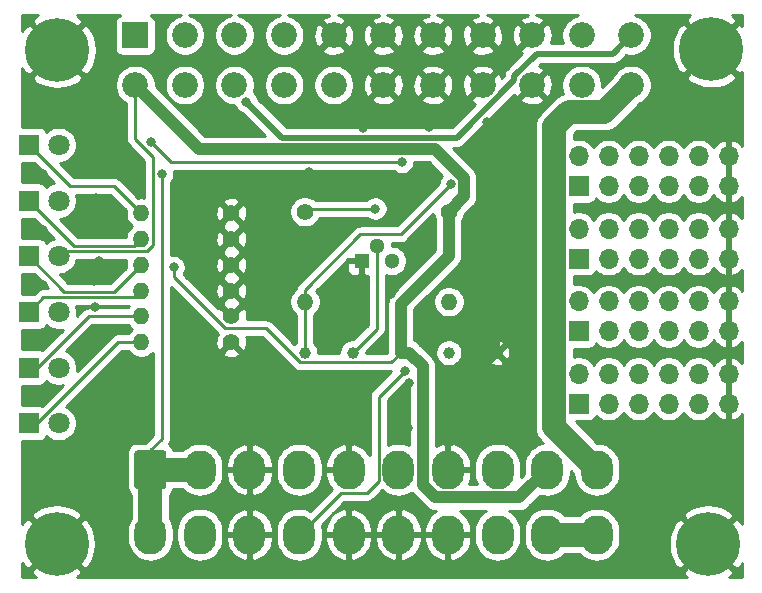
<source format=gbr>
%TF.GenerationSoftware,KiCad,Pcbnew,(5.1.6)-1*%
%TF.CreationDate,2020-09-16T20:02:01-05:00*%
%TF.ProjectId,asdf,61736466-2e6b-4696-9361-645f70636258,rev?*%
%TF.SameCoordinates,Original*%
%TF.FileFunction,Copper,L1,Top*%
%TF.FilePolarity,Positive*%
%FSLAX46Y46*%
G04 Gerber Fmt 4.6, Leading zero omitted, Abs format (unit mm)*
G04 Created by KiCad (PCBNEW (5.1.6)-1) date 2020-09-16 20:02:01*
%MOMM*%
%LPD*%
G01*
G04 APERTURE LIST*
%TA.AperFunction,ComponentPad*%
%ADD10C,5.400000*%
%TD*%
%TA.AperFunction,ComponentPad*%
%ADD11O,1.700000X1.700000*%
%TD*%
%TA.AperFunction,ComponentPad*%
%ADD12R,1.700000X1.700000*%
%TD*%
%TA.AperFunction,ComponentPad*%
%ADD13C,1.000000*%
%TD*%
%TA.AperFunction,ComponentPad*%
%ADD14O,1.400000X1.400000*%
%TD*%
%TA.AperFunction,ComponentPad*%
%ADD15C,1.400000*%
%TD*%
%TA.AperFunction,ComponentPad*%
%ADD16R,1.300000X1.300000*%
%TD*%
%TA.AperFunction,ComponentPad*%
%ADD17C,1.300000*%
%TD*%
%TA.AperFunction,ComponentPad*%
%ADD18C,1.800000*%
%TD*%
%TA.AperFunction,ComponentPad*%
%ADD19R,1.800000X1.800000*%
%TD*%
%TA.AperFunction,ComponentPad*%
%ADD20C,2.175000*%
%TD*%
%TA.AperFunction,ComponentPad*%
%ADD21R,2.175000X2.175000*%
%TD*%
%TA.AperFunction,ComponentPad*%
%ADD22O,2.700000X3.300000*%
%TD*%
%TA.AperFunction,ViaPad*%
%ADD23C,0.800000*%
%TD*%
%TA.AperFunction,Conductor*%
%ADD24C,2.000000*%
%TD*%
%TA.AperFunction,Conductor*%
%ADD25C,0.250000*%
%TD*%
%TA.AperFunction,Conductor*%
%ADD26C,0.500000*%
%TD*%
%TA.AperFunction,Conductor*%
%ADD27C,1.000000*%
%TD*%
%TA.AperFunction,Conductor*%
%ADD28C,0.254000*%
%TD*%
G04 APERTURE END LIST*
D10*
%TO.P,H4,1*%
%TO.N,GND*%
X130556000Y-62674500D03*
%TD*%
%TO.P,H3,1*%
%TO.N,GND*%
X130302000Y-104584500D03*
%TD*%
%TO.P,H2,1*%
%TO.N,GND*%
X75120500Y-104549500D03*
%TD*%
%TO.P,H1,1*%
%TO.N,GND*%
X75184000Y-62738000D03*
%TD*%
D11*
%TO.P,J6,12*%
%TO.N,GND*%
X132016500Y-71755000D03*
%TO.P,J6,11*%
X132016500Y-74295000D03*
%TO.P,J6,10*%
%TO.N,Net-(J6-Pad10)*%
X129476500Y-71755000D03*
%TO.P,J6,9*%
X129476500Y-74295000D03*
%TO.P,J6,8*%
%TO.N,Net-(J6-Pad7)*%
X126936500Y-71755000D03*
%TO.P,J6,7*%
X126936500Y-74295000D03*
%TO.P,J6,6*%
%TO.N,Net-(J6-Pad5)*%
X124396500Y-71755000D03*
%TO.P,J6,5*%
X124396500Y-74295000D03*
%TO.P,J6,4*%
%TO.N,Net-(J6-Pad3)*%
X121856500Y-71755000D03*
%TO.P,J6,3*%
X121856500Y-74295000D03*
%TO.P,J6,2*%
%TO.N,+5V*%
X119316500Y-71755000D03*
D12*
%TO.P,J6,1*%
X119316500Y-74295000D03*
%TD*%
D11*
%TO.P,J5,12*%
%TO.N,GND*%
X132016500Y-77914500D03*
%TO.P,J5,11*%
X132016500Y-80454500D03*
%TO.P,J5,10*%
%TO.N,Net-(J5-Pad10)*%
X129476500Y-77914500D03*
%TO.P,J5,9*%
X129476500Y-80454500D03*
%TO.P,J5,8*%
%TO.N,Net-(J5-Pad7)*%
X126936500Y-77914500D03*
%TO.P,J5,7*%
X126936500Y-80454500D03*
%TO.P,J5,6*%
%TO.N,Net-(J5-Pad5)*%
X124396500Y-77914500D03*
%TO.P,J5,5*%
X124396500Y-80454500D03*
%TO.P,J5,4*%
%TO.N,Net-(J5-Pad3)*%
X121856500Y-77914500D03*
%TO.P,J5,3*%
X121856500Y-80454500D03*
%TO.P,J5,2*%
%TO.N,+5V*%
X119316500Y-77914500D03*
D12*
%TO.P,J5,1*%
X119316500Y-80454500D03*
%TD*%
D11*
%TO.P,J4,12*%
%TO.N,GND*%
X132016500Y-84049500D03*
%TO.P,J4,11*%
X132016500Y-86589500D03*
%TO.P,J4,10*%
%TO.N,Net-(J4-Pad10)*%
X129476500Y-84049500D03*
%TO.P,J4,9*%
X129476500Y-86589500D03*
%TO.P,J4,8*%
%TO.N,Net-(J4-Pad7)*%
X126936500Y-84049500D03*
%TO.P,J4,7*%
X126936500Y-86589500D03*
%TO.P,J4,6*%
%TO.N,Net-(J4-Pad5)*%
X124396500Y-84049500D03*
%TO.P,J4,5*%
X124396500Y-86589500D03*
%TO.P,J4,4*%
%TO.N,Net-(J4-Pad3)*%
X121856500Y-84049500D03*
%TO.P,J4,3*%
X121856500Y-86589500D03*
%TO.P,J4,2*%
%TO.N,+5V*%
X119316500Y-84049500D03*
D12*
%TO.P,J4,1*%
X119316500Y-86589500D03*
%TD*%
D11*
%TO.P,J3,12*%
%TO.N,GND*%
X132016500Y-90170000D03*
%TO.P,J3,11*%
X132016500Y-92710000D03*
%TO.P,J3,10*%
%TO.N,Net-(J3-Pad10)*%
X129476500Y-90170000D03*
%TO.P,J3,9*%
X129476500Y-92710000D03*
%TO.P,J3,8*%
%TO.N,Net-(J3-Pad7)*%
X126936500Y-90170000D03*
%TO.P,J3,7*%
X126936500Y-92710000D03*
%TO.P,J3,6*%
%TO.N,Net-(J3-Pad5)*%
X124396500Y-90170000D03*
%TO.P,J3,5*%
X124396500Y-92710000D03*
%TO.P,J3,4*%
%TO.N,Net-(J3-Pad3)*%
X121856500Y-90170000D03*
%TO.P,J3,3*%
X121856500Y-92710000D03*
%TO.P,J3,2*%
%TO.N,+5V*%
X119316500Y-90170000D03*
D12*
%TO.P,J3,1*%
X119316500Y-92710000D03*
%TD*%
D13*
%TO.P,TP5,1*%
%TO.N,GND*%
X112395000Y-88392000D03*
%TD*%
%TO.P,TP4,1*%
%TO.N,PWR_ON*%
X108331000Y-88392000D03*
%TD*%
%TO.P,TP3,1*%
%TO.N,+5VP*%
X104267000Y-88392000D03*
%TD*%
%TO.P,TP2,1*%
%TO.N,Net-(Q1-Pad2)*%
X100203000Y-88392000D03*
%TD*%
%TO.P,TP1,1*%
%TO.N,PFW*%
X96139000Y-88392000D03*
%TD*%
D14*
%TO.P,R8,2*%
%TO.N,Net-(D6-Pad1)*%
X82296000Y-76581000D03*
D15*
%TO.P,R8,1*%
%TO.N,GND*%
X89916000Y-76581000D03*
%TD*%
D14*
%TO.P,R7,2*%
%TO.N,Net-(D5-Pad1)*%
X82296000Y-78765400D03*
D15*
%TO.P,R7,1*%
%TO.N,GND*%
X89916000Y-78765400D03*
%TD*%
D14*
%TO.P,R6,2*%
%TO.N,Net-(D4-Pad1)*%
X82296000Y-80949800D03*
D15*
%TO.P,R6,1*%
%TO.N,GND*%
X89916000Y-80949800D03*
%TD*%
D14*
%TO.P,R5,2*%
%TO.N,Net-(D3-Pad1)*%
X82296000Y-83134200D03*
D15*
%TO.P,R5,1*%
%TO.N,GND*%
X89916000Y-83134200D03*
%TD*%
D14*
%TO.P,R4,2*%
%TO.N,Net-(D2-Pad1)*%
X82296000Y-85318600D03*
D15*
%TO.P,R4,1*%
%TO.N,GND*%
X89916000Y-85318600D03*
%TD*%
D14*
%TO.P,R3,2*%
%TO.N,Net-(D1-Pad1)*%
X82296000Y-87503000D03*
D15*
%TO.P,R3,1*%
%TO.N,GND*%
X89916000Y-87503000D03*
%TD*%
D14*
%TO.P,R2,2*%
%TO.N,PWR_ON*%
X108331000Y-84074000D03*
D15*
%TO.P,R2,1*%
%TO.N,+5VP*%
X108331000Y-76454000D03*
%TD*%
D14*
%TO.P,R1,2*%
%TO.N,PFW*%
X96139000Y-84074000D03*
D15*
%TO.P,R1,1*%
%TO.N,Net-(Q1-Pad2)*%
X96139000Y-76454000D03*
%TD*%
D16*
%TO.P,Q1,1*%
%TO.N,GND*%
X100965000Y-80624000D03*
D17*
%TO.P,Q1,3*%
%TO.N,PWR_ON*%
X103505000Y-80624000D03*
%TO.P,Q1,2*%
%TO.N,Net-(Q1-Pad2)*%
X102235000Y-79354000D03*
%TD*%
D18*
%TO.P,D6,2*%
%TO.N,PWR_ON*%
X75311000Y-70802500D03*
D19*
%TO.P,D6,1*%
%TO.N,Net-(D6-Pad1)*%
X72771000Y-70802500D03*
%TD*%
D18*
%TO.P,D5,2*%
%TO.N,+3V3*%
X75311000Y-75514200D03*
D19*
%TO.P,D5,1*%
%TO.N,Net-(D5-Pad1)*%
X72771000Y-75514200D03*
%TD*%
D18*
%TO.P,D4,2*%
%TO.N,+5VP*%
X75311000Y-80225900D03*
D19*
%TO.P,D4,1*%
%TO.N,Net-(D4-Pad1)*%
X72771000Y-80225900D03*
%TD*%
D18*
%TO.P,D3,2*%
%TO.N,+5V*%
X75311000Y-84937600D03*
D19*
%TO.P,D3,1*%
%TO.N,Net-(D3-Pad1)*%
X72771000Y-84937600D03*
%TD*%
D18*
%TO.P,D2,2*%
%TO.N,+12V*%
X75311000Y-89649300D03*
D19*
%TO.P,D2,1*%
%TO.N,Net-(D2-Pad1)*%
X72771000Y-89649300D03*
%TD*%
D18*
%TO.P,D1,2*%
%TO.N,PWR_OK*%
X75311000Y-94361000D03*
D19*
%TO.P,D1,1*%
%TO.N,Net-(D1-Pad1)*%
X72771000Y-94361000D03*
%TD*%
D20*
%TO.P,J2,22*%
%TO.N,+12V*%
X123788000Y-65731500D03*
%TO.P,J2,21*%
%TO.N,PFW*%
X119588000Y-65731500D03*
%TO.P,J2,20*%
%TO.N,GND*%
X115388000Y-65731500D03*
%TO.P,J2,19*%
X111188000Y-65731500D03*
%TO.P,J2,18*%
X106988000Y-65731500D03*
%TO.P,J2,17*%
X102788000Y-65731500D03*
%TO.P,J2,16*%
%TO.N,+5V*%
X98588000Y-65731500D03*
%TO.P,J2,15*%
X94388000Y-65731500D03*
%TO.P,J2,14*%
X90188000Y-65731500D03*
%TO.P,J2,13*%
X85988000Y-65731500D03*
%TO.P,J2,12*%
%TO.N,+5VP*%
X81788000Y-65731500D03*
%TO.P,J2,11*%
%TO.N,-12V*%
X123788000Y-61531500D03*
%TO.P,J2,10*%
%TO.N,Net-(J2-Pad10)*%
X119588000Y-61531500D03*
%TO.P,J2,9*%
%TO.N,GND*%
X115388000Y-61531500D03*
%TO.P,J2,8*%
X111188000Y-61531500D03*
%TO.P,J2,7*%
X106988000Y-61531500D03*
%TO.P,J2,6*%
X102788000Y-61531500D03*
%TO.P,J2,5*%
X98588000Y-61531500D03*
%TO.P,J2,4*%
%TO.N,+5V*%
X94388000Y-61531500D03*
%TO.P,J2,3*%
X90188000Y-61531500D03*
%TO.P,J2,2*%
X85988000Y-61531500D03*
D21*
%TO.P,J2,1*%
X81788000Y-61531500D03*
%TD*%
D22*
%TO.P,J1,20*%
%TO.N,+5V*%
X120858000Y-103798000D03*
%TO.P,J1,19*%
X116658000Y-103798000D03*
%TO.P,J1,18*%
%TO.N,Net-(J1-Pad18)*%
X112458000Y-103798000D03*
%TO.P,J1,17*%
%TO.N,GND*%
X108258000Y-103798000D03*
%TO.P,J1,16*%
X104058000Y-103798000D03*
%TO.P,J1,15*%
X99858000Y-103798000D03*
%TO.P,J1,14*%
%TO.N,PWR_ON*%
X95658000Y-103798000D03*
%TO.P,J1,13*%
%TO.N,GND*%
X91458000Y-103798000D03*
%TO.P,J1,12*%
%TO.N,-12V*%
X87258000Y-103798000D03*
%TO.P,J1,11*%
%TO.N,+3V3*%
X83058000Y-103798000D03*
%TO.P,J1,10*%
%TO.N,+12V*%
X120858000Y-98298000D03*
%TO.P,J1,9*%
%TO.N,+5VP*%
X116658000Y-98298000D03*
%TO.P,J1,8*%
%TO.N,PWR_OK*%
X112458000Y-98298000D03*
%TO.P,J1,7*%
%TO.N,GND*%
X108258000Y-98298000D03*
%TO.P,J1,6*%
%TO.N,+5V*%
X104058000Y-98298000D03*
%TO.P,J1,5*%
%TO.N,GND*%
X99858000Y-98298000D03*
%TO.P,J1,4*%
%TO.N,+5V*%
X95658000Y-98298000D03*
%TO.P,J1,3*%
%TO.N,GND*%
X91458000Y-98298000D03*
%TO.P,J1,2*%
%TO.N,+3V3*%
X87258000Y-98298000D03*
%TO.P,J1,1*%
%TA.AperFunction,ComponentPad*%
G36*
G01*
X81708000Y-99697999D02*
X81708000Y-96898001D01*
G75*
G02*
X81958001Y-96648000I250001J0D01*
G01*
X84157999Y-96648000D01*
G75*
G02*
X84408000Y-96898001I0J-250001D01*
G01*
X84408000Y-99697999D01*
G75*
G02*
X84157999Y-99948000I-250001J0D01*
G01*
X81958001Y-99948000D01*
G75*
G02*
X81708000Y-99697999I0J250001D01*
G01*
G37*
%TD.AperFunction*%
%TD*%
D23*
%TO.N,GND*%
X97853500Y-86106000D03*
X101473000Y-73723500D03*
X91186000Y-73596500D03*
X77343000Y-72326500D03*
X81089500Y-72326500D03*
X76771500Y-68262500D03*
X80708500Y-68643500D03*
X91376500Y-93218000D03*
X99885500Y-93345000D03*
X108331000Y-94869000D03*
X108331000Y-90106500D03*
X113474500Y-90297000D03*
X118046500Y-101028500D03*
X79502000Y-93218000D03*
X85915500Y-93535500D03*
X80137000Y-89408000D03*
X77851000Y-88138000D03*
X78422500Y-75311000D03*
X78422500Y-77406500D03*
X78740000Y-80645000D03*
X78295500Y-82359500D03*
X78359000Y-84518500D03*
X74041000Y-87312500D03*
X73977500Y-82677000D03*
X73977500Y-77978000D03*
X73977500Y-73279000D03*
X74993500Y-91503500D03*
X72771000Y-92075000D03*
X78232000Y-97726500D03*
X72898000Y-100584000D03*
X113601500Y-78994000D03*
X111569500Y-68897500D03*
X127000000Y-68389500D03*
X130048000Y-96456500D03*
X128524000Y-99441000D03*
X96456500Y-73088500D03*
X96266000Y-67437000D03*
X92456000Y-63563500D03*
X88074500Y-63690500D03*
X88138000Y-60134500D03*
X92329000Y-60261500D03*
X84010500Y-60261500D03*
X114617500Y-105283000D03*
X103441500Y-83439000D03*
X106616500Y-69278500D03*
X101092000Y-69342000D03*
X91630500Y-69532500D03*
X111633000Y-75501500D03*
X110363000Y-95631000D03*
X104838500Y-94742000D03*
X104965500Y-90932000D03*
X106807000Y-85725000D03*
%TO.N,PWR_ON*%
X83121500Y-70548500D03*
X104367126Y-72242022D03*
X104584500Y-89916000D03*
%TO.N,-12V*%
X91175062Y-67140412D03*
%TO.N,+5VP*%
X85026500Y-81153000D03*
%TO.N,+3V3*%
X84046011Y-73245274D03*
%TO.N,PFW*%
X108521500Y-74104500D03*
%TO.N,Net-(Q1-Pad2)*%
X102108000Y-76200000D03*
%TD*%
D24*
%TO.N,GND*%
X111633000Y-88184850D02*
X110363000Y-89454850D01*
X111633000Y-75501500D02*
X111633000Y-88184850D01*
X110363000Y-89454850D02*
X110363000Y-95631000D01*
%TO.N,+5V*%
X120858000Y-103798000D02*
X116658000Y-103798000D01*
D25*
%TO.N,PWR_ON*%
X95658000Y-103798000D02*
X99182990Y-100273010D01*
X102382990Y-99291811D02*
X102382990Y-92347770D01*
X101401791Y-100273010D02*
X102382990Y-99291811D01*
X99182990Y-100273010D02*
X101401791Y-100273010D01*
X84815022Y-72242022D02*
X104367126Y-72242022D01*
X83121500Y-70548500D02*
X84815022Y-72242022D01*
X102382990Y-92117510D02*
X104584500Y-89916000D01*
X102382990Y-92347770D02*
X102382990Y-92117510D01*
D26*
%TO.N,-12V*%
X123788000Y-61531500D02*
X122250499Y-63069001D01*
X109003001Y-70192001D02*
X94226651Y-70192001D01*
X94226651Y-70192001D02*
X91175062Y-67140412D01*
X113850499Y-64993499D02*
X113850499Y-65344503D01*
X122250499Y-63069001D02*
X115774997Y-63069001D01*
X115774997Y-63069001D02*
X113850499Y-64993499D01*
X113850499Y-65344503D02*
X109003001Y-70192001D01*
D24*
%TO.N,+12V*%
X121500499Y-68019001D02*
X123788000Y-65731500D01*
X117266499Y-69242501D02*
X118489999Y-68019001D01*
X117266499Y-94706499D02*
X117266499Y-69242501D01*
X118489999Y-68019001D02*
X121500499Y-68019001D01*
X120858000Y-98298000D02*
X117266499Y-94706499D01*
D25*
%TO.N,+5VP*%
X103441999Y-89217001D02*
X95742999Y-89217001D01*
X104267000Y-88392000D02*
X103441999Y-89217001D01*
X85026500Y-81946102D02*
X85026500Y-81153000D01*
X92869599Y-86343601D02*
X89423999Y-86343601D01*
X95742999Y-89217001D02*
X92869599Y-86343601D01*
X89423999Y-86343601D02*
X85026500Y-81946102D01*
X81788000Y-70288004D02*
X81788000Y-65731500D01*
X83321001Y-79257401D02*
X83321001Y-71821005D01*
X83321001Y-71821005D02*
X81788000Y-70288004D01*
X75711889Y-79825011D02*
X82753391Y-79825011D01*
X75311000Y-80225900D02*
X75711889Y-79825011D01*
X82753391Y-79825011D02*
X83321001Y-79257401D01*
D27*
X108331000Y-80177502D02*
X108331000Y-76454000D01*
X104267000Y-84241502D02*
X108331000Y-80177502D01*
X104267000Y-88392000D02*
X104267000Y-84241502D01*
X109621502Y-75163498D02*
X109621502Y-73639998D01*
X108331000Y-76454000D02*
X109621502Y-75163498D01*
X109621502Y-73639998D02*
X107123516Y-71142012D01*
X87198512Y-71142012D02*
X81788000Y-65731500D01*
X107123516Y-71142012D02*
X87198512Y-71142012D01*
X106108010Y-99567509D02*
X106108010Y-89525904D01*
X106108010Y-89525904D02*
X104974106Y-88392000D01*
X114307990Y-100648010D02*
X107188510Y-100648010D01*
X104974106Y-88392000D02*
X104267000Y-88392000D01*
X107188510Y-100648010D02*
X106108010Y-99567509D01*
X116658000Y-98298000D02*
X114307990Y-100648010D01*
D25*
%TO.N,Net-(D1-Pad1)*%
X73497998Y-94361000D02*
X72771000Y-94361000D01*
X80355998Y-87503000D02*
X73497998Y-94361000D01*
X82296000Y-87503000D02*
X80355998Y-87503000D01*
%TO.N,Net-(D2-Pad1)*%
X73497998Y-89649300D02*
X72771000Y-89649300D01*
X77828698Y-85318600D02*
X73497998Y-89649300D01*
X82296000Y-85318600D02*
X77828698Y-85318600D01*
%TO.N,Net-(D3-Pad1)*%
X82296000Y-83134200D02*
X81731689Y-83698511D01*
X81731689Y-83698511D02*
X74010089Y-83698511D01*
X74010089Y-83698511D02*
X72771000Y-84937600D01*
%TO.N,Net-(D4-Pad1)*%
X75793600Y-83248500D02*
X72771000Y-80225900D01*
X79997300Y-83248500D02*
X75793600Y-83248500D01*
X82296000Y-80949800D02*
X79997300Y-83248500D01*
D24*
%TO.N,+3V3*%
X83058000Y-98298000D02*
X87258000Y-98298000D01*
X83058000Y-103798000D02*
X83058000Y-98298000D01*
D25*
X84046011Y-95659989D02*
X84046011Y-73245274D01*
X83058000Y-98298000D02*
X83058000Y-96648000D01*
X83058000Y-96648000D02*
X84046011Y-95659989D01*
%TO.N,Net-(D5-Pad1)*%
X81686400Y-79375000D02*
X76631800Y-79375000D01*
X76631800Y-79375000D02*
X72771000Y-75514200D01*
X82296000Y-78765400D02*
X81686400Y-79375000D01*
%TO.N,Net-(D6-Pad1)*%
X76257699Y-74289199D02*
X72771000Y-70802500D01*
X80004199Y-74289199D02*
X76257699Y-74289199D01*
X82296000Y-76581000D02*
X80004199Y-74289199D01*
%TO.N,PFW*%
X96139000Y-84074000D02*
X96139000Y-88392000D01*
X104247001Y-78378999D02*
X108521500Y-74104500D01*
X100844052Y-78378999D02*
X104247001Y-78378999D01*
X96139000Y-84074000D02*
X96139000Y-83084051D01*
X96139000Y-83084051D02*
X100844052Y-78378999D01*
%TO.N,Net-(Q1-Pad2)*%
X102235000Y-86360000D02*
X100203000Y-88392000D01*
X102235000Y-79354000D02*
X102235000Y-86360000D01*
X96393000Y-76200000D02*
X96139000Y-76454000D01*
X102108000Y-76200000D02*
X96393000Y-76200000D01*
%TD*%
D28*
%TO.N,GND*%
G36*
X128698008Y-59885596D02*
G01*
X128690411Y-59890672D01*
X128390231Y-60329126D01*
X130556000Y-62494895D01*
X132721769Y-60329126D01*
X132421589Y-59890672D01*
X132330828Y-59842000D01*
X133198000Y-59842000D01*
X133198000Y-60711811D01*
X132901374Y-60508731D01*
X130735605Y-62674500D01*
X132901374Y-64840269D01*
X133198000Y-64637189D01*
X133198000Y-70858471D01*
X133016769Y-70657412D01*
X132783420Y-70483359D01*
X132520599Y-70358175D01*
X132373390Y-70313524D01*
X132143500Y-70434845D01*
X132143500Y-71628000D01*
X132163500Y-71628000D01*
X132163500Y-71882000D01*
X132143500Y-71882000D01*
X132143500Y-74168000D01*
X132163500Y-74168000D01*
X132163500Y-74422000D01*
X132143500Y-74422000D01*
X132143500Y-75615155D01*
X132373390Y-75736476D01*
X132520599Y-75691825D01*
X132783420Y-75566641D01*
X133016769Y-75392588D01*
X133198000Y-75191529D01*
X133198000Y-77017971D01*
X133016769Y-76816912D01*
X132783420Y-76642859D01*
X132520599Y-76517675D01*
X132373390Y-76473024D01*
X132143500Y-76594345D01*
X132143500Y-77787500D01*
X132163500Y-77787500D01*
X132163500Y-78041500D01*
X132143500Y-78041500D01*
X132143500Y-80327500D01*
X132163500Y-80327500D01*
X132163500Y-80581500D01*
X132143500Y-80581500D01*
X132143500Y-81774655D01*
X132373390Y-81895976D01*
X132520599Y-81851325D01*
X132783420Y-81726141D01*
X133016769Y-81552088D01*
X133198000Y-81351029D01*
X133198000Y-83152971D01*
X133016769Y-82951912D01*
X132783420Y-82777859D01*
X132520599Y-82652675D01*
X132373390Y-82608024D01*
X132143500Y-82729345D01*
X132143500Y-83922500D01*
X132163500Y-83922500D01*
X132163500Y-84176500D01*
X132143500Y-84176500D01*
X132143500Y-86462500D01*
X132163500Y-86462500D01*
X132163500Y-86716500D01*
X132143500Y-86716500D01*
X132143500Y-87909655D01*
X132373390Y-88030976D01*
X132520599Y-87986325D01*
X132783420Y-87861141D01*
X133016769Y-87687088D01*
X133198001Y-87486029D01*
X133198001Y-89273471D01*
X133016769Y-89072412D01*
X132783420Y-88898359D01*
X132520599Y-88773175D01*
X132373390Y-88728524D01*
X132143500Y-88849845D01*
X132143500Y-90043000D01*
X132163500Y-90043000D01*
X132163500Y-90297000D01*
X132143500Y-90297000D01*
X132143500Y-92583000D01*
X132163500Y-92583000D01*
X132163500Y-92837000D01*
X132143500Y-92837000D01*
X132143500Y-94030155D01*
X132373390Y-94151476D01*
X132520599Y-94106825D01*
X132783420Y-93981641D01*
X133016769Y-93807588D01*
X133198001Y-93606529D01*
X133198001Y-102927531D01*
X133090904Y-102726508D01*
X133085828Y-102718911D01*
X132647374Y-102418731D01*
X130481605Y-104584500D01*
X132647374Y-106750269D01*
X133085828Y-106450089D01*
X133198001Y-106240915D01*
X133198001Y-107417000D01*
X132078161Y-107417000D01*
X132159992Y-107373404D01*
X132167589Y-107368328D01*
X132467769Y-106929874D01*
X130302000Y-104764105D01*
X128136231Y-106929874D01*
X128436411Y-107368328D01*
X128527172Y-107417000D01*
X76830966Y-107417000D01*
X76978492Y-107338404D01*
X76986089Y-107333328D01*
X77286269Y-106894874D01*
X75120500Y-104729105D01*
X72954731Y-106894874D01*
X73254911Y-107333328D01*
X73410938Y-107417000D01*
X72224500Y-107417000D01*
X72224500Y-106206471D01*
X72331596Y-106407492D01*
X72336672Y-106415089D01*
X72775126Y-106715269D01*
X74940895Y-104549500D01*
X75300105Y-104549500D01*
X77465874Y-106715269D01*
X77904328Y-106415089D01*
X78214796Y-105836144D01*
X78406352Y-105207754D01*
X78471634Y-104554069D01*
X78408134Y-103900207D01*
X78218292Y-103271297D01*
X77909404Y-102691508D01*
X77904328Y-102683911D01*
X77465874Y-102383731D01*
X75300105Y-104549500D01*
X74940895Y-104549500D01*
X72775126Y-102383731D01*
X72336672Y-102683911D01*
X72224500Y-102893084D01*
X72224500Y-102204126D01*
X72954731Y-102204126D01*
X75120500Y-104369895D01*
X77286269Y-102204126D01*
X76986089Y-101765672D01*
X76407144Y-101455204D01*
X75778754Y-101263648D01*
X75125069Y-101198366D01*
X74471207Y-101261866D01*
X73842297Y-101451708D01*
X73262508Y-101760596D01*
X73254911Y-101765672D01*
X72954731Y-102204126D01*
X72224500Y-102204126D01*
X72224500Y-95899072D01*
X73671000Y-95899072D01*
X73795482Y-95886812D01*
X73915180Y-95850502D01*
X74025494Y-95791537D01*
X74122185Y-95712185D01*
X74201537Y-95615494D01*
X74260502Y-95505180D01*
X74266056Y-95486873D01*
X74332495Y-95553312D01*
X74583905Y-95721299D01*
X74863257Y-95837011D01*
X75159816Y-95896000D01*
X75462184Y-95896000D01*
X75758743Y-95837011D01*
X76038095Y-95721299D01*
X76289505Y-95553312D01*
X76503312Y-95339505D01*
X76671299Y-95088095D01*
X76787011Y-94808743D01*
X76846000Y-94512184D01*
X76846000Y-94209816D01*
X76787011Y-93913257D01*
X76671299Y-93633905D01*
X76503312Y-93382495D01*
X76289505Y-93168688D01*
X76038095Y-93000701D01*
X75963851Y-92969948D01*
X80670800Y-88263000D01*
X81198225Y-88263000D01*
X81259038Y-88354013D01*
X81444987Y-88539962D01*
X81663641Y-88686061D01*
X81906595Y-88786696D01*
X82164514Y-88838000D01*
X82427486Y-88838000D01*
X82685405Y-88786696D01*
X82928359Y-88686061D01*
X83147013Y-88539962D01*
X83286011Y-88400964D01*
X83286011Y-95345187D01*
X82621271Y-96009928D01*
X81958001Y-96009928D01*
X81784747Y-96026992D01*
X81618150Y-96077529D01*
X81464614Y-96159595D01*
X81330039Y-96270039D01*
X81219595Y-96404614D01*
X81137529Y-96558150D01*
X81086992Y-96724747D01*
X81069928Y-96898001D01*
X81069928Y-99697999D01*
X81086992Y-99871253D01*
X81137529Y-100037850D01*
X81219595Y-100191386D01*
X81330039Y-100325961D01*
X81423001Y-100402253D01*
X81423000Y-102361279D01*
X81399547Y-102389857D01*
X81215226Y-102734699D01*
X81101722Y-103108873D01*
X81073000Y-103400491D01*
X81073000Y-104195510D01*
X81101722Y-104487128D01*
X81215226Y-104861302D01*
X81399547Y-105206143D01*
X81647603Y-105508398D01*
X81949858Y-105756453D01*
X82294699Y-105940774D01*
X82668873Y-106054278D01*
X83058000Y-106092604D01*
X83447128Y-106054278D01*
X83821302Y-105940774D01*
X84166143Y-105756453D01*
X84468398Y-105508398D01*
X84716453Y-105206143D01*
X84900774Y-104861302D01*
X85014278Y-104487127D01*
X85043000Y-104195509D01*
X85043000Y-103400491D01*
X85273000Y-103400491D01*
X85273000Y-104195510D01*
X85301722Y-104487128D01*
X85415226Y-104861302D01*
X85599547Y-105206143D01*
X85847603Y-105508398D01*
X86149858Y-105756453D01*
X86494699Y-105940774D01*
X86868873Y-106054278D01*
X87258000Y-106092604D01*
X87647128Y-106054278D01*
X88021302Y-105940774D01*
X88366143Y-105756453D01*
X88668398Y-105508398D01*
X88916453Y-105206143D01*
X89100774Y-104861302D01*
X89214278Y-104487127D01*
X89243000Y-104195509D01*
X89243000Y-103925000D01*
X89473000Y-103925000D01*
X89473000Y-104225000D01*
X89535918Y-104609814D01*
X89672700Y-104974959D01*
X89878090Y-105306403D01*
X90144195Y-105591409D01*
X90460789Y-105819024D01*
X90815705Y-105980501D01*
X91022677Y-106034677D01*
X91331000Y-105919829D01*
X91331000Y-103925000D01*
X91585000Y-103925000D01*
X91585000Y-105919829D01*
X91893323Y-106034677D01*
X92100295Y-105980501D01*
X92455211Y-105819024D01*
X92771805Y-105591409D01*
X93037910Y-105306403D01*
X93243300Y-104974959D01*
X93380082Y-104609814D01*
X93443000Y-104225000D01*
X93443000Y-103925000D01*
X91585000Y-103925000D01*
X91331000Y-103925000D01*
X89473000Y-103925000D01*
X89243000Y-103925000D01*
X89243000Y-103400490D01*
X89240096Y-103371000D01*
X89473000Y-103371000D01*
X89473000Y-103671000D01*
X91331000Y-103671000D01*
X91331000Y-101676171D01*
X91585000Y-101676171D01*
X91585000Y-103671000D01*
X93443000Y-103671000D01*
X93443000Y-103371000D01*
X93380082Y-102986186D01*
X93243300Y-102621041D01*
X93037910Y-102289597D01*
X92771805Y-102004591D01*
X92455211Y-101776976D01*
X92100295Y-101615499D01*
X91893323Y-101561323D01*
X91585000Y-101676171D01*
X91331000Y-101676171D01*
X91022677Y-101561323D01*
X90815705Y-101615499D01*
X90460789Y-101776976D01*
X90144195Y-102004591D01*
X89878090Y-102289597D01*
X89672700Y-102621041D01*
X89535918Y-102986186D01*
X89473000Y-103371000D01*
X89240096Y-103371000D01*
X89214278Y-103108872D01*
X89100774Y-102734698D01*
X88916453Y-102389857D01*
X88668398Y-102087602D01*
X88366143Y-101839547D01*
X88021301Y-101655226D01*
X87647127Y-101541722D01*
X87258000Y-101503396D01*
X86868872Y-101541722D01*
X86494698Y-101655226D01*
X86149857Y-101839547D01*
X85847602Y-102087602D01*
X85599547Y-102389857D01*
X85415226Y-102734699D01*
X85301722Y-103108873D01*
X85273000Y-103400491D01*
X85043000Y-103400491D01*
X85043000Y-103400490D01*
X85014278Y-103108872D01*
X84900774Y-102734698D01*
X84716453Y-102389857D01*
X84693000Y-102361280D01*
X84693000Y-100402253D01*
X84785961Y-100325961D01*
X84896405Y-100191386D01*
X84978471Y-100037850D01*
X85010277Y-99933000D01*
X85785725Y-99933000D01*
X85847603Y-100008398D01*
X86149858Y-100256453D01*
X86494699Y-100440774D01*
X86868873Y-100554278D01*
X87258000Y-100592604D01*
X87647128Y-100554278D01*
X88021302Y-100440774D01*
X88366143Y-100256453D01*
X88668398Y-100008398D01*
X88916453Y-99706143D01*
X89100774Y-99361302D01*
X89214278Y-98987127D01*
X89243000Y-98695509D01*
X89243000Y-98425000D01*
X89473000Y-98425000D01*
X89473000Y-98725000D01*
X89535918Y-99109814D01*
X89672700Y-99474959D01*
X89878090Y-99806403D01*
X90144195Y-100091409D01*
X90460789Y-100319024D01*
X90815705Y-100480501D01*
X91022677Y-100534677D01*
X91331000Y-100419829D01*
X91331000Y-98425000D01*
X91585000Y-98425000D01*
X91585000Y-100419829D01*
X91893323Y-100534677D01*
X92100295Y-100480501D01*
X92455211Y-100319024D01*
X92771805Y-100091409D01*
X93037910Y-99806403D01*
X93243300Y-99474959D01*
X93380082Y-99109814D01*
X93443000Y-98725000D01*
X93443000Y-98425000D01*
X91585000Y-98425000D01*
X91331000Y-98425000D01*
X89473000Y-98425000D01*
X89243000Y-98425000D01*
X89243000Y-97900490D01*
X89240096Y-97871000D01*
X89473000Y-97871000D01*
X89473000Y-98171000D01*
X91331000Y-98171000D01*
X91331000Y-96176171D01*
X91585000Y-96176171D01*
X91585000Y-98171000D01*
X93443000Y-98171000D01*
X93443000Y-97900491D01*
X93673000Y-97900491D01*
X93673000Y-98695510D01*
X93701722Y-98987128D01*
X93815226Y-99361302D01*
X93999547Y-99706143D01*
X94247603Y-100008398D01*
X94549858Y-100256453D01*
X94894699Y-100440774D01*
X95268873Y-100554278D01*
X95658000Y-100592604D01*
X96047128Y-100554278D01*
X96421302Y-100440774D01*
X96766143Y-100256453D01*
X97068398Y-100008398D01*
X97316453Y-99706143D01*
X97500774Y-99361302D01*
X97614278Y-98987127D01*
X97643000Y-98695509D01*
X97643000Y-97900490D01*
X97640096Y-97871000D01*
X97873000Y-97871000D01*
X97873000Y-98171000D01*
X99731000Y-98171000D01*
X99731000Y-96176171D01*
X99422677Y-96061323D01*
X99215705Y-96115499D01*
X98860789Y-96276976D01*
X98544195Y-96504591D01*
X98278090Y-96789597D01*
X98072700Y-97121041D01*
X97935918Y-97486186D01*
X97873000Y-97871000D01*
X97640096Y-97871000D01*
X97614278Y-97608872D01*
X97500774Y-97234698D01*
X97316453Y-96889857D01*
X97068398Y-96587602D01*
X96766143Y-96339547D01*
X96421301Y-96155226D01*
X96047127Y-96041722D01*
X95658000Y-96003396D01*
X95268872Y-96041722D01*
X94894698Y-96155226D01*
X94549857Y-96339547D01*
X94247602Y-96587602D01*
X93999547Y-96889857D01*
X93815226Y-97234699D01*
X93701722Y-97608873D01*
X93673000Y-97900491D01*
X93443000Y-97900491D01*
X93443000Y-97871000D01*
X93380082Y-97486186D01*
X93243300Y-97121041D01*
X93037910Y-96789597D01*
X92771805Y-96504591D01*
X92455211Y-96276976D01*
X92100295Y-96115499D01*
X91893323Y-96061323D01*
X91585000Y-96176171D01*
X91331000Y-96176171D01*
X91022677Y-96061323D01*
X90815705Y-96115499D01*
X90460789Y-96276976D01*
X90144195Y-96504591D01*
X89878090Y-96789597D01*
X89672700Y-97121041D01*
X89535918Y-97486186D01*
X89473000Y-97871000D01*
X89240096Y-97871000D01*
X89214278Y-97608872D01*
X89100774Y-97234698D01*
X88916453Y-96889857D01*
X88668398Y-96587602D01*
X88366143Y-96339547D01*
X88021301Y-96155226D01*
X87647127Y-96041722D01*
X87258000Y-96003396D01*
X86868872Y-96041722D01*
X86494698Y-96155226D01*
X86149857Y-96339547D01*
X85847602Y-96587602D01*
X85785724Y-96663000D01*
X85010277Y-96663000D01*
X84978471Y-96558150D01*
X84896405Y-96404614D01*
X84785961Y-96270039D01*
X84651386Y-96159595D01*
X84628988Y-96147623D01*
X84680985Y-96084265D01*
X84751557Y-95952236D01*
X84795014Y-95808975D01*
X84806011Y-95697322D01*
X84806011Y-95697321D01*
X84809688Y-95659989D01*
X84806011Y-95622656D01*
X84806011Y-88424269D01*
X89174336Y-88424269D01*
X89233797Y-88658037D01*
X89472242Y-88768934D01*
X89727740Y-88831183D01*
X89990473Y-88842390D01*
X90250344Y-88802125D01*
X90497366Y-88711935D01*
X90598203Y-88658037D01*
X90657664Y-88424269D01*
X89916000Y-87682605D01*
X89174336Y-88424269D01*
X84806011Y-88424269D01*
X84806011Y-82800414D01*
X88813125Y-86807529D01*
X88760963Y-86820797D01*
X88650066Y-87059242D01*
X88587817Y-87314740D01*
X88576610Y-87577473D01*
X88616875Y-87837344D01*
X88707065Y-88084366D01*
X88760963Y-88185203D01*
X88994731Y-88244664D01*
X89736395Y-87503000D01*
X89722253Y-87488858D01*
X89901858Y-87309253D01*
X89916000Y-87323395D01*
X89930143Y-87309253D01*
X90109748Y-87488858D01*
X90095605Y-87503000D01*
X90837269Y-88244664D01*
X91071037Y-88185203D01*
X91181934Y-87946758D01*
X91244183Y-87691260D01*
X91255390Y-87428527D01*
X91215125Y-87168656D01*
X91191373Y-87103601D01*
X92554798Y-87103601D01*
X95179200Y-89728004D01*
X95202998Y-89757002D01*
X95318723Y-89851975D01*
X95450752Y-89922547D01*
X95594013Y-89966004D01*
X95705666Y-89977001D01*
X95705675Y-89977001D01*
X95742998Y-89980677D01*
X95780321Y-89977001D01*
X103404677Y-89977001D01*
X103441999Y-89980677D01*
X103445351Y-89980347D01*
X101871991Y-91553708D01*
X101842989Y-91577509D01*
X101748016Y-91693234D01*
X101677444Y-91825263D01*
X101633987Y-91968524D01*
X101622990Y-92080177D01*
X101622990Y-92080188D01*
X101619314Y-92117510D01*
X101622990Y-92154832D01*
X101622990Y-92385102D01*
X101622991Y-92385112D01*
X101622990Y-97088267D01*
X101437910Y-96789597D01*
X101171805Y-96504591D01*
X100855211Y-96276976D01*
X100500295Y-96115499D01*
X100293323Y-96061323D01*
X99985000Y-96176171D01*
X99985000Y-98171000D01*
X100005000Y-98171000D01*
X100005000Y-98425000D01*
X99985000Y-98425000D01*
X99985000Y-98445000D01*
X99731000Y-98445000D01*
X99731000Y-98425000D01*
X97873000Y-98425000D01*
X97873000Y-98725000D01*
X97935918Y-99109814D01*
X98072700Y-99474959D01*
X98278090Y-99806403D01*
X98421355Y-99959843D01*
X96619848Y-101761351D01*
X96421301Y-101655226D01*
X96047127Y-101541722D01*
X95658000Y-101503396D01*
X95268872Y-101541722D01*
X94894698Y-101655226D01*
X94549857Y-101839547D01*
X94247602Y-102087602D01*
X93999547Y-102389857D01*
X93815226Y-102734699D01*
X93701722Y-103108873D01*
X93673000Y-103400491D01*
X93673000Y-104195510D01*
X93701722Y-104487128D01*
X93815226Y-104861302D01*
X93999547Y-105206143D01*
X94247603Y-105508398D01*
X94549858Y-105756453D01*
X94894699Y-105940774D01*
X95268873Y-106054278D01*
X95658000Y-106092604D01*
X96047128Y-106054278D01*
X96421302Y-105940774D01*
X96766143Y-105756453D01*
X97068398Y-105508398D01*
X97316453Y-105206143D01*
X97500774Y-104861302D01*
X97614278Y-104487127D01*
X97643000Y-104195509D01*
X97643000Y-103925000D01*
X97873000Y-103925000D01*
X97873000Y-104225000D01*
X97935918Y-104609814D01*
X98072700Y-104974959D01*
X98278090Y-105306403D01*
X98544195Y-105591409D01*
X98860789Y-105819024D01*
X99215705Y-105980501D01*
X99422677Y-106034677D01*
X99731000Y-105919829D01*
X99731000Y-103925000D01*
X99985000Y-103925000D01*
X99985000Y-105919829D01*
X100293323Y-106034677D01*
X100500295Y-105980501D01*
X100855211Y-105819024D01*
X101171805Y-105591409D01*
X101437910Y-105306403D01*
X101643300Y-104974959D01*
X101780082Y-104609814D01*
X101843000Y-104225000D01*
X101843000Y-103925000D01*
X102073000Y-103925000D01*
X102073000Y-104225000D01*
X102135918Y-104609814D01*
X102272700Y-104974959D01*
X102478090Y-105306403D01*
X102744195Y-105591409D01*
X103060789Y-105819024D01*
X103415705Y-105980501D01*
X103622677Y-106034677D01*
X103931000Y-105919829D01*
X103931000Y-103925000D01*
X104185000Y-103925000D01*
X104185000Y-105919829D01*
X104493323Y-106034677D01*
X104700295Y-105980501D01*
X105055211Y-105819024D01*
X105371805Y-105591409D01*
X105637910Y-105306403D01*
X105843300Y-104974959D01*
X105980082Y-104609814D01*
X106043000Y-104225000D01*
X106043000Y-103925000D01*
X106273000Y-103925000D01*
X106273000Y-104225000D01*
X106335918Y-104609814D01*
X106472700Y-104974959D01*
X106678090Y-105306403D01*
X106944195Y-105591409D01*
X107260789Y-105819024D01*
X107615705Y-105980501D01*
X107822677Y-106034677D01*
X108131000Y-105919829D01*
X108131000Y-103925000D01*
X108385000Y-103925000D01*
X108385000Y-105919829D01*
X108693323Y-106034677D01*
X108900295Y-105980501D01*
X109255211Y-105819024D01*
X109571805Y-105591409D01*
X109837910Y-105306403D01*
X110043300Y-104974959D01*
X110180082Y-104609814D01*
X110243000Y-104225000D01*
X110243000Y-103925000D01*
X108385000Y-103925000D01*
X108131000Y-103925000D01*
X106273000Y-103925000D01*
X106043000Y-103925000D01*
X104185000Y-103925000D01*
X103931000Y-103925000D01*
X102073000Y-103925000D01*
X101843000Y-103925000D01*
X99985000Y-103925000D01*
X99731000Y-103925000D01*
X97873000Y-103925000D01*
X97643000Y-103925000D01*
X97643000Y-103400490D01*
X97640096Y-103371000D01*
X97873000Y-103371000D01*
X97873000Y-103671000D01*
X99731000Y-103671000D01*
X99731000Y-101676171D01*
X99985000Y-101676171D01*
X99985000Y-103671000D01*
X101843000Y-103671000D01*
X101843000Y-103371000D01*
X102073000Y-103371000D01*
X102073000Y-103671000D01*
X103931000Y-103671000D01*
X103931000Y-101676171D01*
X104185000Y-101676171D01*
X104185000Y-103671000D01*
X106043000Y-103671000D01*
X106043000Y-103371000D01*
X105980082Y-102986186D01*
X105843300Y-102621041D01*
X105637910Y-102289597D01*
X105371805Y-102004591D01*
X105055211Y-101776976D01*
X104700295Y-101615499D01*
X104493323Y-101561323D01*
X104185000Y-101676171D01*
X103931000Y-101676171D01*
X103622677Y-101561323D01*
X103415705Y-101615499D01*
X103060789Y-101776976D01*
X102744195Y-102004591D01*
X102478090Y-102289597D01*
X102272700Y-102621041D01*
X102135918Y-102986186D01*
X102073000Y-103371000D01*
X101843000Y-103371000D01*
X101780082Y-102986186D01*
X101643300Y-102621041D01*
X101437910Y-102289597D01*
X101171805Y-102004591D01*
X100855211Y-101776976D01*
X100500295Y-101615499D01*
X100293323Y-101561323D01*
X99985000Y-101676171D01*
X99731000Y-101676171D01*
X99422677Y-101561323D01*
X99215705Y-101615499D01*
X98860789Y-101776976D01*
X98544195Y-102004591D01*
X98278090Y-102289597D01*
X98072700Y-102621041D01*
X97935918Y-102986186D01*
X97873000Y-103371000D01*
X97640096Y-103371000D01*
X97614278Y-103108872D01*
X97569510Y-102961291D01*
X99497792Y-101033010D01*
X101364469Y-101033010D01*
X101401791Y-101036686D01*
X101439113Y-101033010D01*
X101439124Y-101033010D01*
X101550777Y-101022013D01*
X101694038Y-100978556D01*
X101826067Y-100907984D01*
X101941792Y-100813011D01*
X101965595Y-100784008D01*
X102699013Y-100050589D01*
X102949858Y-100256453D01*
X103294699Y-100440774D01*
X103668873Y-100554278D01*
X104058000Y-100592604D01*
X104447128Y-100554278D01*
X104821302Y-100440774D01*
X105166143Y-100256453D01*
X105189438Y-100237336D01*
X105301561Y-100373958D01*
X105344869Y-100409500D01*
X106346523Y-101411156D01*
X106382061Y-101454459D01*
X106554887Y-101596294D01*
X106752063Y-101701686D01*
X106966011Y-101766587D01*
X107132758Y-101783010D01*
X107132767Y-101783010D01*
X107188509Y-101788500D01*
X107244251Y-101783010D01*
X107252396Y-101783010D01*
X106944195Y-102004591D01*
X106678090Y-102289597D01*
X106472700Y-102621041D01*
X106335918Y-102986186D01*
X106273000Y-103371000D01*
X106273000Y-103671000D01*
X108131000Y-103671000D01*
X108131000Y-103651000D01*
X108385000Y-103651000D01*
X108385000Y-103671000D01*
X110243000Y-103671000D01*
X110243000Y-103371000D01*
X110180082Y-102986186D01*
X110043300Y-102621041D01*
X109837910Y-102289597D01*
X109571805Y-102004591D01*
X109263604Y-101783010D01*
X111455630Y-101783010D01*
X111349857Y-101839547D01*
X111047602Y-102087602D01*
X110799547Y-102389857D01*
X110615226Y-102734699D01*
X110501722Y-103108873D01*
X110473000Y-103400491D01*
X110473000Y-104195510D01*
X110501722Y-104487128D01*
X110615226Y-104861302D01*
X110799547Y-105206143D01*
X111047603Y-105508398D01*
X111349858Y-105756453D01*
X111694699Y-105940774D01*
X112068873Y-106054278D01*
X112458000Y-106092604D01*
X112847128Y-106054278D01*
X113221302Y-105940774D01*
X113566143Y-105756453D01*
X113868398Y-105508398D01*
X114116453Y-105206143D01*
X114300774Y-104861302D01*
X114414278Y-104487127D01*
X114443000Y-104195509D01*
X114443000Y-103400491D01*
X114673000Y-103400491D01*
X114673000Y-104195510D01*
X114701722Y-104487128D01*
X114815226Y-104861302D01*
X114999547Y-105206143D01*
X115247603Y-105508398D01*
X115549858Y-105756453D01*
X115894699Y-105940774D01*
X116268873Y-106054278D01*
X116658000Y-106092604D01*
X117047128Y-106054278D01*
X117421302Y-105940774D01*
X117766143Y-105756453D01*
X118068398Y-105508398D01*
X118130276Y-105433000D01*
X119385725Y-105433000D01*
X119447603Y-105508398D01*
X119749858Y-105756453D01*
X120094699Y-105940774D01*
X120468873Y-106054278D01*
X120858000Y-106092604D01*
X121247128Y-106054278D01*
X121621302Y-105940774D01*
X121966143Y-105756453D01*
X122268398Y-105508398D01*
X122516453Y-105206143D01*
X122700774Y-104861302D01*
X122786126Y-104579931D01*
X126950866Y-104579931D01*
X127014366Y-105233793D01*
X127204208Y-105862703D01*
X127513096Y-106442492D01*
X127518172Y-106450089D01*
X127956626Y-106750269D01*
X130122395Y-104584500D01*
X127956626Y-102418731D01*
X127518172Y-102718911D01*
X127207704Y-103297856D01*
X127016148Y-103926246D01*
X126950866Y-104579931D01*
X122786126Y-104579931D01*
X122814278Y-104487127D01*
X122843000Y-104195509D01*
X122843000Y-103400490D01*
X122814278Y-103108872D01*
X122700774Y-102734698D01*
X122516453Y-102389857D01*
X122392751Y-102239126D01*
X128136231Y-102239126D01*
X130302000Y-104404895D01*
X132467769Y-102239126D01*
X132167589Y-101800672D01*
X131588644Y-101490204D01*
X130960254Y-101298648D01*
X130306569Y-101233366D01*
X129652707Y-101296866D01*
X129023797Y-101486708D01*
X128444008Y-101795596D01*
X128436411Y-101800672D01*
X128136231Y-102239126D01*
X122392751Y-102239126D01*
X122268398Y-102087602D01*
X121966143Y-101839547D01*
X121621301Y-101655226D01*
X121247127Y-101541722D01*
X120858000Y-101503396D01*
X120468872Y-101541722D01*
X120094698Y-101655226D01*
X119749857Y-101839547D01*
X119447602Y-102087602D01*
X119385724Y-102163000D01*
X118130276Y-102163000D01*
X118068398Y-102087602D01*
X117766143Y-101839547D01*
X117421301Y-101655226D01*
X117047127Y-101541722D01*
X116658000Y-101503396D01*
X116268872Y-101541722D01*
X115894698Y-101655226D01*
X115549857Y-101839547D01*
X115247602Y-102087602D01*
X114999547Y-102389857D01*
X114815226Y-102734699D01*
X114701722Y-103108873D01*
X114673000Y-103400491D01*
X114443000Y-103400491D01*
X114443000Y-103400490D01*
X114414278Y-103108872D01*
X114300774Y-102734698D01*
X114116453Y-102389857D01*
X113868398Y-102087602D01*
X113566143Y-101839547D01*
X113460369Y-101783010D01*
X114252239Y-101783010D01*
X114307990Y-101788501D01*
X114363741Y-101783010D01*
X114363742Y-101783010D01*
X114530489Y-101766587D01*
X114744437Y-101701686D01*
X114941613Y-101596294D01*
X115114439Y-101454459D01*
X115149986Y-101411145D01*
X116067837Y-100493295D01*
X116268873Y-100554278D01*
X116658000Y-100592604D01*
X117047128Y-100554278D01*
X117421302Y-100440774D01*
X117766143Y-100256453D01*
X118068398Y-100008398D01*
X118316453Y-99706143D01*
X118500774Y-99361302D01*
X118614278Y-98987127D01*
X118643000Y-98695509D01*
X118643000Y-98395239D01*
X118873000Y-98625239D01*
X118873000Y-98695510D01*
X118901722Y-98987128D01*
X119015226Y-99361302D01*
X119199547Y-99706143D01*
X119447603Y-100008398D01*
X119749858Y-100256453D01*
X120094699Y-100440774D01*
X120468873Y-100554278D01*
X120858000Y-100592604D01*
X121247128Y-100554278D01*
X121621302Y-100440774D01*
X121966143Y-100256453D01*
X122268398Y-100008398D01*
X122516453Y-99706143D01*
X122700774Y-99361302D01*
X122814278Y-98987127D01*
X122843000Y-98695509D01*
X122843000Y-97900490D01*
X122814278Y-97608872D01*
X122700774Y-97234698D01*
X122516453Y-96889857D01*
X122268398Y-96587602D01*
X121966143Y-96339547D01*
X121621301Y-96155226D01*
X121247127Y-96041722D01*
X120877561Y-96005323D01*
X119070310Y-94198072D01*
X120166500Y-94198072D01*
X120290982Y-94185812D01*
X120410680Y-94149502D01*
X120520994Y-94090537D01*
X120617685Y-94011185D01*
X120697037Y-93914494D01*
X120756002Y-93804180D01*
X120778013Y-93731620D01*
X120909868Y-93863475D01*
X121153089Y-94025990D01*
X121423342Y-94137932D01*
X121710240Y-94195000D01*
X122002760Y-94195000D01*
X122289658Y-94137932D01*
X122559911Y-94025990D01*
X122803132Y-93863475D01*
X123009975Y-93656632D01*
X123126500Y-93482240D01*
X123243025Y-93656632D01*
X123449868Y-93863475D01*
X123693089Y-94025990D01*
X123963342Y-94137932D01*
X124250240Y-94195000D01*
X124542760Y-94195000D01*
X124829658Y-94137932D01*
X125099911Y-94025990D01*
X125343132Y-93863475D01*
X125549975Y-93656632D01*
X125666500Y-93482240D01*
X125783025Y-93656632D01*
X125989868Y-93863475D01*
X126233089Y-94025990D01*
X126503342Y-94137932D01*
X126790240Y-94195000D01*
X127082760Y-94195000D01*
X127369658Y-94137932D01*
X127639911Y-94025990D01*
X127883132Y-93863475D01*
X128089975Y-93656632D01*
X128206500Y-93482240D01*
X128323025Y-93656632D01*
X128529868Y-93863475D01*
X128773089Y-94025990D01*
X129043342Y-94137932D01*
X129330240Y-94195000D01*
X129622760Y-94195000D01*
X129909658Y-94137932D01*
X130179911Y-94025990D01*
X130423132Y-93863475D01*
X130629975Y-93656632D01*
X130751695Y-93474466D01*
X130821322Y-93591355D01*
X131016231Y-93807588D01*
X131249580Y-93981641D01*
X131512401Y-94106825D01*
X131659610Y-94151476D01*
X131889500Y-94030155D01*
X131889500Y-92837000D01*
X131869500Y-92837000D01*
X131869500Y-92583000D01*
X131889500Y-92583000D01*
X131889500Y-90297000D01*
X131869500Y-90297000D01*
X131869500Y-90043000D01*
X131889500Y-90043000D01*
X131889500Y-88849845D01*
X131659610Y-88728524D01*
X131512401Y-88773175D01*
X131249580Y-88898359D01*
X131016231Y-89072412D01*
X130821322Y-89288645D01*
X130751695Y-89405534D01*
X130629975Y-89223368D01*
X130423132Y-89016525D01*
X130179911Y-88854010D01*
X129909658Y-88742068D01*
X129622760Y-88685000D01*
X129330240Y-88685000D01*
X129043342Y-88742068D01*
X128773089Y-88854010D01*
X128529868Y-89016525D01*
X128323025Y-89223368D01*
X128206500Y-89397760D01*
X128089975Y-89223368D01*
X127883132Y-89016525D01*
X127639911Y-88854010D01*
X127369658Y-88742068D01*
X127082760Y-88685000D01*
X126790240Y-88685000D01*
X126503342Y-88742068D01*
X126233089Y-88854010D01*
X125989868Y-89016525D01*
X125783025Y-89223368D01*
X125666500Y-89397760D01*
X125549975Y-89223368D01*
X125343132Y-89016525D01*
X125099911Y-88854010D01*
X124829658Y-88742068D01*
X124542760Y-88685000D01*
X124250240Y-88685000D01*
X123963342Y-88742068D01*
X123693089Y-88854010D01*
X123449868Y-89016525D01*
X123243025Y-89223368D01*
X123126500Y-89397760D01*
X123009975Y-89223368D01*
X122803132Y-89016525D01*
X122559911Y-88854010D01*
X122289658Y-88742068D01*
X122002760Y-88685000D01*
X121710240Y-88685000D01*
X121423342Y-88742068D01*
X121153089Y-88854010D01*
X120909868Y-89016525D01*
X120703025Y-89223368D01*
X120586500Y-89397760D01*
X120469975Y-89223368D01*
X120263132Y-89016525D01*
X120019911Y-88854010D01*
X119749658Y-88742068D01*
X119462760Y-88685000D01*
X119170240Y-88685000D01*
X118901499Y-88738456D01*
X118901499Y-88077572D01*
X120166500Y-88077572D01*
X120290982Y-88065312D01*
X120410680Y-88029002D01*
X120520994Y-87970037D01*
X120617685Y-87890685D01*
X120697037Y-87793994D01*
X120756002Y-87683680D01*
X120778013Y-87611120D01*
X120909868Y-87742975D01*
X121153089Y-87905490D01*
X121423342Y-88017432D01*
X121710240Y-88074500D01*
X122002760Y-88074500D01*
X122289658Y-88017432D01*
X122559911Y-87905490D01*
X122803132Y-87742975D01*
X123009975Y-87536132D01*
X123126500Y-87361740D01*
X123243025Y-87536132D01*
X123449868Y-87742975D01*
X123693089Y-87905490D01*
X123963342Y-88017432D01*
X124250240Y-88074500D01*
X124542760Y-88074500D01*
X124829658Y-88017432D01*
X125099911Y-87905490D01*
X125343132Y-87742975D01*
X125549975Y-87536132D01*
X125666500Y-87361740D01*
X125783025Y-87536132D01*
X125989868Y-87742975D01*
X126233089Y-87905490D01*
X126503342Y-88017432D01*
X126790240Y-88074500D01*
X127082760Y-88074500D01*
X127369658Y-88017432D01*
X127639911Y-87905490D01*
X127883132Y-87742975D01*
X128089975Y-87536132D01*
X128206500Y-87361740D01*
X128323025Y-87536132D01*
X128529868Y-87742975D01*
X128773089Y-87905490D01*
X129043342Y-88017432D01*
X129330240Y-88074500D01*
X129622760Y-88074500D01*
X129909658Y-88017432D01*
X130179911Y-87905490D01*
X130423132Y-87742975D01*
X130629975Y-87536132D01*
X130751695Y-87353966D01*
X130821322Y-87470855D01*
X131016231Y-87687088D01*
X131249580Y-87861141D01*
X131512401Y-87986325D01*
X131659610Y-88030976D01*
X131889500Y-87909655D01*
X131889500Y-86716500D01*
X131869500Y-86716500D01*
X131869500Y-86462500D01*
X131889500Y-86462500D01*
X131889500Y-84176500D01*
X131869500Y-84176500D01*
X131869500Y-83922500D01*
X131889500Y-83922500D01*
X131889500Y-82729345D01*
X131659610Y-82608024D01*
X131512401Y-82652675D01*
X131249580Y-82777859D01*
X131016231Y-82951912D01*
X130821322Y-83168145D01*
X130751695Y-83285034D01*
X130629975Y-83102868D01*
X130423132Y-82896025D01*
X130179911Y-82733510D01*
X129909658Y-82621568D01*
X129622760Y-82564500D01*
X129330240Y-82564500D01*
X129043342Y-82621568D01*
X128773089Y-82733510D01*
X128529868Y-82896025D01*
X128323025Y-83102868D01*
X128206500Y-83277260D01*
X128089975Y-83102868D01*
X127883132Y-82896025D01*
X127639911Y-82733510D01*
X127369658Y-82621568D01*
X127082760Y-82564500D01*
X126790240Y-82564500D01*
X126503342Y-82621568D01*
X126233089Y-82733510D01*
X125989868Y-82896025D01*
X125783025Y-83102868D01*
X125666500Y-83277260D01*
X125549975Y-83102868D01*
X125343132Y-82896025D01*
X125099911Y-82733510D01*
X124829658Y-82621568D01*
X124542760Y-82564500D01*
X124250240Y-82564500D01*
X123963342Y-82621568D01*
X123693089Y-82733510D01*
X123449868Y-82896025D01*
X123243025Y-83102868D01*
X123126500Y-83277260D01*
X123009975Y-83102868D01*
X122803132Y-82896025D01*
X122559911Y-82733510D01*
X122289658Y-82621568D01*
X122002760Y-82564500D01*
X121710240Y-82564500D01*
X121423342Y-82621568D01*
X121153089Y-82733510D01*
X120909868Y-82896025D01*
X120703025Y-83102868D01*
X120586500Y-83277260D01*
X120469975Y-83102868D01*
X120263132Y-82896025D01*
X120019911Y-82733510D01*
X119749658Y-82621568D01*
X119462760Y-82564500D01*
X119170240Y-82564500D01*
X118901499Y-82617956D01*
X118901499Y-81942572D01*
X120166500Y-81942572D01*
X120290982Y-81930312D01*
X120410680Y-81894002D01*
X120520994Y-81835037D01*
X120617685Y-81755685D01*
X120697037Y-81658994D01*
X120756002Y-81548680D01*
X120778013Y-81476120D01*
X120909868Y-81607975D01*
X121153089Y-81770490D01*
X121423342Y-81882432D01*
X121710240Y-81939500D01*
X122002760Y-81939500D01*
X122289658Y-81882432D01*
X122559911Y-81770490D01*
X122803132Y-81607975D01*
X123009975Y-81401132D01*
X123126500Y-81226740D01*
X123243025Y-81401132D01*
X123449868Y-81607975D01*
X123693089Y-81770490D01*
X123963342Y-81882432D01*
X124250240Y-81939500D01*
X124542760Y-81939500D01*
X124829658Y-81882432D01*
X125099911Y-81770490D01*
X125343132Y-81607975D01*
X125549975Y-81401132D01*
X125666500Y-81226740D01*
X125783025Y-81401132D01*
X125989868Y-81607975D01*
X126233089Y-81770490D01*
X126503342Y-81882432D01*
X126790240Y-81939500D01*
X127082760Y-81939500D01*
X127369658Y-81882432D01*
X127639911Y-81770490D01*
X127883132Y-81607975D01*
X128089975Y-81401132D01*
X128206500Y-81226740D01*
X128323025Y-81401132D01*
X128529868Y-81607975D01*
X128773089Y-81770490D01*
X129043342Y-81882432D01*
X129330240Y-81939500D01*
X129622760Y-81939500D01*
X129909658Y-81882432D01*
X130179911Y-81770490D01*
X130423132Y-81607975D01*
X130629975Y-81401132D01*
X130751695Y-81218966D01*
X130821322Y-81335855D01*
X131016231Y-81552088D01*
X131249580Y-81726141D01*
X131512401Y-81851325D01*
X131659610Y-81895976D01*
X131889500Y-81774655D01*
X131889500Y-80581500D01*
X131869500Y-80581500D01*
X131869500Y-80327500D01*
X131889500Y-80327500D01*
X131889500Y-78041500D01*
X131869500Y-78041500D01*
X131869500Y-77787500D01*
X131889500Y-77787500D01*
X131889500Y-76594345D01*
X131659610Y-76473024D01*
X131512401Y-76517675D01*
X131249580Y-76642859D01*
X131016231Y-76816912D01*
X130821322Y-77033145D01*
X130751695Y-77150034D01*
X130629975Y-76967868D01*
X130423132Y-76761025D01*
X130179911Y-76598510D01*
X129909658Y-76486568D01*
X129622760Y-76429500D01*
X129330240Y-76429500D01*
X129043342Y-76486568D01*
X128773089Y-76598510D01*
X128529868Y-76761025D01*
X128323025Y-76967868D01*
X128206500Y-77142260D01*
X128089975Y-76967868D01*
X127883132Y-76761025D01*
X127639911Y-76598510D01*
X127369658Y-76486568D01*
X127082760Y-76429500D01*
X126790240Y-76429500D01*
X126503342Y-76486568D01*
X126233089Y-76598510D01*
X125989868Y-76761025D01*
X125783025Y-76967868D01*
X125666500Y-77142260D01*
X125549975Y-76967868D01*
X125343132Y-76761025D01*
X125099911Y-76598510D01*
X124829658Y-76486568D01*
X124542760Y-76429500D01*
X124250240Y-76429500D01*
X123963342Y-76486568D01*
X123693089Y-76598510D01*
X123449868Y-76761025D01*
X123243025Y-76967868D01*
X123126500Y-77142260D01*
X123009975Y-76967868D01*
X122803132Y-76761025D01*
X122559911Y-76598510D01*
X122289658Y-76486568D01*
X122002760Y-76429500D01*
X121710240Y-76429500D01*
X121423342Y-76486568D01*
X121153089Y-76598510D01*
X120909868Y-76761025D01*
X120703025Y-76967868D01*
X120586500Y-77142260D01*
X120469975Y-76967868D01*
X120263132Y-76761025D01*
X120019911Y-76598510D01*
X119749658Y-76486568D01*
X119462760Y-76429500D01*
X119170240Y-76429500D01*
X118901499Y-76482956D01*
X118901499Y-75783072D01*
X120166500Y-75783072D01*
X120290982Y-75770812D01*
X120410680Y-75734502D01*
X120520994Y-75675537D01*
X120617685Y-75596185D01*
X120697037Y-75499494D01*
X120756002Y-75389180D01*
X120778013Y-75316620D01*
X120909868Y-75448475D01*
X121153089Y-75610990D01*
X121423342Y-75722932D01*
X121710240Y-75780000D01*
X122002760Y-75780000D01*
X122289658Y-75722932D01*
X122559911Y-75610990D01*
X122803132Y-75448475D01*
X123009975Y-75241632D01*
X123126500Y-75067240D01*
X123243025Y-75241632D01*
X123449868Y-75448475D01*
X123693089Y-75610990D01*
X123963342Y-75722932D01*
X124250240Y-75780000D01*
X124542760Y-75780000D01*
X124829658Y-75722932D01*
X125099911Y-75610990D01*
X125343132Y-75448475D01*
X125549975Y-75241632D01*
X125666500Y-75067240D01*
X125783025Y-75241632D01*
X125989868Y-75448475D01*
X126233089Y-75610990D01*
X126503342Y-75722932D01*
X126790240Y-75780000D01*
X127082760Y-75780000D01*
X127369658Y-75722932D01*
X127639911Y-75610990D01*
X127883132Y-75448475D01*
X128089975Y-75241632D01*
X128206500Y-75067240D01*
X128323025Y-75241632D01*
X128529868Y-75448475D01*
X128773089Y-75610990D01*
X129043342Y-75722932D01*
X129330240Y-75780000D01*
X129622760Y-75780000D01*
X129909658Y-75722932D01*
X130179911Y-75610990D01*
X130423132Y-75448475D01*
X130629975Y-75241632D01*
X130751695Y-75059466D01*
X130821322Y-75176355D01*
X131016231Y-75392588D01*
X131249580Y-75566641D01*
X131512401Y-75691825D01*
X131659610Y-75736476D01*
X131889500Y-75615155D01*
X131889500Y-74422000D01*
X131869500Y-74422000D01*
X131869500Y-74168000D01*
X131889500Y-74168000D01*
X131889500Y-71882000D01*
X131869500Y-71882000D01*
X131869500Y-71628000D01*
X131889500Y-71628000D01*
X131889500Y-70434845D01*
X131659610Y-70313524D01*
X131512401Y-70358175D01*
X131249580Y-70483359D01*
X131016231Y-70657412D01*
X130821322Y-70873645D01*
X130751695Y-70990534D01*
X130629975Y-70808368D01*
X130423132Y-70601525D01*
X130179911Y-70439010D01*
X129909658Y-70327068D01*
X129622760Y-70270000D01*
X129330240Y-70270000D01*
X129043342Y-70327068D01*
X128773089Y-70439010D01*
X128529868Y-70601525D01*
X128323025Y-70808368D01*
X128206500Y-70982760D01*
X128089975Y-70808368D01*
X127883132Y-70601525D01*
X127639911Y-70439010D01*
X127369658Y-70327068D01*
X127082760Y-70270000D01*
X126790240Y-70270000D01*
X126503342Y-70327068D01*
X126233089Y-70439010D01*
X125989868Y-70601525D01*
X125783025Y-70808368D01*
X125666500Y-70982760D01*
X125549975Y-70808368D01*
X125343132Y-70601525D01*
X125099911Y-70439010D01*
X124829658Y-70327068D01*
X124542760Y-70270000D01*
X124250240Y-70270000D01*
X123963342Y-70327068D01*
X123693089Y-70439010D01*
X123449868Y-70601525D01*
X123243025Y-70808368D01*
X123126500Y-70982760D01*
X123009975Y-70808368D01*
X122803132Y-70601525D01*
X122559911Y-70439010D01*
X122289658Y-70327068D01*
X122002760Y-70270000D01*
X121710240Y-70270000D01*
X121423342Y-70327068D01*
X121153089Y-70439010D01*
X120909868Y-70601525D01*
X120703025Y-70808368D01*
X120586500Y-70982760D01*
X120469975Y-70808368D01*
X120263132Y-70601525D01*
X120019911Y-70439010D01*
X119749658Y-70327068D01*
X119462760Y-70270000D01*
X119170240Y-70270000D01*
X118901499Y-70323456D01*
X118901499Y-69919739D01*
X119167238Y-69654001D01*
X121420180Y-69654001D01*
X121500499Y-69661912D01*
X121580818Y-69654001D01*
X121580821Y-69654001D01*
X121821015Y-69630344D01*
X122129214Y-69536853D01*
X122413251Y-69385032D01*
X122662213Y-69180715D01*
X122713424Y-69118314D01*
X124552475Y-67279264D01*
X124603909Y-67257959D01*
X124886029Y-67069453D01*
X125125953Y-66829529D01*
X125314459Y-66547409D01*
X125444305Y-66233935D01*
X125510500Y-65901151D01*
X125510500Y-65561849D01*
X125444305Y-65229065D01*
X125357655Y-65019874D01*
X128390231Y-65019874D01*
X128690411Y-65458328D01*
X129269356Y-65768796D01*
X129897746Y-65960352D01*
X130551431Y-66025634D01*
X131205293Y-65962134D01*
X131834203Y-65772292D01*
X132413992Y-65463404D01*
X132421589Y-65458328D01*
X132721769Y-65019874D01*
X130556000Y-62854105D01*
X128390231Y-65019874D01*
X125357655Y-65019874D01*
X125314459Y-64915591D01*
X125125953Y-64633471D01*
X124886029Y-64393547D01*
X124603909Y-64205041D01*
X124290435Y-64075195D01*
X123957651Y-64009000D01*
X123618349Y-64009000D01*
X123285565Y-64075195D01*
X122972091Y-64205041D01*
X122689971Y-64393547D01*
X122450047Y-64633471D01*
X122261541Y-64915591D01*
X122240236Y-64967025D01*
X121310500Y-65896762D01*
X121310500Y-65561849D01*
X121244305Y-65229065D01*
X121114459Y-64915591D01*
X120925953Y-64633471D01*
X120686029Y-64393547D01*
X120403909Y-64205041D01*
X120090435Y-64075195D01*
X119757651Y-64009000D01*
X119418349Y-64009000D01*
X119085565Y-64075195D01*
X118772091Y-64205041D01*
X118489971Y-64393547D01*
X118250047Y-64633471D01*
X118061541Y-64915591D01*
X117931695Y-65229065D01*
X117865500Y-65561849D01*
X117865500Y-65901151D01*
X117931695Y-66233935D01*
X118022165Y-66452346D01*
X117861284Y-66501149D01*
X117577247Y-66652970D01*
X117328285Y-66857287D01*
X117277078Y-66919683D01*
X116167181Y-68029581D01*
X116104786Y-68080787D01*
X116027130Y-68175412D01*
X115900469Y-68329749D01*
X115748647Y-68613787D01*
X115655157Y-68921985D01*
X115623588Y-69242501D01*
X115631500Y-69322830D01*
X115631499Y-94626180D01*
X115623588Y-94706499D01*
X115631499Y-94786818D01*
X115631499Y-94786820D01*
X115655156Y-95027014D01*
X115748647Y-95335213D01*
X115900468Y-95619250D01*
X116104785Y-95868213D01*
X116167186Y-95919424D01*
X116287636Y-96039874D01*
X116268872Y-96041722D01*
X115894698Y-96155226D01*
X115549857Y-96339547D01*
X115247602Y-96587602D01*
X114999547Y-96889857D01*
X114815226Y-97234699D01*
X114701722Y-97608873D01*
X114673000Y-97900491D01*
X114673000Y-98677869D01*
X114419799Y-98931069D01*
X114443000Y-98695509D01*
X114443000Y-97900490D01*
X114414278Y-97608872D01*
X114300774Y-97234698D01*
X114116453Y-96889857D01*
X113868398Y-96587602D01*
X113566143Y-96339547D01*
X113221301Y-96155226D01*
X112847127Y-96041722D01*
X112458000Y-96003396D01*
X112068872Y-96041722D01*
X111694698Y-96155226D01*
X111349857Y-96339547D01*
X111047602Y-96587602D01*
X110799547Y-96889857D01*
X110615226Y-97234699D01*
X110501722Y-97608873D01*
X110473000Y-97900491D01*
X110473000Y-98695510D01*
X110501722Y-98987128D01*
X110615226Y-99361302D01*
X110696315Y-99513010D01*
X110019720Y-99513010D01*
X110043300Y-99474959D01*
X110180082Y-99109814D01*
X110243000Y-98725000D01*
X110243000Y-98425000D01*
X108385000Y-98425000D01*
X108385000Y-98445000D01*
X108131000Y-98445000D01*
X108131000Y-98425000D01*
X108111000Y-98425000D01*
X108111000Y-98171000D01*
X108131000Y-98171000D01*
X108131000Y-96176171D01*
X108385000Y-96176171D01*
X108385000Y-98171000D01*
X110243000Y-98171000D01*
X110243000Y-97871000D01*
X110180082Y-97486186D01*
X110043300Y-97121041D01*
X109837910Y-96789597D01*
X109571805Y-96504591D01*
X109255211Y-96276976D01*
X108900295Y-96115499D01*
X108693323Y-96061323D01*
X108385000Y-96176171D01*
X108131000Y-96176171D01*
X107822677Y-96061323D01*
X107615705Y-96115499D01*
X107260789Y-96276976D01*
X107243010Y-96289758D01*
X107243010Y-89581645D01*
X107248500Y-89525903D01*
X107243010Y-89470161D01*
X107243010Y-89470152D01*
X107226587Y-89303405D01*
X107161686Y-89089457D01*
X107056294Y-88892281D01*
X106914459Y-88719455D01*
X106871150Y-88683912D01*
X106467450Y-88280212D01*
X107196000Y-88280212D01*
X107196000Y-88503788D01*
X107239617Y-88723067D01*
X107325176Y-88929624D01*
X107449388Y-89115520D01*
X107607480Y-89273612D01*
X107793376Y-89397824D01*
X107999933Y-89483383D01*
X108219212Y-89527000D01*
X108442788Y-89527000D01*
X108662067Y-89483383D01*
X108868624Y-89397824D01*
X109054520Y-89273612D01*
X109157966Y-89170166D01*
X111796439Y-89170166D01*
X111831550Y-89383588D01*
X112035826Y-89474458D01*
X112253905Y-89523731D01*
X112477406Y-89529511D01*
X112697740Y-89491577D01*
X112906440Y-89411387D01*
X112958450Y-89383588D01*
X112993561Y-89170166D01*
X112395000Y-88571605D01*
X111796439Y-89170166D01*
X109157966Y-89170166D01*
X109212612Y-89115520D01*
X109336824Y-88929624D01*
X109422383Y-88723067D01*
X109466000Y-88503788D01*
X109466000Y-88474406D01*
X111257489Y-88474406D01*
X111295423Y-88694740D01*
X111375613Y-88903440D01*
X111403412Y-88955450D01*
X111616834Y-88990561D01*
X112215395Y-88392000D01*
X112574605Y-88392000D01*
X113173166Y-88990561D01*
X113386588Y-88955450D01*
X113477458Y-88751174D01*
X113526731Y-88533095D01*
X113532511Y-88309594D01*
X113494577Y-88089260D01*
X113414387Y-87880560D01*
X113386588Y-87828550D01*
X113173166Y-87793439D01*
X112574605Y-88392000D01*
X112215395Y-88392000D01*
X111616834Y-87793439D01*
X111403412Y-87828550D01*
X111312542Y-88032826D01*
X111263269Y-88250905D01*
X111257489Y-88474406D01*
X109466000Y-88474406D01*
X109466000Y-88280212D01*
X109422383Y-88060933D01*
X109336824Y-87854376D01*
X109212612Y-87668480D01*
X109157966Y-87613834D01*
X111796439Y-87613834D01*
X112395000Y-88212395D01*
X112993561Y-87613834D01*
X112958450Y-87400412D01*
X112754174Y-87309542D01*
X112536095Y-87260269D01*
X112312594Y-87254489D01*
X112092260Y-87292423D01*
X111883560Y-87372613D01*
X111831550Y-87400412D01*
X111796439Y-87613834D01*
X109157966Y-87613834D01*
X109054520Y-87510388D01*
X108868624Y-87386176D01*
X108662067Y-87300617D01*
X108442788Y-87257000D01*
X108219212Y-87257000D01*
X107999933Y-87300617D01*
X107793376Y-87386176D01*
X107607480Y-87510388D01*
X107449388Y-87668480D01*
X107325176Y-87854376D01*
X107239617Y-88060933D01*
X107196000Y-88280212D01*
X106467450Y-88280212D01*
X105816102Y-87628864D01*
X105780555Y-87585551D01*
X105607729Y-87443716D01*
X105410553Y-87338324D01*
X105402000Y-87335729D01*
X105402000Y-84711633D01*
X106171119Y-83942514D01*
X106996000Y-83942514D01*
X106996000Y-84205486D01*
X107047304Y-84463405D01*
X107147939Y-84706359D01*
X107294038Y-84925013D01*
X107479987Y-85110962D01*
X107698641Y-85257061D01*
X107941595Y-85357696D01*
X108199514Y-85409000D01*
X108462486Y-85409000D01*
X108720405Y-85357696D01*
X108963359Y-85257061D01*
X109182013Y-85110962D01*
X109367962Y-84925013D01*
X109514061Y-84706359D01*
X109614696Y-84463405D01*
X109666000Y-84205486D01*
X109666000Y-83942514D01*
X109614696Y-83684595D01*
X109514061Y-83441641D01*
X109367962Y-83222987D01*
X109182013Y-83037038D01*
X108963359Y-82890939D01*
X108720405Y-82790304D01*
X108462486Y-82739000D01*
X108199514Y-82739000D01*
X107941595Y-82790304D01*
X107698641Y-82890939D01*
X107479987Y-83037038D01*
X107294038Y-83222987D01*
X107147939Y-83441641D01*
X107047304Y-83684595D01*
X106996000Y-83942514D01*
X106171119Y-83942514D01*
X109094141Y-81019493D01*
X109137449Y-80983951D01*
X109279284Y-80811125D01*
X109384676Y-80613949D01*
X109449577Y-80400001D01*
X109466000Y-80233254D01*
X109466000Y-80233253D01*
X109471491Y-80177502D01*
X109466000Y-80121751D01*
X109466000Y-77158288D01*
X109514061Y-77086359D01*
X109614696Y-76843405D01*
X109631573Y-76758558D01*
X110384642Y-76005490D01*
X110427951Y-75969947D01*
X110569786Y-75797121D01*
X110675178Y-75599945D01*
X110740079Y-75385997D01*
X110756502Y-75219250D01*
X110756502Y-75219241D01*
X110761992Y-75163499D01*
X110756502Y-75107757D01*
X110756502Y-73695750D01*
X110761993Y-73639998D01*
X110740079Y-73417499D01*
X110675178Y-73203551D01*
X110569786Y-73006375D01*
X110463491Y-72876854D01*
X110463489Y-72876852D01*
X110427951Y-72833549D01*
X110384648Y-72798011D01*
X108663637Y-71077001D01*
X108959532Y-71077001D01*
X109003001Y-71081282D01*
X109046470Y-71077001D01*
X109046478Y-71077001D01*
X109176491Y-71064196D01*
X109343314Y-71013590D01*
X109497060Y-70931412D01*
X109631818Y-70820818D01*
X109659535Y-70787045D01*
X113517279Y-66929301D01*
X114369804Y-66929301D01*
X114476129Y-67202648D01*
X114780658Y-67352278D01*
X115108525Y-67439622D01*
X115447134Y-67461324D01*
X115783470Y-67416549D01*
X116104607Y-67307019D01*
X116299871Y-67202648D01*
X116406196Y-66929301D01*
X115388000Y-65911105D01*
X114369804Y-66929301D01*
X113517279Y-66929301D01*
X113877267Y-66569314D01*
X113916852Y-66643371D01*
X114190199Y-66749696D01*
X115208395Y-65731500D01*
X115567605Y-65731500D01*
X116585801Y-66749696D01*
X116859148Y-66643371D01*
X117008778Y-66338842D01*
X117096122Y-66010975D01*
X117117824Y-65672366D01*
X117073049Y-65336030D01*
X116963519Y-65014893D01*
X116859148Y-64819629D01*
X116585801Y-64713304D01*
X115567605Y-65731500D01*
X115208395Y-65731500D01*
X115194253Y-65717358D01*
X115373858Y-65537753D01*
X115388000Y-65551895D01*
X116406196Y-64533699D01*
X116299871Y-64260352D01*
X115995342Y-64110722D01*
X115987061Y-64108516D01*
X116141576Y-63954001D01*
X122207030Y-63954001D01*
X122250499Y-63958282D01*
X122293968Y-63954001D01*
X122293976Y-63954001D01*
X122423989Y-63941196D01*
X122590812Y-63890590D01*
X122744558Y-63808412D01*
X122879316Y-63697818D01*
X122907033Y-63664045D01*
X123367062Y-63204016D01*
X123618349Y-63254000D01*
X123957651Y-63254000D01*
X124290435Y-63187805D01*
X124603909Y-63057959D01*
X124886029Y-62869453D01*
X125085551Y-62669931D01*
X127204866Y-62669931D01*
X127268366Y-63323793D01*
X127458208Y-63952703D01*
X127767096Y-64532492D01*
X127772172Y-64540089D01*
X128210626Y-64840269D01*
X130376395Y-62674500D01*
X128210626Y-60508731D01*
X127772172Y-60808911D01*
X127461704Y-61387856D01*
X127270148Y-62016246D01*
X127204866Y-62669931D01*
X125085551Y-62669931D01*
X125125953Y-62629529D01*
X125314459Y-62347409D01*
X125444305Y-62033935D01*
X125510500Y-61701151D01*
X125510500Y-61361849D01*
X125444305Y-61029065D01*
X125314459Y-60715591D01*
X125125953Y-60433471D01*
X124886029Y-60193547D01*
X124603909Y-60005041D01*
X124290435Y-59875195D01*
X124123553Y-59842000D01*
X128779839Y-59842000D01*
X128698008Y-59885596D01*
G37*
X128698008Y-59885596D02*
X128690411Y-59890672D01*
X128390231Y-60329126D01*
X130556000Y-62494895D01*
X132721769Y-60329126D01*
X132421589Y-59890672D01*
X132330828Y-59842000D01*
X133198000Y-59842000D01*
X133198000Y-60711811D01*
X132901374Y-60508731D01*
X130735605Y-62674500D01*
X132901374Y-64840269D01*
X133198000Y-64637189D01*
X133198000Y-70858471D01*
X133016769Y-70657412D01*
X132783420Y-70483359D01*
X132520599Y-70358175D01*
X132373390Y-70313524D01*
X132143500Y-70434845D01*
X132143500Y-71628000D01*
X132163500Y-71628000D01*
X132163500Y-71882000D01*
X132143500Y-71882000D01*
X132143500Y-74168000D01*
X132163500Y-74168000D01*
X132163500Y-74422000D01*
X132143500Y-74422000D01*
X132143500Y-75615155D01*
X132373390Y-75736476D01*
X132520599Y-75691825D01*
X132783420Y-75566641D01*
X133016769Y-75392588D01*
X133198000Y-75191529D01*
X133198000Y-77017971D01*
X133016769Y-76816912D01*
X132783420Y-76642859D01*
X132520599Y-76517675D01*
X132373390Y-76473024D01*
X132143500Y-76594345D01*
X132143500Y-77787500D01*
X132163500Y-77787500D01*
X132163500Y-78041500D01*
X132143500Y-78041500D01*
X132143500Y-80327500D01*
X132163500Y-80327500D01*
X132163500Y-80581500D01*
X132143500Y-80581500D01*
X132143500Y-81774655D01*
X132373390Y-81895976D01*
X132520599Y-81851325D01*
X132783420Y-81726141D01*
X133016769Y-81552088D01*
X133198000Y-81351029D01*
X133198000Y-83152971D01*
X133016769Y-82951912D01*
X132783420Y-82777859D01*
X132520599Y-82652675D01*
X132373390Y-82608024D01*
X132143500Y-82729345D01*
X132143500Y-83922500D01*
X132163500Y-83922500D01*
X132163500Y-84176500D01*
X132143500Y-84176500D01*
X132143500Y-86462500D01*
X132163500Y-86462500D01*
X132163500Y-86716500D01*
X132143500Y-86716500D01*
X132143500Y-87909655D01*
X132373390Y-88030976D01*
X132520599Y-87986325D01*
X132783420Y-87861141D01*
X133016769Y-87687088D01*
X133198001Y-87486029D01*
X133198001Y-89273471D01*
X133016769Y-89072412D01*
X132783420Y-88898359D01*
X132520599Y-88773175D01*
X132373390Y-88728524D01*
X132143500Y-88849845D01*
X132143500Y-90043000D01*
X132163500Y-90043000D01*
X132163500Y-90297000D01*
X132143500Y-90297000D01*
X132143500Y-92583000D01*
X132163500Y-92583000D01*
X132163500Y-92837000D01*
X132143500Y-92837000D01*
X132143500Y-94030155D01*
X132373390Y-94151476D01*
X132520599Y-94106825D01*
X132783420Y-93981641D01*
X133016769Y-93807588D01*
X133198001Y-93606529D01*
X133198001Y-102927531D01*
X133090904Y-102726508D01*
X133085828Y-102718911D01*
X132647374Y-102418731D01*
X130481605Y-104584500D01*
X132647374Y-106750269D01*
X133085828Y-106450089D01*
X133198001Y-106240915D01*
X133198001Y-107417000D01*
X132078161Y-107417000D01*
X132159992Y-107373404D01*
X132167589Y-107368328D01*
X132467769Y-106929874D01*
X130302000Y-104764105D01*
X128136231Y-106929874D01*
X128436411Y-107368328D01*
X128527172Y-107417000D01*
X76830966Y-107417000D01*
X76978492Y-107338404D01*
X76986089Y-107333328D01*
X77286269Y-106894874D01*
X75120500Y-104729105D01*
X72954731Y-106894874D01*
X73254911Y-107333328D01*
X73410938Y-107417000D01*
X72224500Y-107417000D01*
X72224500Y-106206471D01*
X72331596Y-106407492D01*
X72336672Y-106415089D01*
X72775126Y-106715269D01*
X74940895Y-104549500D01*
X75300105Y-104549500D01*
X77465874Y-106715269D01*
X77904328Y-106415089D01*
X78214796Y-105836144D01*
X78406352Y-105207754D01*
X78471634Y-104554069D01*
X78408134Y-103900207D01*
X78218292Y-103271297D01*
X77909404Y-102691508D01*
X77904328Y-102683911D01*
X77465874Y-102383731D01*
X75300105Y-104549500D01*
X74940895Y-104549500D01*
X72775126Y-102383731D01*
X72336672Y-102683911D01*
X72224500Y-102893084D01*
X72224500Y-102204126D01*
X72954731Y-102204126D01*
X75120500Y-104369895D01*
X77286269Y-102204126D01*
X76986089Y-101765672D01*
X76407144Y-101455204D01*
X75778754Y-101263648D01*
X75125069Y-101198366D01*
X74471207Y-101261866D01*
X73842297Y-101451708D01*
X73262508Y-101760596D01*
X73254911Y-101765672D01*
X72954731Y-102204126D01*
X72224500Y-102204126D01*
X72224500Y-95899072D01*
X73671000Y-95899072D01*
X73795482Y-95886812D01*
X73915180Y-95850502D01*
X74025494Y-95791537D01*
X74122185Y-95712185D01*
X74201537Y-95615494D01*
X74260502Y-95505180D01*
X74266056Y-95486873D01*
X74332495Y-95553312D01*
X74583905Y-95721299D01*
X74863257Y-95837011D01*
X75159816Y-95896000D01*
X75462184Y-95896000D01*
X75758743Y-95837011D01*
X76038095Y-95721299D01*
X76289505Y-95553312D01*
X76503312Y-95339505D01*
X76671299Y-95088095D01*
X76787011Y-94808743D01*
X76846000Y-94512184D01*
X76846000Y-94209816D01*
X76787011Y-93913257D01*
X76671299Y-93633905D01*
X76503312Y-93382495D01*
X76289505Y-93168688D01*
X76038095Y-93000701D01*
X75963851Y-92969948D01*
X80670800Y-88263000D01*
X81198225Y-88263000D01*
X81259038Y-88354013D01*
X81444987Y-88539962D01*
X81663641Y-88686061D01*
X81906595Y-88786696D01*
X82164514Y-88838000D01*
X82427486Y-88838000D01*
X82685405Y-88786696D01*
X82928359Y-88686061D01*
X83147013Y-88539962D01*
X83286011Y-88400964D01*
X83286011Y-95345187D01*
X82621271Y-96009928D01*
X81958001Y-96009928D01*
X81784747Y-96026992D01*
X81618150Y-96077529D01*
X81464614Y-96159595D01*
X81330039Y-96270039D01*
X81219595Y-96404614D01*
X81137529Y-96558150D01*
X81086992Y-96724747D01*
X81069928Y-96898001D01*
X81069928Y-99697999D01*
X81086992Y-99871253D01*
X81137529Y-100037850D01*
X81219595Y-100191386D01*
X81330039Y-100325961D01*
X81423001Y-100402253D01*
X81423000Y-102361279D01*
X81399547Y-102389857D01*
X81215226Y-102734699D01*
X81101722Y-103108873D01*
X81073000Y-103400491D01*
X81073000Y-104195510D01*
X81101722Y-104487128D01*
X81215226Y-104861302D01*
X81399547Y-105206143D01*
X81647603Y-105508398D01*
X81949858Y-105756453D01*
X82294699Y-105940774D01*
X82668873Y-106054278D01*
X83058000Y-106092604D01*
X83447128Y-106054278D01*
X83821302Y-105940774D01*
X84166143Y-105756453D01*
X84468398Y-105508398D01*
X84716453Y-105206143D01*
X84900774Y-104861302D01*
X85014278Y-104487127D01*
X85043000Y-104195509D01*
X85043000Y-103400491D01*
X85273000Y-103400491D01*
X85273000Y-104195510D01*
X85301722Y-104487128D01*
X85415226Y-104861302D01*
X85599547Y-105206143D01*
X85847603Y-105508398D01*
X86149858Y-105756453D01*
X86494699Y-105940774D01*
X86868873Y-106054278D01*
X87258000Y-106092604D01*
X87647128Y-106054278D01*
X88021302Y-105940774D01*
X88366143Y-105756453D01*
X88668398Y-105508398D01*
X88916453Y-105206143D01*
X89100774Y-104861302D01*
X89214278Y-104487127D01*
X89243000Y-104195509D01*
X89243000Y-103925000D01*
X89473000Y-103925000D01*
X89473000Y-104225000D01*
X89535918Y-104609814D01*
X89672700Y-104974959D01*
X89878090Y-105306403D01*
X90144195Y-105591409D01*
X90460789Y-105819024D01*
X90815705Y-105980501D01*
X91022677Y-106034677D01*
X91331000Y-105919829D01*
X91331000Y-103925000D01*
X91585000Y-103925000D01*
X91585000Y-105919829D01*
X91893323Y-106034677D01*
X92100295Y-105980501D01*
X92455211Y-105819024D01*
X92771805Y-105591409D01*
X93037910Y-105306403D01*
X93243300Y-104974959D01*
X93380082Y-104609814D01*
X93443000Y-104225000D01*
X93443000Y-103925000D01*
X91585000Y-103925000D01*
X91331000Y-103925000D01*
X89473000Y-103925000D01*
X89243000Y-103925000D01*
X89243000Y-103400490D01*
X89240096Y-103371000D01*
X89473000Y-103371000D01*
X89473000Y-103671000D01*
X91331000Y-103671000D01*
X91331000Y-101676171D01*
X91585000Y-101676171D01*
X91585000Y-103671000D01*
X93443000Y-103671000D01*
X93443000Y-103371000D01*
X93380082Y-102986186D01*
X93243300Y-102621041D01*
X93037910Y-102289597D01*
X92771805Y-102004591D01*
X92455211Y-101776976D01*
X92100295Y-101615499D01*
X91893323Y-101561323D01*
X91585000Y-101676171D01*
X91331000Y-101676171D01*
X91022677Y-101561323D01*
X90815705Y-101615499D01*
X90460789Y-101776976D01*
X90144195Y-102004591D01*
X89878090Y-102289597D01*
X89672700Y-102621041D01*
X89535918Y-102986186D01*
X89473000Y-103371000D01*
X89240096Y-103371000D01*
X89214278Y-103108872D01*
X89100774Y-102734698D01*
X88916453Y-102389857D01*
X88668398Y-102087602D01*
X88366143Y-101839547D01*
X88021301Y-101655226D01*
X87647127Y-101541722D01*
X87258000Y-101503396D01*
X86868872Y-101541722D01*
X86494698Y-101655226D01*
X86149857Y-101839547D01*
X85847602Y-102087602D01*
X85599547Y-102389857D01*
X85415226Y-102734699D01*
X85301722Y-103108873D01*
X85273000Y-103400491D01*
X85043000Y-103400491D01*
X85043000Y-103400490D01*
X85014278Y-103108872D01*
X84900774Y-102734698D01*
X84716453Y-102389857D01*
X84693000Y-102361280D01*
X84693000Y-100402253D01*
X84785961Y-100325961D01*
X84896405Y-100191386D01*
X84978471Y-100037850D01*
X85010277Y-99933000D01*
X85785725Y-99933000D01*
X85847603Y-100008398D01*
X86149858Y-100256453D01*
X86494699Y-100440774D01*
X86868873Y-100554278D01*
X87258000Y-100592604D01*
X87647128Y-100554278D01*
X88021302Y-100440774D01*
X88366143Y-100256453D01*
X88668398Y-100008398D01*
X88916453Y-99706143D01*
X89100774Y-99361302D01*
X89214278Y-98987127D01*
X89243000Y-98695509D01*
X89243000Y-98425000D01*
X89473000Y-98425000D01*
X89473000Y-98725000D01*
X89535918Y-99109814D01*
X89672700Y-99474959D01*
X89878090Y-99806403D01*
X90144195Y-100091409D01*
X90460789Y-100319024D01*
X90815705Y-100480501D01*
X91022677Y-100534677D01*
X91331000Y-100419829D01*
X91331000Y-98425000D01*
X91585000Y-98425000D01*
X91585000Y-100419829D01*
X91893323Y-100534677D01*
X92100295Y-100480501D01*
X92455211Y-100319024D01*
X92771805Y-100091409D01*
X93037910Y-99806403D01*
X93243300Y-99474959D01*
X93380082Y-99109814D01*
X93443000Y-98725000D01*
X93443000Y-98425000D01*
X91585000Y-98425000D01*
X91331000Y-98425000D01*
X89473000Y-98425000D01*
X89243000Y-98425000D01*
X89243000Y-97900490D01*
X89240096Y-97871000D01*
X89473000Y-97871000D01*
X89473000Y-98171000D01*
X91331000Y-98171000D01*
X91331000Y-96176171D01*
X91585000Y-96176171D01*
X91585000Y-98171000D01*
X93443000Y-98171000D01*
X93443000Y-97900491D01*
X93673000Y-97900491D01*
X93673000Y-98695510D01*
X93701722Y-98987128D01*
X93815226Y-99361302D01*
X93999547Y-99706143D01*
X94247603Y-100008398D01*
X94549858Y-100256453D01*
X94894699Y-100440774D01*
X95268873Y-100554278D01*
X95658000Y-100592604D01*
X96047128Y-100554278D01*
X96421302Y-100440774D01*
X96766143Y-100256453D01*
X97068398Y-100008398D01*
X97316453Y-99706143D01*
X97500774Y-99361302D01*
X97614278Y-98987127D01*
X97643000Y-98695509D01*
X97643000Y-97900490D01*
X97640096Y-97871000D01*
X97873000Y-97871000D01*
X97873000Y-98171000D01*
X99731000Y-98171000D01*
X99731000Y-96176171D01*
X99422677Y-96061323D01*
X99215705Y-96115499D01*
X98860789Y-96276976D01*
X98544195Y-96504591D01*
X98278090Y-96789597D01*
X98072700Y-97121041D01*
X97935918Y-97486186D01*
X97873000Y-97871000D01*
X97640096Y-97871000D01*
X97614278Y-97608872D01*
X97500774Y-97234698D01*
X97316453Y-96889857D01*
X97068398Y-96587602D01*
X96766143Y-96339547D01*
X96421301Y-96155226D01*
X96047127Y-96041722D01*
X95658000Y-96003396D01*
X95268872Y-96041722D01*
X94894698Y-96155226D01*
X94549857Y-96339547D01*
X94247602Y-96587602D01*
X93999547Y-96889857D01*
X93815226Y-97234699D01*
X93701722Y-97608873D01*
X93673000Y-97900491D01*
X93443000Y-97900491D01*
X93443000Y-97871000D01*
X93380082Y-97486186D01*
X93243300Y-97121041D01*
X93037910Y-96789597D01*
X92771805Y-96504591D01*
X92455211Y-96276976D01*
X92100295Y-96115499D01*
X91893323Y-96061323D01*
X91585000Y-96176171D01*
X91331000Y-96176171D01*
X91022677Y-96061323D01*
X90815705Y-96115499D01*
X90460789Y-96276976D01*
X90144195Y-96504591D01*
X89878090Y-96789597D01*
X89672700Y-97121041D01*
X89535918Y-97486186D01*
X89473000Y-97871000D01*
X89240096Y-97871000D01*
X89214278Y-97608872D01*
X89100774Y-97234698D01*
X88916453Y-96889857D01*
X88668398Y-96587602D01*
X88366143Y-96339547D01*
X88021301Y-96155226D01*
X87647127Y-96041722D01*
X87258000Y-96003396D01*
X86868872Y-96041722D01*
X86494698Y-96155226D01*
X86149857Y-96339547D01*
X85847602Y-96587602D01*
X85785724Y-96663000D01*
X85010277Y-96663000D01*
X84978471Y-96558150D01*
X84896405Y-96404614D01*
X84785961Y-96270039D01*
X84651386Y-96159595D01*
X84628988Y-96147623D01*
X84680985Y-96084265D01*
X84751557Y-95952236D01*
X84795014Y-95808975D01*
X84806011Y-95697322D01*
X84806011Y-95697321D01*
X84809688Y-95659989D01*
X84806011Y-95622656D01*
X84806011Y-88424269D01*
X89174336Y-88424269D01*
X89233797Y-88658037D01*
X89472242Y-88768934D01*
X89727740Y-88831183D01*
X89990473Y-88842390D01*
X90250344Y-88802125D01*
X90497366Y-88711935D01*
X90598203Y-88658037D01*
X90657664Y-88424269D01*
X89916000Y-87682605D01*
X89174336Y-88424269D01*
X84806011Y-88424269D01*
X84806011Y-82800414D01*
X88813125Y-86807529D01*
X88760963Y-86820797D01*
X88650066Y-87059242D01*
X88587817Y-87314740D01*
X88576610Y-87577473D01*
X88616875Y-87837344D01*
X88707065Y-88084366D01*
X88760963Y-88185203D01*
X88994731Y-88244664D01*
X89736395Y-87503000D01*
X89722253Y-87488858D01*
X89901858Y-87309253D01*
X89916000Y-87323395D01*
X89930143Y-87309253D01*
X90109748Y-87488858D01*
X90095605Y-87503000D01*
X90837269Y-88244664D01*
X91071037Y-88185203D01*
X91181934Y-87946758D01*
X91244183Y-87691260D01*
X91255390Y-87428527D01*
X91215125Y-87168656D01*
X91191373Y-87103601D01*
X92554798Y-87103601D01*
X95179200Y-89728004D01*
X95202998Y-89757002D01*
X95318723Y-89851975D01*
X95450752Y-89922547D01*
X95594013Y-89966004D01*
X95705666Y-89977001D01*
X95705675Y-89977001D01*
X95742998Y-89980677D01*
X95780321Y-89977001D01*
X103404677Y-89977001D01*
X103441999Y-89980677D01*
X103445351Y-89980347D01*
X101871991Y-91553708D01*
X101842989Y-91577509D01*
X101748016Y-91693234D01*
X101677444Y-91825263D01*
X101633987Y-91968524D01*
X101622990Y-92080177D01*
X101622990Y-92080188D01*
X101619314Y-92117510D01*
X101622990Y-92154832D01*
X101622990Y-92385102D01*
X101622991Y-92385112D01*
X101622990Y-97088267D01*
X101437910Y-96789597D01*
X101171805Y-96504591D01*
X100855211Y-96276976D01*
X100500295Y-96115499D01*
X100293323Y-96061323D01*
X99985000Y-96176171D01*
X99985000Y-98171000D01*
X100005000Y-98171000D01*
X100005000Y-98425000D01*
X99985000Y-98425000D01*
X99985000Y-98445000D01*
X99731000Y-98445000D01*
X99731000Y-98425000D01*
X97873000Y-98425000D01*
X97873000Y-98725000D01*
X97935918Y-99109814D01*
X98072700Y-99474959D01*
X98278090Y-99806403D01*
X98421355Y-99959843D01*
X96619848Y-101761351D01*
X96421301Y-101655226D01*
X96047127Y-101541722D01*
X95658000Y-101503396D01*
X95268872Y-101541722D01*
X94894698Y-101655226D01*
X94549857Y-101839547D01*
X94247602Y-102087602D01*
X93999547Y-102389857D01*
X93815226Y-102734699D01*
X93701722Y-103108873D01*
X93673000Y-103400491D01*
X93673000Y-104195510D01*
X93701722Y-104487128D01*
X93815226Y-104861302D01*
X93999547Y-105206143D01*
X94247603Y-105508398D01*
X94549858Y-105756453D01*
X94894699Y-105940774D01*
X95268873Y-106054278D01*
X95658000Y-106092604D01*
X96047128Y-106054278D01*
X96421302Y-105940774D01*
X96766143Y-105756453D01*
X97068398Y-105508398D01*
X97316453Y-105206143D01*
X97500774Y-104861302D01*
X97614278Y-104487127D01*
X97643000Y-104195509D01*
X97643000Y-103925000D01*
X97873000Y-103925000D01*
X97873000Y-104225000D01*
X97935918Y-104609814D01*
X98072700Y-104974959D01*
X98278090Y-105306403D01*
X98544195Y-105591409D01*
X98860789Y-105819024D01*
X99215705Y-105980501D01*
X99422677Y-106034677D01*
X99731000Y-105919829D01*
X99731000Y-103925000D01*
X99985000Y-103925000D01*
X99985000Y-105919829D01*
X100293323Y-106034677D01*
X100500295Y-105980501D01*
X100855211Y-105819024D01*
X101171805Y-105591409D01*
X101437910Y-105306403D01*
X101643300Y-104974959D01*
X101780082Y-104609814D01*
X101843000Y-104225000D01*
X101843000Y-103925000D01*
X102073000Y-103925000D01*
X102073000Y-104225000D01*
X102135918Y-104609814D01*
X102272700Y-104974959D01*
X102478090Y-105306403D01*
X102744195Y-105591409D01*
X103060789Y-105819024D01*
X103415705Y-105980501D01*
X103622677Y-106034677D01*
X103931000Y-105919829D01*
X103931000Y-103925000D01*
X104185000Y-103925000D01*
X104185000Y-105919829D01*
X104493323Y-106034677D01*
X104700295Y-105980501D01*
X105055211Y-105819024D01*
X105371805Y-105591409D01*
X105637910Y-105306403D01*
X105843300Y-104974959D01*
X105980082Y-104609814D01*
X106043000Y-104225000D01*
X106043000Y-103925000D01*
X106273000Y-103925000D01*
X106273000Y-104225000D01*
X106335918Y-104609814D01*
X106472700Y-104974959D01*
X106678090Y-105306403D01*
X106944195Y-105591409D01*
X107260789Y-105819024D01*
X107615705Y-105980501D01*
X107822677Y-106034677D01*
X108131000Y-105919829D01*
X108131000Y-103925000D01*
X108385000Y-103925000D01*
X108385000Y-105919829D01*
X108693323Y-106034677D01*
X108900295Y-105980501D01*
X109255211Y-105819024D01*
X109571805Y-105591409D01*
X109837910Y-105306403D01*
X110043300Y-104974959D01*
X110180082Y-104609814D01*
X110243000Y-104225000D01*
X110243000Y-103925000D01*
X108385000Y-103925000D01*
X108131000Y-103925000D01*
X106273000Y-103925000D01*
X106043000Y-103925000D01*
X104185000Y-103925000D01*
X103931000Y-103925000D01*
X102073000Y-103925000D01*
X101843000Y-103925000D01*
X99985000Y-103925000D01*
X99731000Y-103925000D01*
X97873000Y-103925000D01*
X97643000Y-103925000D01*
X97643000Y-103400490D01*
X97640096Y-103371000D01*
X97873000Y-103371000D01*
X97873000Y-103671000D01*
X99731000Y-103671000D01*
X99731000Y-101676171D01*
X99985000Y-101676171D01*
X99985000Y-103671000D01*
X101843000Y-103671000D01*
X101843000Y-103371000D01*
X102073000Y-103371000D01*
X102073000Y-103671000D01*
X103931000Y-103671000D01*
X103931000Y-101676171D01*
X104185000Y-101676171D01*
X104185000Y-103671000D01*
X106043000Y-103671000D01*
X106043000Y-103371000D01*
X105980082Y-102986186D01*
X105843300Y-102621041D01*
X105637910Y-102289597D01*
X105371805Y-102004591D01*
X105055211Y-101776976D01*
X104700295Y-101615499D01*
X104493323Y-101561323D01*
X104185000Y-101676171D01*
X103931000Y-101676171D01*
X103622677Y-101561323D01*
X103415705Y-101615499D01*
X103060789Y-101776976D01*
X102744195Y-102004591D01*
X102478090Y-102289597D01*
X102272700Y-102621041D01*
X102135918Y-102986186D01*
X102073000Y-103371000D01*
X101843000Y-103371000D01*
X101780082Y-102986186D01*
X101643300Y-102621041D01*
X101437910Y-102289597D01*
X101171805Y-102004591D01*
X100855211Y-101776976D01*
X100500295Y-101615499D01*
X100293323Y-101561323D01*
X99985000Y-101676171D01*
X99731000Y-101676171D01*
X99422677Y-101561323D01*
X99215705Y-101615499D01*
X98860789Y-101776976D01*
X98544195Y-102004591D01*
X98278090Y-102289597D01*
X98072700Y-102621041D01*
X97935918Y-102986186D01*
X97873000Y-103371000D01*
X97640096Y-103371000D01*
X97614278Y-103108872D01*
X97569510Y-102961291D01*
X99497792Y-101033010D01*
X101364469Y-101033010D01*
X101401791Y-101036686D01*
X101439113Y-101033010D01*
X101439124Y-101033010D01*
X101550777Y-101022013D01*
X101694038Y-100978556D01*
X101826067Y-100907984D01*
X101941792Y-100813011D01*
X101965595Y-100784008D01*
X102699013Y-100050589D01*
X102949858Y-100256453D01*
X103294699Y-100440774D01*
X103668873Y-100554278D01*
X104058000Y-100592604D01*
X104447128Y-100554278D01*
X104821302Y-100440774D01*
X105166143Y-100256453D01*
X105189438Y-100237336D01*
X105301561Y-100373958D01*
X105344869Y-100409500D01*
X106346523Y-101411156D01*
X106382061Y-101454459D01*
X106554887Y-101596294D01*
X106752063Y-101701686D01*
X106966011Y-101766587D01*
X107132758Y-101783010D01*
X107132767Y-101783010D01*
X107188509Y-101788500D01*
X107244251Y-101783010D01*
X107252396Y-101783010D01*
X106944195Y-102004591D01*
X106678090Y-102289597D01*
X106472700Y-102621041D01*
X106335918Y-102986186D01*
X106273000Y-103371000D01*
X106273000Y-103671000D01*
X108131000Y-103671000D01*
X108131000Y-103651000D01*
X108385000Y-103651000D01*
X108385000Y-103671000D01*
X110243000Y-103671000D01*
X110243000Y-103371000D01*
X110180082Y-102986186D01*
X110043300Y-102621041D01*
X109837910Y-102289597D01*
X109571805Y-102004591D01*
X109263604Y-101783010D01*
X111455630Y-101783010D01*
X111349857Y-101839547D01*
X111047602Y-102087602D01*
X110799547Y-102389857D01*
X110615226Y-102734699D01*
X110501722Y-103108873D01*
X110473000Y-103400491D01*
X110473000Y-104195510D01*
X110501722Y-104487128D01*
X110615226Y-104861302D01*
X110799547Y-105206143D01*
X111047603Y-105508398D01*
X111349858Y-105756453D01*
X111694699Y-105940774D01*
X112068873Y-106054278D01*
X112458000Y-106092604D01*
X112847128Y-106054278D01*
X113221302Y-105940774D01*
X113566143Y-105756453D01*
X113868398Y-105508398D01*
X114116453Y-105206143D01*
X114300774Y-104861302D01*
X114414278Y-104487127D01*
X114443000Y-104195509D01*
X114443000Y-103400491D01*
X114673000Y-103400491D01*
X114673000Y-104195510D01*
X114701722Y-104487128D01*
X114815226Y-104861302D01*
X114999547Y-105206143D01*
X115247603Y-105508398D01*
X115549858Y-105756453D01*
X115894699Y-105940774D01*
X116268873Y-106054278D01*
X116658000Y-106092604D01*
X117047128Y-106054278D01*
X117421302Y-105940774D01*
X117766143Y-105756453D01*
X118068398Y-105508398D01*
X118130276Y-105433000D01*
X119385725Y-105433000D01*
X119447603Y-105508398D01*
X119749858Y-105756453D01*
X120094699Y-105940774D01*
X120468873Y-106054278D01*
X120858000Y-106092604D01*
X121247128Y-106054278D01*
X121621302Y-105940774D01*
X121966143Y-105756453D01*
X122268398Y-105508398D01*
X122516453Y-105206143D01*
X122700774Y-104861302D01*
X122786126Y-104579931D01*
X126950866Y-104579931D01*
X127014366Y-105233793D01*
X127204208Y-105862703D01*
X127513096Y-106442492D01*
X127518172Y-106450089D01*
X127956626Y-106750269D01*
X130122395Y-104584500D01*
X127956626Y-102418731D01*
X127518172Y-102718911D01*
X127207704Y-103297856D01*
X127016148Y-103926246D01*
X126950866Y-104579931D01*
X122786126Y-104579931D01*
X122814278Y-104487127D01*
X122843000Y-104195509D01*
X122843000Y-103400490D01*
X122814278Y-103108872D01*
X122700774Y-102734698D01*
X122516453Y-102389857D01*
X122392751Y-102239126D01*
X128136231Y-102239126D01*
X130302000Y-104404895D01*
X132467769Y-102239126D01*
X132167589Y-101800672D01*
X131588644Y-101490204D01*
X130960254Y-101298648D01*
X130306569Y-101233366D01*
X129652707Y-101296866D01*
X129023797Y-101486708D01*
X128444008Y-101795596D01*
X128436411Y-101800672D01*
X128136231Y-102239126D01*
X122392751Y-102239126D01*
X122268398Y-102087602D01*
X121966143Y-101839547D01*
X121621301Y-101655226D01*
X121247127Y-101541722D01*
X120858000Y-101503396D01*
X120468872Y-101541722D01*
X120094698Y-101655226D01*
X119749857Y-101839547D01*
X119447602Y-102087602D01*
X119385724Y-102163000D01*
X118130276Y-102163000D01*
X118068398Y-102087602D01*
X117766143Y-101839547D01*
X117421301Y-101655226D01*
X117047127Y-101541722D01*
X116658000Y-101503396D01*
X116268872Y-101541722D01*
X115894698Y-101655226D01*
X115549857Y-101839547D01*
X115247602Y-102087602D01*
X114999547Y-102389857D01*
X114815226Y-102734699D01*
X114701722Y-103108873D01*
X114673000Y-103400491D01*
X114443000Y-103400491D01*
X114443000Y-103400490D01*
X114414278Y-103108872D01*
X114300774Y-102734698D01*
X114116453Y-102389857D01*
X113868398Y-102087602D01*
X113566143Y-101839547D01*
X113460369Y-101783010D01*
X114252239Y-101783010D01*
X114307990Y-101788501D01*
X114363741Y-101783010D01*
X114363742Y-101783010D01*
X114530489Y-101766587D01*
X114744437Y-101701686D01*
X114941613Y-101596294D01*
X115114439Y-101454459D01*
X115149986Y-101411145D01*
X116067837Y-100493295D01*
X116268873Y-100554278D01*
X116658000Y-100592604D01*
X117047128Y-100554278D01*
X117421302Y-100440774D01*
X117766143Y-100256453D01*
X118068398Y-100008398D01*
X118316453Y-99706143D01*
X118500774Y-99361302D01*
X118614278Y-98987127D01*
X118643000Y-98695509D01*
X118643000Y-98395239D01*
X118873000Y-98625239D01*
X118873000Y-98695510D01*
X118901722Y-98987128D01*
X119015226Y-99361302D01*
X119199547Y-99706143D01*
X119447603Y-100008398D01*
X119749858Y-100256453D01*
X120094699Y-100440774D01*
X120468873Y-100554278D01*
X120858000Y-100592604D01*
X121247128Y-100554278D01*
X121621302Y-100440774D01*
X121966143Y-100256453D01*
X122268398Y-100008398D01*
X122516453Y-99706143D01*
X122700774Y-99361302D01*
X122814278Y-98987127D01*
X122843000Y-98695509D01*
X122843000Y-97900490D01*
X122814278Y-97608872D01*
X122700774Y-97234698D01*
X122516453Y-96889857D01*
X122268398Y-96587602D01*
X121966143Y-96339547D01*
X121621301Y-96155226D01*
X121247127Y-96041722D01*
X120877561Y-96005323D01*
X119070310Y-94198072D01*
X120166500Y-94198072D01*
X120290982Y-94185812D01*
X120410680Y-94149502D01*
X120520994Y-94090537D01*
X120617685Y-94011185D01*
X120697037Y-93914494D01*
X120756002Y-93804180D01*
X120778013Y-93731620D01*
X120909868Y-93863475D01*
X121153089Y-94025990D01*
X121423342Y-94137932D01*
X121710240Y-94195000D01*
X122002760Y-94195000D01*
X122289658Y-94137932D01*
X122559911Y-94025990D01*
X122803132Y-93863475D01*
X123009975Y-93656632D01*
X123126500Y-93482240D01*
X123243025Y-93656632D01*
X123449868Y-93863475D01*
X123693089Y-94025990D01*
X123963342Y-94137932D01*
X124250240Y-94195000D01*
X124542760Y-94195000D01*
X124829658Y-94137932D01*
X125099911Y-94025990D01*
X125343132Y-93863475D01*
X125549975Y-93656632D01*
X125666500Y-93482240D01*
X125783025Y-93656632D01*
X125989868Y-93863475D01*
X126233089Y-94025990D01*
X126503342Y-94137932D01*
X126790240Y-94195000D01*
X127082760Y-94195000D01*
X127369658Y-94137932D01*
X127639911Y-94025990D01*
X127883132Y-93863475D01*
X128089975Y-93656632D01*
X128206500Y-93482240D01*
X128323025Y-93656632D01*
X128529868Y-93863475D01*
X128773089Y-94025990D01*
X129043342Y-94137932D01*
X129330240Y-94195000D01*
X129622760Y-94195000D01*
X129909658Y-94137932D01*
X130179911Y-94025990D01*
X130423132Y-93863475D01*
X130629975Y-93656632D01*
X130751695Y-93474466D01*
X130821322Y-93591355D01*
X131016231Y-93807588D01*
X131249580Y-93981641D01*
X131512401Y-94106825D01*
X131659610Y-94151476D01*
X131889500Y-94030155D01*
X131889500Y-92837000D01*
X131869500Y-92837000D01*
X131869500Y-92583000D01*
X131889500Y-92583000D01*
X131889500Y-90297000D01*
X131869500Y-90297000D01*
X131869500Y-90043000D01*
X131889500Y-90043000D01*
X131889500Y-88849845D01*
X131659610Y-88728524D01*
X131512401Y-88773175D01*
X131249580Y-88898359D01*
X131016231Y-89072412D01*
X130821322Y-89288645D01*
X130751695Y-89405534D01*
X130629975Y-89223368D01*
X130423132Y-89016525D01*
X130179911Y-88854010D01*
X129909658Y-88742068D01*
X129622760Y-88685000D01*
X129330240Y-88685000D01*
X129043342Y-88742068D01*
X128773089Y-88854010D01*
X128529868Y-89016525D01*
X128323025Y-89223368D01*
X128206500Y-89397760D01*
X128089975Y-89223368D01*
X127883132Y-89016525D01*
X127639911Y-88854010D01*
X127369658Y-88742068D01*
X127082760Y-88685000D01*
X126790240Y-88685000D01*
X126503342Y-88742068D01*
X126233089Y-88854010D01*
X125989868Y-89016525D01*
X125783025Y-89223368D01*
X125666500Y-89397760D01*
X125549975Y-89223368D01*
X125343132Y-89016525D01*
X125099911Y-88854010D01*
X124829658Y-88742068D01*
X124542760Y-88685000D01*
X124250240Y-88685000D01*
X123963342Y-88742068D01*
X123693089Y-88854010D01*
X123449868Y-89016525D01*
X123243025Y-89223368D01*
X123126500Y-89397760D01*
X123009975Y-89223368D01*
X122803132Y-89016525D01*
X122559911Y-88854010D01*
X122289658Y-88742068D01*
X122002760Y-88685000D01*
X121710240Y-88685000D01*
X121423342Y-88742068D01*
X121153089Y-88854010D01*
X120909868Y-89016525D01*
X120703025Y-89223368D01*
X120586500Y-89397760D01*
X120469975Y-89223368D01*
X120263132Y-89016525D01*
X120019911Y-88854010D01*
X119749658Y-88742068D01*
X119462760Y-88685000D01*
X119170240Y-88685000D01*
X118901499Y-88738456D01*
X118901499Y-88077572D01*
X120166500Y-88077572D01*
X120290982Y-88065312D01*
X120410680Y-88029002D01*
X120520994Y-87970037D01*
X120617685Y-87890685D01*
X120697037Y-87793994D01*
X120756002Y-87683680D01*
X120778013Y-87611120D01*
X120909868Y-87742975D01*
X121153089Y-87905490D01*
X121423342Y-88017432D01*
X121710240Y-88074500D01*
X122002760Y-88074500D01*
X122289658Y-88017432D01*
X122559911Y-87905490D01*
X122803132Y-87742975D01*
X123009975Y-87536132D01*
X123126500Y-87361740D01*
X123243025Y-87536132D01*
X123449868Y-87742975D01*
X123693089Y-87905490D01*
X123963342Y-88017432D01*
X124250240Y-88074500D01*
X124542760Y-88074500D01*
X124829658Y-88017432D01*
X125099911Y-87905490D01*
X125343132Y-87742975D01*
X125549975Y-87536132D01*
X125666500Y-87361740D01*
X125783025Y-87536132D01*
X125989868Y-87742975D01*
X126233089Y-87905490D01*
X126503342Y-88017432D01*
X126790240Y-88074500D01*
X127082760Y-88074500D01*
X127369658Y-88017432D01*
X127639911Y-87905490D01*
X127883132Y-87742975D01*
X128089975Y-87536132D01*
X128206500Y-87361740D01*
X128323025Y-87536132D01*
X128529868Y-87742975D01*
X128773089Y-87905490D01*
X129043342Y-88017432D01*
X129330240Y-88074500D01*
X129622760Y-88074500D01*
X129909658Y-88017432D01*
X130179911Y-87905490D01*
X130423132Y-87742975D01*
X130629975Y-87536132D01*
X130751695Y-87353966D01*
X130821322Y-87470855D01*
X131016231Y-87687088D01*
X131249580Y-87861141D01*
X131512401Y-87986325D01*
X131659610Y-88030976D01*
X131889500Y-87909655D01*
X131889500Y-86716500D01*
X131869500Y-86716500D01*
X131869500Y-86462500D01*
X131889500Y-86462500D01*
X131889500Y-84176500D01*
X131869500Y-84176500D01*
X131869500Y-83922500D01*
X131889500Y-83922500D01*
X131889500Y-82729345D01*
X131659610Y-82608024D01*
X131512401Y-82652675D01*
X131249580Y-82777859D01*
X131016231Y-82951912D01*
X130821322Y-83168145D01*
X130751695Y-83285034D01*
X130629975Y-83102868D01*
X130423132Y-82896025D01*
X130179911Y-82733510D01*
X129909658Y-82621568D01*
X129622760Y-82564500D01*
X129330240Y-82564500D01*
X129043342Y-82621568D01*
X128773089Y-82733510D01*
X128529868Y-82896025D01*
X128323025Y-83102868D01*
X128206500Y-83277260D01*
X128089975Y-83102868D01*
X127883132Y-82896025D01*
X127639911Y-82733510D01*
X127369658Y-82621568D01*
X127082760Y-82564500D01*
X126790240Y-82564500D01*
X126503342Y-82621568D01*
X126233089Y-82733510D01*
X125989868Y-82896025D01*
X125783025Y-83102868D01*
X125666500Y-83277260D01*
X125549975Y-83102868D01*
X125343132Y-82896025D01*
X125099911Y-82733510D01*
X124829658Y-82621568D01*
X124542760Y-82564500D01*
X124250240Y-82564500D01*
X123963342Y-82621568D01*
X123693089Y-82733510D01*
X123449868Y-82896025D01*
X123243025Y-83102868D01*
X123126500Y-83277260D01*
X123009975Y-83102868D01*
X122803132Y-82896025D01*
X122559911Y-82733510D01*
X122289658Y-82621568D01*
X122002760Y-82564500D01*
X121710240Y-82564500D01*
X121423342Y-82621568D01*
X121153089Y-82733510D01*
X120909868Y-82896025D01*
X120703025Y-83102868D01*
X120586500Y-83277260D01*
X120469975Y-83102868D01*
X120263132Y-82896025D01*
X120019911Y-82733510D01*
X119749658Y-82621568D01*
X119462760Y-82564500D01*
X119170240Y-82564500D01*
X118901499Y-82617956D01*
X118901499Y-81942572D01*
X120166500Y-81942572D01*
X120290982Y-81930312D01*
X120410680Y-81894002D01*
X120520994Y-81835037D01*
X120617685Y-81755685D01*
X120697037Y-81658994D01*
X120756002Y-81548680D01*
X120778013Y-81476120D01*
X120909868Y-81607975D01*
X121153089Y-81770490D01*
X121423342Y-81882432D01*
X121710240Y-81939500D01*
X122002760Y-81939500D01*
X122289658Y-81882432D01*
X122559911Y-81770490D01*
X122803132Y-81607975D01*
X123009975Y-81401132D01*
X123126500Y-81226740D01*
X123243025Y-81401132D01*
X123449868Y-81607975D01*
X123693089Y-81770490D01*
X123963342Y-81882432D01*
X124250240Y-81939500D01*
X124542760Y-81939500D01*
X124829658Y-81882432D01*
X125099911Y-81770490D01*
X125343132Y-81607975D01*
X125549975Y-81401132D01*
X125666500Y-81226740D01*
X125783025Y-81401132D01*
X125989868Y-81607975D01*
X126233089Y-81770490D01*
X126503342Y-81882432D01*
X126790240Y-81939500D01*
X127082760Y-81939500D01*
X127369658Y-81882432D01*
X127639911Y-81770490D01*
X127883132Y-81607975D01*
X128089975Y-81401132D01*
X128206500Y-81226740D01*
X128323025Y-81401132D01*
X128529868Y-81607975D01*
X128773089Y-81770490D01*
X129043342Y-81882432D01*
X129330240Y-81939500D01*
X129622760Y-81939500D01*
X129909658Y-81882432D01*
X130179911Y-81770490D01*
X130423132Y-81607975D01*
X130629975Y-81401132D01*
X130751695Y-81218966D01*
X130821322Y-81335855D01*
X131016231Y-81552088D01*
X131249580Y-81726141D01*
X131512401Y-81851325D01*
X131659610Y-81895976D01*
X131889500Y-81774655D01*
X131889500Y-80581500D01*
X131869500Y-80581500D01*
X131869500Y-80327500D01*
X131889500Y-80327500D01*
X131889500Y-78041500D01*
X131869500Y-78041500D01*
X131869500Y-77787500D01*
X131889500Y-77787500D01*
X131889500Y-76594345D01*
X131659610Y-76473024D01*
X131512401Y-76517675D01*
X131249580Y-76642859D01*
X131016231Y-76816912D01*
X130821322Y-77033145D01*
X130751695Y-77150034D01*
X130629975Y-76967868D01*
X130423132Y-76761025D01*
X130179911Y-76598510D01*
X129909658Y-76486568D01*
X129622760Y-76429500D01*
X129330240Y-76429500D01*
X129043342Y-76486568D01*
X128773089Y-76598510D01*
X128529868Y-76761025D01*
X128323025Y-76967868D01*
X128206500Y-77142260D01*
X128089975Y-76967868D01*
X127883132Y-76761025D01*
X127639911Y-76598510D01*
X127369658Y-76486568D01*
X127082760Y-76429500D01*
X126790240Y-76429500D01*
X126503342Y-76486568D01*
X126233089Y-76598510D01*
X125989868Y-76761025D01*
X125783025Y-76967868D01*
X125666500Y-77142260D01*
X125549975Y-76967868D01*
X125343132Y-76761025D01*
X125099911Y-76598510D01*
X124829658Y-76486568D01*
X124542760Y-76429500D01*
X124250240Y-76429500D01*
X123963342Y-76486568D01*
X123693089Y-76598510D01*
X123449868Y-76761025D01*
X123243025Y-76967868D01*
X123126500Y-77142260D01*
X123009975Y-76967868D01*
X122803132Y-76761025D01*
X122559911Y-76598510D01*
X122289658Y-76486568D01*
X122002760Y-76429500D01*
X121710240Y-76429500D01*
X121423342Y-76486568D01*
X121153089Y-76598510D01*
X120909868Y-76761025D01*
X120703025Y-76967868D01*
X120586500Y-77142260D01*
X120469975Y-76967868D01*
X120263132Y-76761025D01*
X120019911Y-76598510D01*
X119749658Y-76486568D01*
X119462760Y-76429500D01*
X119170240Y-76429500D01*
X118901499Y-76482956D01*
X118901499Y-75783072D01*
X120166500Y-75783072D01*
X120290982Y-75770812D01*
X120410680Y-75734502D01*
X120520994Y-75675537D01*
X120617685Y-75596185D01*
X120697037Y-75499494D01*
X120756002Y-75389180D01*
X120778013Y-75316620D01*
X120909868Y-75448475D01*
X121153089Y-75610990D01*
X121423342Y-75722932D01*
X121710240Y-75780000D01*
X122002760Y-75780000D01*
X122289658Y-75722932D01*
X122559911Y-75610990D01*
X122803132Y-75448475D01*
X123009975Y-75241632D01*
X123126500Y-75067240D01*
X123243025Y-75241632D01*
X123449868Y-75448475D01*
X123693089Y-75610990D01*
X123963342Y-75722932D01*
X124250240Y-75780000D01*
X124542760Y-75780000D01*
X124829658Y-75722932D01*
X125099911Y-75610990D01*
X125343132Y-75448475D01*
X125549975Y-75241632D01*
X125666500Y-75067240D01*
X125783025Y-75241632D01*
X125989868Y-75448475D01*
X126233089Y-75610990D01*
X126503342Y-75722932D01*
X126790240Y-75780000D01*
X127082760Y-75780000D01*
X127369658Y-75722932D01*
X127639911Y-75610990D01*
X127883132Y-75448475D01*
X128089975Y-75241632D01*
X128206500Y-75067240D01*
X128323025Y-75241632D01*
X128529868Y-75448475D01*
X128773089Y-75610990D01*
X129043342Y-75722932D01*
X129330240Y-75780000D01*
X129622760Y-75780000D01*
X129909658Y-75722932D01*
X130179911Y-75610990D01*
X130423132Y-75448475D01*
X130629975Y-75241632D01*
X130751695Y-75059466D01*
X130821322Y-75176355D01*
X131016231Y-75392588D01*
X131249580Y-75566641D01*
X131512401Y-75691825D01*
X131659610Y-75736476D01*
X131889500Y-75615155D01*
X131889500Y-74422000D01*
X131869500Y-74422000D01*
X131869500Y-74168000D01*
X131889500Y-74168000D01*
X131889500Y-71882000D01*
X131869500Y-71882000D01*
X131869500Y-71628000D01*
X131889500Y-71628000D01*
X131889500Y-70434845D01*
X131659610Y-70313524D01*
X131512401Y-70358175D01*
X131249580Y-70483359D01*
X131016231Y-70657412D01*
X130821322Y-70873645D01*
X130751695Y-70990534D01*
X130629975Y-70808368D01*
X130423132Y-70601525D01*
X130179911Y-70439010D01*
X129909658Y-70327068D01*
X129622760Y-70270000D01*
X129330240Y-70270000D01*
X129043342Y-70327068D01*
X128773089Y-70439010D01*
X128529868Y-70601525D01*
X128323025Y-70808368D01*
X128206500Y-70982760D01*
X128089975Y-70808368D01*
X127883132Y-70601525D01*
X127639911Y-70439010D01*
X127369658Y-70327068D01*
X127082760Y-70270000D01*
X126790240Y-70270000D01*
X126503342Y-70327068D01*
X126233089Y-70439010D01*
X125989868Y-70601525D01*
X125783025Y-70808368D01*
X125666500Y-70982760D01*
X125549975Y-70808368D01*
X125343132Y-70601525D01*
X125099911Y-70439010D01*
X124829658Y-70327068D01*
X124542760Y-70270000D01*
X124250240Y-70270000D01*
X123963342Y-70327068D01*
X123693089Y-70439010D01*
X123449868Y-70601525D01*
X123243025Y-70808368D01*
X123126500Y-70982760D01*
X123009975Y-70808368D01*
X122803132Y-70601525D01*
X122559911Y-70439010D01*
X122289658Y-70327068D01*
X122002760Y-70270000D01*
X121710240Y-70270000D01*
X121423342Y-70327068D01*
X121153089Y-70439010D01*
X120909868Y-70601525D01*
X120703025Y-70808368D01*
X120586500Y-70982760D01*
X120469975Y-70808368D01*
X120263132Y-70601525D01*
X120019911Y-70439010D01*
X119749658Y-70327068D01*
X119462760Y-70270000D01*
X119170240Y-70270000D01*
X118901499Y-70323456D01*
X118901499Y-69919739D01*
X119167238Y-69654001D01*
X121420180Y-69654001D01*
X121500499Y-69661912D01*
X121580818Y-69654001D01*
X121580821Y-69654001D01*
X121821015Y-69630344D01*
X122129214Y-69536853D01*
X122413251Y-69385032D01*
X122662213Y-69180715D01*
X122713424Y-69118314D01*
X124552475Y-67279264D01*
X124603909Y-67257959D01*
X124886029Y-67069453D01*
X125125953Y-66829529D01*
X125314459Y-66547409D01*
X125444305Y-66233935D01*
X125510500Y-65901151D01*
X125510500Y-65561849D01*
X125444305Y-65229065D01*
X125357655Y-65019874D01*
X128390231Y-65019874D01*
X128690411Y-65458328D01*
X129269356Y-65768796D01*
X129897746Y-65960352D01*
X130551431Y-66025634D01*
X131205293Y-65962134D01*
X131834203Y-65772292D01*
X132413992Y-65463404D01*
X132421589Y-65458328D01*
X132721769Y-65019874D01*
X130556000Y-62854105D01*
X128390231Y-65019874D01*
X125357655Y-65019874D01*
X125314459Y-64915591D01*
X125125953Y-64633471D01*
X124886029Y-64393547D01*
X124603909Y-64205041D01*
X124290435Y-64075195D01*
X123957651Y-64009000D01*
X123618349Y-64009000D01*
X123285565Y-64075195D01*
X122972091Y-64205041D01*
X122689971Y-64393547D01*
X122450047Y-64633471D01*
X122261541Y-64915591D01*
X122240236Y-64967025D01*
X121310500Y-65896762D01*
X121310500Y-65561849D01*
X121244305Y-65229065D01*
X121114459Y-64915591D01*
X120925953Y-64633471D01*
X120686029Y-64393547D01*
X120403909Y-64205041D01*
X120090435Y-64075195D01*
X119757651Y-64009000D01*
X119418349Y-64009000D01*
X119085565Y-64075195D01*
X118772091Y-64205041D01*
X118489971Y-64393547D01*
X118250047Y-64633471D01*
X118061541Y-64915591D01*
X117931695Y-65229065D01*
X117865500Y-65561849D01*
X117865500Y-65901151D01*
X117931695Y-66233935D01*
X118022165Y-66452346D01*
X117861284Y-66501149D01*
X117577247Y-66652970D01*
X117328285Y-66857287D01*
X117277078Y-66919683D01*
X116167181Y-68029581D01*
X116104786Y-68080787D01*
X116027130Y-68175412D01*
X115900469Y-68329749D01*
X115748647Y-68613787D01*
X115655157Y-68921985D01*
X115623588Y-69242501D01*
X115631500Y-69322830D01*
X115631499Y-94626180D01*
X115623588Y-94706499D01*
X115631499Y-94786818D01*
X115631499Y-94786820D01*
X115655156Y-95027014D01*
X115748647Y-95335213D01*
X115900468Y-95619250D01*
X116104785Y-95868213D01*
X116167186Y-95919424D01*
X116287636Y-96039874D01*
X116268872Y-96041722D01*
X115894698Y-96155226D01*
X115549857Y-96339547D01*
X115247602Y-96587602D01*
X114999547Y-96889857D01*
X114815226Y-97234699D01*
X114701722Y-97608873D01*
X114673000Y-97900491D01*
X114673000Y-98677869D01*
X114419799Y-98931069D01*
X114443000Y-98695509D01*
X114443000Y-97900490D01*
X114414278Y-97608872D01*
X114300774Y-97234698D01*
X114116453Y-96889857D01*
X113868398Y-96587602D01*
X113566143Y-96339547D01*
X113221301Y-96155226D01*
X112847127Y-96041722D01*
X112458000Y-96003396D01*
X112068872Y-96041722D01*
X111694698Y-96155226D01*
X111349857Y-96339547D01*
X111047602Y-96587602D01*
X110799547Y-96889857D01*
X110615226Y-97234699D01*
X110501722Y-97608873D01*
X110473000Y-97900491D01*
X110473000Y-98695510D01*
X110501722Y-98987128D01*
X110615226Y-99361302D01*
X110696315Y-99513010D01*
X110019720Y-99513010D01*
X110043300Y-99474959D01*
X110180082Y-99109814D01*
X110243000Y-98725000D01*
X110243000Y-98425000D01*
X108385000Y-98425000D01*
X108385000Y-98445000D01*
X108131000Y-98445000D01*
X108131000Y-98425000D01*
X108111000Y-98425000D01*
X108111000Y-98171000D01*
X108131000Y-98171000D01*
X108131000Y-96176171D01*
X108385000Y-96176171D01*
X108385000Y-98171000D01*
X110243000Y-98171000D01*
X110243000Y-97871000D01*
X110180082Y-97486186D01*
X110043300Y-97121041D01*
X109837910Y-96789597D01*
X109571805Y-96504591D01*
X109255211Y-96276976D01*
X108900295Y-96115499D01*
X108693323Y-96061323D01*
X108385000Y-96176171D01*
X108131000Y-96176171D01*
X107822677Y-96061323D01*
X107615705Y-96115499D01*
X107260789Y-96276976D01*
X107243010Y-96289758D01*
X107243010Y-89581645D01*
X107248500Y-89525903D01*
X107243010Y-89470161D01*
X107243010Y-89470152D01*
X107226587Y-89303405D01*
X107161686Y-89089457D01*
X107056294Y-88892281D01*
X106914459Y-88719455D01*
X106871150Y-88683912D01*
X106467450Y-88280212D01*
X107196000Y-88280212D01*
X107196000Y-88503788D01*
X107239617Y-88723067D01*
X107325176Y-88929624D01*
X107449388Y-89115520D01*
X107607480Y-89273612D01*
X107793376Y-89397824D01*
X107999933Y-89483383D01*
X108219212Y-89527000D01*
X108442788Y-89527000D01*
X108662067Y-89483383D01*
X108868624Y-89397824D01*
X109054520Y-89273612D01*
X109157966Y-89170166D01*
X111796439Y-89170166D01*
X111831550Y-89383588D01*
X112035826Y-89474458D01*
X112253905Y-89523731D01*
X112477406Y-89529511D01*
X112697740Y-89491577D01*
X112906440Y-89411387D01*
X112958450Y-89383588D01*
X112993561Y-89170166D01*
X112395000Y-88571605D01*
X111796439Y-89170166D01*
X109157966Y-89170166D01*
X109212612Y-89115520D01*
X109336824Y-88929624D01*
X109422383Y-88723067D01*
X109466000Y-88503788D01*
X109466000Y-88474406D01*
X111257489Y-88474406D01*
X111295423Y-88694740D01*
X111375613Y-88903440D01*
X111403412Y-88955450D01*
X111616834Y-88990561D01*
X112215395Y-88392000D01*
X112574605Y-88392000D01*
X113173166Y-88990561D01*
X113386588Y-88955450D01*
X113477458Y-88751174D01*
X113526731Y-88533095D01*
X113532511Y-88309594D01*
X113494577Y-88089260D01*
X113414387Y-87880560D01*
X113386588Y-87828550D01*
X113173166Y-87793439D01*
X112574605Y-88392000D01*
X112215395Y-88392000D01*
X111616834Y-87793439D01*
X111403412Y-87828550D01*
X111312542Y-88032826D01*
X111263269Y-88250905D01*
X111257489Y-88474406D01*
X109466000Y-88474406D01*
X109466000Y-88280212D01*
X109422383Y-88060933D01*
X109336824Y-87854376D01*
X109212612Y-87668480D01*
X109157966Y-87613834D01*
X111796439Y-87613834D01*
X112395000Y-88212395D01*
X112993561Y-87613834D01*
X112958450Y-87400412D01*
X112754174Y-87309542D01*
X112536095Y-87260269D01*
X112312594Y-87254489D01*
X112092260Y-87292423D01*
X111883560Y-87372613D01*
X111831550Y-87400412D01*
X111796439Y-87613834D01*
X109157966Y-87613834D01*
X109054520Y-87510388D01*
X108868624Y-87386176D01*
X108662067Y-87300617D01*
X108442788Y-87257000D01*
X108219212Y-87257000D01*
X107999933Y-87300617D01*
X107793376Y-87386176D01*
X107607480Y-87510388D01*
X107449388Y-87668480D01*
X107325176Y-87854376D01*
X107239617Y-88060933D01*
X107196000Y-88280212D01*
X106467450Y-88280212D01*
X105816102Y-87628864D01*
X105780555Y-87585551D01*
X105607729Y-87443716D01*
X105410553Y-87338324D01*
X105402000Y-87335729D01*
X105402000Y-84711633D01*
X106171119Y-83942514D01*
X106996000Y-83942514D01*
X106996000Y-84205486D01*
X107047304Y-84463405D01*
X107147939Y-84706359D01*
X107294038Y-84925013D01*
X107479987Y-85110962D01*
X107698641Y-85257061D01*
X107941595Y-85357696D01*
X108199514Y-85409000D01*
X108462486Y-85409000D01*
X108720405Y-85357696D01*
X108963359Y-85257061D01*
X109182013Y-85110962D01*
X109367962Y-84925013D01*
X109514061Y-84706359D01*
X109614696Y-84463405D01*
X109666000Y-84205486D01*
X109666000Y-83942514D01*
X109614696Y-83684595D01*
X109514061Y-83441641D01*
X109367962Y-83222987D01*
X109182013Y-83037038D01*
X108963359Y-82890939D01*
X108720405Y-82790304D01*
X108462486Y-82739000D01*
X108199514Y-82739000D01*
X107941595Y-82790304D01*
X107698641Y-82890939D01*
X107479987Y-83037038D01*
X107294038Y-83222987D01*
X107147939Y-83441641D01*
X107047304Y-83684595D01*
X106996000Y-83942514D01*
X106171119Y-83942514D01*
X109094141Y-81019493D01*
X109137449Y-80983951D01*
X109279284Y-80811125D01*
X109384676Y-80613949D01*
X109449577Y-80400001D01*
X109466000Y-80233254D01*
X109466000Y-80233253D01*
X109471491Y-80177502D01*
X109466000Y-80121751D01*
X109466000Y-77158288D01*
X109514061Y-77086359D01*
X109614696Y-76843405D01*
X109631573Y-76758558D01*
X110384642Y-76005490D01*
X110427951Y-75969947D01*
X110569786Y-75797121D01*
X110675178Y-75599945D01*
X110740079Y-75385997D01*
X110756502Y-75219250D01*
X110756502Y-75219241D01*
X110761992Y-75163499D01*
X110756502Y-75107757D01*
X110756502Y-73695750D01*
X110761993Y-73639998D01*
X110740079Y-73417499D01*
X110675178Y-73203551D01*
X110569786Y-73006375D01*
X110463491Y-72876854D01*
X110463489Y-72876852D01*
X110427951Y-72833549D01*
X110384648Y-72798011D01*
X108663637Y-71077001D01*
X108959532Y-71077001D01*
X109003001Y-71081282D01*
X109046470Y-71077001D01*
X109046478Y-71077001D01*
X109176491Y-71064196D01*
X109343314Y-71013590D01*
X109497060Y-70931412D01*
X109631818Y-70820818D01*
X109659535Y-70787045D01*
X113517279Y-66929301D01*
X114369804Y-66929301D01*
X114476129Y-67202648D01*
X114780658Y-67352278D01*
X115108525Y-67439622D01*
X115447134Y-67461324D01*
X115783470Y-67416549D01*
X116104607Y-67307019D01*
X116299871Y-67202648D01*
X116406196Y-66929301D01*
X115388000Y-65911105D01*
X114369804Y-66929301D01*
X113517279Y-66929301D01*
X113877267Y-66569314D01*
X113916852Y-66643371D01*
X114190199Y-66749696D01*
X115208395Y-65731500D01*
X115567605Y-65731500D01*
X116585801Y-66749696D01*
X116859148Y-66643371D01*
X117008778Y-66338842D01*
X117096122Y-66010975D01*
X117117824Y-65672366D01*
X117073049Y-65336030D01*
X116963519Y-65014893D01*
X116859148Y-64819629D01*
X116585801Y-64713304D01*
X115567605Y-65731500D01*
X115208395Y-65731500D01*
X115194253Y-65717358D01*
X115373858Y-65537753D01*
X115388000Y-65551895D01*
X116406196Y-64533699D01*
X116299871Y-64260352D01*
X115995342Y-64110722D01*
X115987061Y-64108516D01*
X116141576Y-63954001D01*
X122207030Y-63954001D01*
X122250499Y-63958282D01*
X122293968Y-63954001D01*
X122293976Y-63954001D01*
X122423989Y-63941196D01*
X122590812Y-63890590D01*
X122744558Y-63808412D01*
X122879316Y-63697818D01*
X122907033Y-63664045D01*
X123367062Y-63204016D01*
X123618349Y-63254000D01*
X123957651Y-63254000D01*
X124290435Y-63187805D01*
X124603909Y-63057959D01*
X124886029Y-62869453D01*
X125085551Y-62669931D01*
X127204866Y-62669931D01*
X127268366Y-63323793D01*
X127458208Y-63952703D01*
X127767096Y-64532492D01*
X127772172Y-64540089D01*
X128210626Y-64840269D01*
X130376395Y-62674500D01*
X128210626Y-60508731D01*
X127772172Y-60808911D01*
X127461704Y-61387856D01*
X127270148Y-62016246D01*
X127204866Y-62669931D01*
X125085551Y-62669931D01*
X125125953Y-62629529D01*
X125314459Y-62347409D01*
X125444305Y-62033935D01*
X125510500Y-61701151D01*
X125510500Y-61361849D01*
X125444305Y-61029065D01*
X125314459Y-60715591D01*
X125125953Y-60433471D01*
X124886029Y-60193547D01*
X124603909Y-60005041D01*
X124290435Y-59875195D01*
X124123553Y-59842000D01*
X128779839Y-59842000D01*
X128698008Y-59885596D01*
G36*
X104973010Y-96236316D02*
G01*
X104821301Y-96155226D01*
X104447127Y-96041722D01*
X104058000Y-96003396D01*
X103668872Y-96041722D01*
X103294698Y-96155226D01*
X103142990Y-96236315D01*
X103142990Y-92432311D01*
X104624302Y-90951000D01*
X104686439Y-90951000D01*
X104886398Y-90911226D01*
X104973011Y-90875350D01*
X104973010Y-96236316D01*
G37*
X104973010Y-96236316D02*
X104821301Y-96155226D01*
X104447127Y-96041722D01*
X104058000Y-96003396D01*
X103668872Y-96041722D01*
X103294698Y-96155226D01*
X103142990Y-96236315D01*
X103142990Y-92432311D01*
X104624302Y-90951000D01*
X104686439Y-90951000D01*
X104886398Y-90911226D01*
X104973011Y-90875350D01*
X104973010Y-96236316D01*
G36*
X74332495Y-90841612D02*
G01*
X74583905Y-91009599D01*
X74863257Y-91125311D01*
X75159816Y-91184300D01*
X75462184Y-91184300D01*
X75634091Y-91150106D01*
X73913276Y-92870921D01*
X73795482Y-92835188D01*
X73671000Y-92822928D01*
X72224500Y-92822928D01*
X72224500Y-91187372D01*
X73671000Y-91187372D01*
X73795482Y-91175112D01*
X73915180Y-91138802D01*
X74025494Y-91079837D01*
X74122185Y-91000485D01*
X74201537Y-90903794D01*
X74260502Y-90793480D01*
X74266056Y-90775173D01*
X74332495Y-90841612D01*
G37*
X74332495Y-90841612D02*
X74583905Y-91009599D01*
X74863257Y-91125311D01*
X75159816Y-91184300D01*
X75462184Y-91184300D01*
X75634091Y-91150106D01*
X73913276Y-92870921D01*
X73795482Y-92835188D01*
X73671000Y-92822928D01*
X72224500Y-92822928D01*
X72224500Y-91187372D01*
X73671000Y-91187372D01*
X73795482Y-91175112D01*
X73915180Y-91138802D01*
X74025494Y-91079837D01*
X74122185Y-91000485D01*
X74201537Y-90903794D01*
X74260502Y-90793480D01*
X74266056Y-90775173D01*
X74332495Y-90841612D01*
G36*
X81259038Y-86169613D02*
G01*
X81444987Y-86355562D01*
X81527657Y-86410800D01*
X81444987Y-86466038D01*
X81259038Y-86651987D01*
X81198225Y-86743000D01*
X80393331Y-86743000D01*
X80355998Y-86739323D01*
X80318665Y-86743000D01*
X80207012Y-86753997D01*
X80063751Y-86797454D01*
X79931722Y-86868026D01*
X79815997Y-86962999D01*
X79792199Y-86991997D01*
X76811806Y-89972391D01*
X76846000Y-89800484D01*
X76846000Y-89498116D01*
X76787011Y-89201557D01*
X76671299Y-88922205D01*
X76503312Y-88670795D01*
X76289505Y-88456988D01*
X76038095Y-88289001D01*
X75963851Y-88258248D01*
X78143500Y-86078600D01*
X81198225Y-86078600D01*
X81259038Y-86169613D01*
G37*
X81259038Y-86169613D02*
X81444987Y-86355562D01*
X81527657Y-86410800D01*
X81444987Y-86466038D01*
X81259038Y-86651987D01*
X81198225Y-86743000D01*
X80393331Y-86743000D01*
X80355998Y-86739323D01*
X80318665Y-86743000D01*
X80207012Y-86753997D01*
X80063751Y-86797454D01*
X79931722Y-86868026D01*
X79815997Y-86962999D01*
X79792199Y-86991997D01*
X76811806Y-89972391D01*
X76846000Y-89800484D01*
X76846000Y-89498116D01*
X76787011Y-89201557D01*
X76671299Y-88922205D01*
X76503312Y-88670795D01*
X76289505Y-88456988D01*
X76038095Y-88289001D01*
X75963851Y-88258248D01*
X78143500Y-86078600D01*
X81198225Y-86078600D01*
X81259038Y-86169613D01*
G36*
X101092000Y-80497000D02*
G01*
X101112000Y-80497000D01*
X101112000Y-80751000D01*
X101092000Y-80751000D01*
X101092000Y-81750250D01*
X101250750Y-81909000D01*
X101475000Y-81910891D01*
X101475001Y-86045197D01*
X100263199Y-87257000D01*
X100091212Y-87257000D01*
X99871933Y-87300617D01*
X99665376Y-87386176D01*
X99479480Y-87510388D01*
X99321388Y-87668480D01*
X99197176Y-87854376D01*
X99111617Y-88060933D01*
X99068000Y-88280212D01*
X99068000Y-88457001D01*
X97274000Y-88457001D01*
X97274000Y-88280212D01*
X97230383Y-88060933D01*
X97144824Y-87854376D01*
X97020612Y-87668480D01*
X96899000Y-87546868D01*
X96899000Y-85171775D01*
X96990013Y-85110962D01*
X97175962Y-84925013D01*
X97322061Y-84706359D01*
X97422696Y-84463405D01*
X97474000Y-84205486D01*
X97474000Y-83942514D01*
X97422696Y-83684595D01*
X97322061Y-83441641D01*
X97175962Y-83222987D01*
X97125414Y-83172439D01*
X99023852Y-81274000D01*
X99676928Y-81274000D01*
X99689188Y-81398482D01*
X99725498Y-81518180D01*
X99784463Y-81628494D01*
X99863815Y-81725185D01*
X99960506Y-81804537D01*
X100070820Y-81863502D01*
X100190518Y-81899812D01*
X100315000Y-81912072D01*
X100679250Y-81909000D01*
X100838000Y-81750250D01*
X100838000Y-80751000D01*
X99838750Y-80751000D01*
X99680000Y-80909750D01*
X99676928Y-81274000D01*
X99023852Y-81274000D01*
X99819801Y-80478051D01*
X99838750Y-80497000D01*
X100838000Y-80497000D01*
X100838000Y-80477000D01*
X101092000Y-80477000D01*
X101092000Y-80497000D01*
G37*
X101092000Y-80497000D02*
X101112000Y-80497000D01*
X101112000Y-80751000D01*
X101092000Y-80751000D01*
X101092000Y-81750250D01*
X101250750Y-81909000D01*
X101475000Y-81910891D01*
X101475001Y-86045197D01*
X100263199Y-87257000D01*
X100091212Y-87257000D01*
X99871933Y-87300617D01*
X99665376Y-87386176D01*
X99479480Y-87510388D01*
X99321388Y-87668480D01*
X99197176Y-87854376D01*
X99111617Y-88060933D01*
X99068000Y-88280212D01*
X99068000Y-88457001D01*
X97274000Y-88457001D01*
X97274000Y-88280212D01*
X97230383Y-88060933D01*
X97144824Y-87854376D01*
X97020612Y-87668480D01*
X96899000Y-87546868D01*
X96899000Y-85171775D01*
X96990013Y-85110962D01*
X97175962Y-84925013D01*
X97322061Y-84706359D01*
X97422696Y-84463405D01*
X97474000Y-84205486D01*
X97474000Y-83942514D01*
X97422696Y-83684595D01*
X97322061Y-83441641D01*
X97175962Y-83222987D01*
X97125414Y-83172439D01*
X99023852Y-81274000D01*
X99676928Y-81274000D01*
X99689188Y-81398482D01*
X99725498Y-81518180D01*
X99784463Y-81628494D01*
X99863815Y-81725185D01*
X99960506Y-81804537D01*
X100070820Y-81863502D01*
X100190518Y-81899812D01*
X100315000Y-81912072D01*
X100679250Y-81909000D01*
X100838000Y-81750250D01*
X100838000Y-80751000D01*
X99838750Y-80751000D01*
X99680000Y-80909750D01*
X99676928Y-81274000D01*
X99023852Y-81274000D01*
X99819801Y-80478051D01*
X99838750Y-80497000D01*
X100838000Y-80497000D01*
X100838000Y-80477000D01*
X101092000Y-80477000D01*
X101092000Y-80497000D01*
G36*
X107047304Y-76843405D02*
G01*
X107147939Y-77086359D01*
X107196001Y-77158289D01*
X107196000Y-79707370D01*
X103503860Y-83399511D01*
X103460552Y-83435053D01*
X103318717Y-83607879D01*
X103296351Y-83649724D01*
X103213324Y-83805056D01*
X103148423Y-84019004D01*
X103126509Y-84241502D01*
X103132001Y-84297263D01*
X103132000Y-88280212D01*
X103132000Y-88336248D01*
X103126509Y-88392000D01*
X103132000Y-88447751D01*
X103132000Y-88452199D01*
X103127198Y-88457001D01*
X101338000Y-88457001D01*
X101338000Y-88331801D01*
X102746003Y-86923799D01*
X102775001Y-86900001D01*
X102840002Y-86820797D01*
X102869974Y-86784277D01*
X102940546Y-86652247D01*
X102961936Y-86581731D01*
X102984003Y-86508986D01*
X102995000Y-86397333D01*
X102995000Y-86397323D01*
X102998676Y-86360000D01*
X102995000Y-86322677D01*
X102995000Y-81803626D01*
X103130179Y-81859619D01*
X103378439Y-81909000D01*
X103631561Y-81909000D01*
X103879821Y-81859619D01*
X104113676Y-81762753D01*
X104324140Y-81622125D01*
X104503125Y-81443140D01*
X104643753Y-81232676D01*
X104740619Y-80998821D01*
X104790000Y-80750561D01*
X104790000Y-80497439D01*
X104740619Y-80249179D01*
X104643753Y-80015324D01*
X104503125Y-79804860D01*
X104324140Y-79625875D01*
X104113676Y-79485247D01*
X103879821Y-79388381D01*
X103631561Y-79339000D01*
X103520000Y-79339000D01*
X103520000Y-79227439D01*
X103502409Y-79138999D01*
X104209679Y-79138999D01*
X104247001Y-79142675D01*
X104284323Y-79138999D01*
X104284334Y-79138999D01*
X104395987Y-79128002D01*
X104539248Y-79084545D01*
X104671277Y-79013973D01*
X104787002Y-78919000D01*
X104810805Y-78889996D01*
X107015796Y-76685006D01*
X107047304Y-76843405D01*
G37*
X107047304Y-76843405D02*
X107147939Y-77086359D01*
X107196001Y-77158289D01*
X107196000Y-79707370D01*
X103503860Y-83399511D01*
X103460552Y-83435053D01*
X103318717Y-83607879D01*
X103296351Y-83649724D01*
X103213324Y-83805056D01*
X103148423Y-84019004D01*
X103126509Y-84241502D01*
X103132001Y-84297263D01*
X103132000Y-88280212D01*
X103132000Y-88336248D01*
X103126509Y-88392000D01*
X103132000Y-88447751D01*
X103132000Y-88452199D01*
X103127198Y-88457001D01*
X101338000Y-88457001D01*
X101338000Y-88331801D01*
X102746003Y-86923799D01*
X102775001Y-86900001D01*
X102840002Y-86820797D01*
X102869974Y-86784277D01*
X102940546Y-86652247D01*
X102961936Y-86581731D01*
X102984003Y-86508986D01*
X102995000Y-86397333D01*
X102995000Y-86397323D01*
X102998676Y-86360000D01*
X102995000Y-86322677D01*
X102995000Y-81803626D01*
X103130179Y-81859619D01*
X103378439Y-81909000D01*
X103631561Y-81909000D01*
X103879821Y-81859619D01*
X104113676Y-81762753D01*
X104324140Y-81622125D01*
X104503125Y-81443140D01*
X104643753Y-81232676D01*
X104740619Y-80998821D01*
X104790000Y-80750561D01*
X104790000Y-80497439D01*
X104740619Y-80249179D01*
X104643753Y-80015324D01*
X104503125Y-79804860D01*
X104324140Y-79625875D01*
X104113676Y-79485247D01*
X103879821Y-79388381D01*
X103631561Y-79339000D01*
X103520000Y-79339000D01*
X103520000Y-79227439D01*
X103502409Y-79138999D01*
X104209679Y-79138999D01*
X104247001Y-79142675D01*
X104284323Y-79138999D01*
X104284334Y-79138999D01*
X104395987Y-79128002D01*
X104539248Y-79084545D01*
X104671277Y-79013973D01*
X104787002Y-78919000D01*
X104810805Y-78889996D01*
X107015796Y-76685006D01*
X107047304Y-76843405D01*
G36*
X74332495Y-86129912D02*
G01*
X74583905Y-86297899D01*
X74863257Y-86413611D01*
X75159816Y-86472600D01*
X75462184Y-86472600D01*
X75634091Y-86438406D01*
X73913276Y-88159221D01*
X73795482Y-88123488D01*
X73671000Y-88111228D01*
X72224500Y-88111228D01*
X72224500Y-86475672D01*
X73671000Y-86475672D01*
X73795482Y-86463412D01*
X73915180Y-86427102D01*
X74025494Y-86368137D01*
X74122185Y-86288785D01*
X74201537Y-86192094D01*
X74260502Y-86081780D01*
X74266056Y-86063473D01*
X74332495Y-86129912D01*
G37*
X74332495Y-86129912D02*
X74583905Y-86297899D01*
X74863257Y-86413611D01*
X75159816Y-86472600D01*
X75462184Y-86472600D01*
X75634091Y-86438406D01*
X73913276Y-88159221D01*
X73795482Y-88123488D01*
X73671000Y-88111228D01*
X72224500Y-88111228D01*
X72224500Y-86475672D01*
X73671000Y-86475672D01*
X73795482Y-86463412D01*
X73915180Y-86427102D01*
X74025494Y-86368137D01*
X74122185Y-86288785D01*
X74201537Y-86192094D01*
X74260502Y-86081780D01*
X74266056Y-86063473D01*
X74332495Y-86129912D01*
G36*
X107769330Y-73392959D02*
G01*
X107717563Y-73444726D01*
X107604295Y-73614244D01*
X107526274Y-73802602D01*
X107486500Y-74002561D01*
X107486500Y-74064697D01*
X103932200Y-77618999D01*
X100881374Y-77618999D01*
X100844051Y-77615323D01*
X100806728Y-77618999D01*
X100806719Y-77618999D01*
X100695066Y-77629996D01*
X100551805Y-77673453D01*
X100419776Y-77744025D01*
X100304051Y-77838998D01*
X100280253Y-77867996D01*
X95627998Y-82520252D01*
X95599000Y-82544050D01*
X95575202Y-82573048D01*
X95575201Y-82573049D01*
X95504026Y-82659775D01*
X95433454Y-82791805D01*
X95418242Y-82841954D01*
X95389998Y-82935065D01*
X95387911Y-82956253D01*
X95386433Y-82971259D01*
X95287987Y-83037038D01*
X95102038Y-83222987D01*
X94955939Y-83441641D01*
X94855304Y-83684595D01*
X94804000Y-83942514D01*
X94804000Y-84205486D01*
X94855304Y-84463405D01*
X94955939Y-84706359D01*
X95102038Y-84925013D01*
X95287987Y-85110962D01*
X95379000Y-85171775D01*
X95379001Y-87546867D01*
X95263334Y-87662534D01*
X93433403Y-85832604D01*
X93409600Y-85803600D01*
X93293875Y-85708627D01*
X93161846Y-85638055D01*
X93018585Y-85594598D01*
X92906932Y-85583601D01*
X92906921Y-85583601D01*
X92869599Y-85579925D01*
X92832277Y-85583601D01*
X91225486Y-85583601D01*
X91244183Y-85506860D01*
X91255390Y-85244127D01*
X91215125Y-84984256D01*
X91124935Y-84737234D01*
X91071037Y-84636397D01*
X90837269Y-84576936D01*
X90095605Y-85318600D01*
X90109748Y-85332743D01*
X89930143Y-85512348D01*
X89916000Y-85498205D01*
X89901858Y-85512348D01*
X89722253Y-85332743D01*
X89736395Y-85318600D01*
X88994731Y-84576936D01*
X88785385Y-84630185D01*
X88210669Y-84055469D01*
X89174336Y-84055469D01*
X89217814Y-84226400D01*
X89174336Y-84397331D01*
X89916000Y-85138995D01*
X90657664Y-84397331D01*
X90614186Y-84226400D01*
X90657664Y-84055469D01*
X89916000Y-83313805D01*
X89174336Y-84055469D01*
X88210669Y-84055469D01*
X87363873Y-83208673D01*
X88576610Y-83208673D01*
X88616875Y-83468544D01*
X88707065Y-83715566D01*
X88760963Y-83816403D01*
X88994731Y-83875864D01*
X89736395Y-83134200D01*
X90095605Y-83134200D01*
X90837269Y-83875864D01*
X91071037Y-83816403D01*
X91181934Y-83577958D01*
X91244183Y-83322460D01*
X91255390Y-83059727D01*
X91215125Y-82799856D01*
X91124935Y-82552834D01*
X91071037Y-82451997D01*
X90837269Y-82392536D01*
X90095605Y-83134200D01*
X89736395Y-83134200D01*
X88994731Y-82392536D01*
X88760963Y-82451997D01*
X88650066Y-82690442D01*
X88587817Y-82945940D01*
X88576610Y-83208673D01*
X87363873Y-83208673D01*
X86026269Y-81871069D01*
X89174336Y-81871069D01*
X89217814Y-82042000D01*
X89174336Y-82212931D01*
X89916000Y-82954595D01*
X90657664Y-82212931D01*
X90614186Y-82042000D01*
X90657664Y-81871069D01*
X89916000Y-81129405D01*
X89174336Y-81871069D01*
X86026269Y-81871069D01*
X85885526Y-81730327D01*
X85943705Y-81643256D01*
X86021726Y-81454898D01*
X86061500Y-81254939D01*
X86061500Y-81051061D01*
X86056172Y-81024273D01*
X88576610Y-81024273D01*
X88616875Y-81284144D01*
X88707065Y-81531166D01*
X88760963Y-81632003D01*
X88994731Y-81691464D01*
X89736395Y-80949800D01*
X90095605Y-80949800D01*
X90837269Y-81691464D01*
X91071037Y-81632003D01*
X91181934Y-81393558D01*
X91244183Y-81138060D01*
X91255390Y-80875327D01*
X91215125Y-80615456D01*
X91124935Y-80368434D01*
X91071037Y-80267597D01*
X90837269Y-80208136D01*
X90095605Y-80949800D01*
X89736395Y-80949800D01*
X88994731Y-80208136D01*
X88760963Y-80267597D01*
X88650066Y-80506042D01*
X88587817Y-80761540D01*
X88576610Y-81024273D01*
X86056172Y-81024273D01*
X86021726Y-80851102D01*
X85943705Y-80662744D01*
X85830437Y-80493226D01*
X85686274Y-80349063D01*
X85516756Y-80235795D01*
X85328398Y-80157774D01*
X85128439Y-80118000D01*
X84924561Y-80118000D01*
X84806011Y-80141581D01*
X84806011Y-79686669D01*
X89174336Y-79686669D01*
X89217814Y-79857600D01*
X89174336Y-80028531D01*
X89916000Y-80770195D01*
X90657664Y-80028531D01*
X90614186Y-79857600D01*
X90657664Y-79686669D01*
X89916000Y-78945005D01*
X89174336Y-79686669D01*
X84806011Y-79686669D01*
X84806011Y-78839873D01*
X88576610Y-78839873D01*
X88616875Y-79099744D01*
X88707065Y-79346766D01*
X88760963Y-79447603D01*
X88994731Y-79507064D01*
X89736395Y-78765400D01*
X90095605Y-78765400D01*
X90837269Y-79507064D01*
X91071037Y-79447603D01*
X91181934Y-79209158D01*
X91244183Y-78953660D01*
X91255390Y-78690927D01*
X91215125Y-78431056D01*
X91124935Y-78184034D01*
X91071037Y-78083197D01*
X90837269Y-78023736D01*
X90095605Y-78765400D01*
X89736395Y-78765400D01*
X88994731Y-78023736D01*
X88760963Y-78083197D01*
X88650066Y-78321642D01*
X88587817Y-78577140D01*
X88576610Y-78839873D01*
X84806011Y-78839873D01*
X84806011Y-77502269D01*
X89174336Y-77502269D01*
X89217814Y-77673200D01*
X89174336Y-77844131D01*
X89916000Y-78585795D01*
X90657664Y-77844131D01*
X90614186Y-77673200D01*
X90657664Y-77502269D01*
X89916000Y-76760605D01*
X89174336Y-77502269D01*
X84806011Y-77502269D01*
X84806011Y-76655473D01*
X88576610Y-76655473D01*
X88616875Y-76915344D01*
X88707065Y-77162366D01*
X88760963Y-77263203D01*
X88994731Y-77322664D01*
X89736395Y-76581000D01*
X90095605Y-76581000D01*
X90837269Y-77322664D01*
X91071037Y-77263203D01*
X91181934Y-77024758D01*
X91244183Y-76769260D01*
X91255390Y-76506527D01*
X91226879Y-76322514D01*
X94804000Y-76322514D01*
X94804000Y-76585486D01*
X94855304Y-76843405D01*
X94955939Y-77086359D01*
X95102038Y-77305013D01*
X95287987Y-77490962D01*
X95506641Y-77637061D01*
X95749595Y-77737696D01*
X96007514Y-77789000D01*
X96270486Y-77789000D01*
X96528405Y-77737696D01*
X96771359Y-77637061D01*
X96990013Y-77490962D01*
X97175962Y-77305013D01*
X97322061Y-77086359D01*
X97374401Y-76960000D01*
X101404289Y-76960000D01*
X101448226Y-77003937D01*
X101617744Y-77117205D01*
X101806102Y-77195226D01*
X102006061Y-77235000D01*
X102209939Y-77235000D01*
X102409898Y-77195226D01*
X102598256Y-77117205D01*
X102767774Y-77003937D01*
X102911937Y-76859774D01*
X103025205Y-76690256D01*
X103103226Y-76501898D01*
X103143000Y-76301939D01*
X103143000Y-76098061D01*
X103103226Y-75898102D01*
X103025205Y-75709744D01*
X102911937Y-75540226D01*
X102767774Y-75396063D01*
X102598256Y-75282795D01*
X102409898Y-75204774D01*
X102209939Y-75165000D01*
X102006061Y-75165000D01*
X101806102Y-75204774D01*
X101617744Y-75282795D01*
X101448226Y-75396063D01*
X101404289Y-75440000D01*
X97012975Y-75440000D01*
X96990013Y-75417038D01*
X96771359Y-75270939D01*
X96528405Y-75170304D01*
X96270486Y-75119000D01*
X96007514Y-75119000D01*
X95749595Y-75170304D01*
X95506641Y-75270939D01*
X95287987Y-75417038D01*
X95102038Y-75602987D01*
X94955939Y-75821641D01*
X94855304Y-76064595D01*
X94804000Y-76322514D01*
X91226879Y-76322514D01*
X91215125Y-76246656D01*
X91124935Y-75999634D01*
X91071037Y-75898797D01*
X90837269Y-75839336D01*
X90095605Y-76581000D01*
X89736395Y-76581000D01*
X88994731Y-75839336D01*
X88760963Y-75898797D01*
X88650066Y-76137242D01*
X88587817Y-76392740D01*
X88576610Y-76655473D01*
X84806011Y-76655473D01*
X84806011Y-75659731D01*
X89174336Y-75659731D01*
X89916000Y-76401395D01*
X90657664Y-75659731D01*
X90598203Y-75425963D01*
X90359758Y-75315066D01*
X90104260Y-75252817D01*
X89841527Y-75241610D01*
X89581656Y-75281875D01*
X89334634Y-75372065D01*
X89233797Y-75425963D01*
X89174336Y-75659731D01*
X84806011Y-75659731D01*
X84806011Y-73948985D01*
X84849948Y-73905048D01*
X84963216Y-73735530D01*
X85041237Y-73547172D01*
X85081011Y-73347213D01*
X85081011Y-73143335D01*
X85052902Y-73002022D01*
X103663415Y-73002022D01*
X103707352Y-73045959D01*
X103876870Y-73159227D01*
X104065228Y-73237248D01*
X104265187Y-73277022D01*
X104469065Y-73277022D01*
X104669024Y-73237248D01*
X104857382Y-73159227D01*
X105026900Y-73045959D01*
X105171063Y-72901796D01*
X105284331Y-72732278D01*
X105362352Y-72543920D01*
X105402126Y-72343961D01*
X105402126Y-72277012D01*
X106653385Y-72277012D01*
X107769330Y-73392959D01*
G37*
X107769330Y-73392959D02*
X107717563Y-73444726D01*
X107604295Y-73614244D01*
X107526274Y-73802602D01*
X107486500Y-74002561D01*
X107486500Y-74064697D01*
X103932200Y-77618999D01*
X100881374Y-77618999D01*
X100844051Y-77615323D01*
X100806728Y-77618999D01*
X100806719Y-77618999D01*
X100695066Y-77629996D01*
X100551805Y-77673453D01*
X100419776Y-77744025D01*
X100304051Y-77838998D01*
X100280253Y-77867996D01*
X95627998Y-82520252D01*
X95599000Y-82544050D01*
X95575202Y-82573048D01*
X95575201Y-82573049D01*
X95504026Y-82659775D01*
X95433454Y-82791805D01*
X95418242Y-82841954D01*
X95389998Y-82935065D01*
X95387911Y-82956253D01*
X95386433Y-82971259D01*
X95287987Y-83037038D01*
X95102038Y-83222987D01*
X94955939Y-83441641D01*
X94855304Y-83684595D01*
X94804000Y-83942514D01*
X94804000Y-84205486D01*
X94855304Y-84463405D01*
X94955939Y-84706359D01*
X95102038Y-84925013D01*
X95287987Y-85110962D01*
X95379000Y-85171775D01*
X95379001Y-87546867D01*
X95263334Y-87662534D01*
X93433403Y-85832604D01*
X93409600Y-85803600D01*
X93293875Y-85708627D01*
X93161846Y-85638055D01*
X93018585Y-85594598D01*
X92906932Y-85583601D01*
X92906921Y-85583601D01*
X92869599Y-85579925D01*
X92832277Y-85583601D01*
X91225486Y-85583601D01*
X91244183Y-85506860D01*
X91255390Y-85244127D01*
X91215125Y-84984256D01*
X91124935Y-84737234D01*
X91071037Y-84636397D01*
X90837269Y-84576936D01*
X90095605Y-85318600D01*
X90109748Y-85332743D01*
X89930143Y-85512348D01*
X89916000Y-85498205D01*
X89901858Y-85512348D01*
X89722253Y-85332743D01*
X89736395Y-85318600D01*
X88994731Y-84576936D01*
X88785385Y-84630185D01*
X88210669Y-84055469D01*
X89174336Y-84055469D01*
X89217814Y-84226400D01*
X89174336Y-84397331D01*
X89916000Y-85138995D01*
X90657664Y-84397331D01*
X90614186Y-84226400D01*
X90657664Y-84055469D01*
X89916000Y-83313805D01*
X89174336Y-84055469D01*
X88210669Y-84055469D01*
X87363873Y-83208673D01*
X88576610Y-83208673D01*
X88616875Y-83468544D01*
X88707065Y-83715566D01*
X88760963Y-83816403D01*
X88994731Y-83875864D01*
X89736395Y-83134200D01*
X90095605Y-83134200D01*
X90837269Y-83875864D01*
X91071037Y-83816403D01*
X91181934Y-83577958D01*
X91244183Y-83322460D01*
X91255390Y-83059727D01*
X91215125Y-82799856D01*
X91124935Y-82552834D01*
X91071037Y-82451997D01*
X90837269Y-82392536D01*
X90095605Y-83134200D01*
X89736395Y-83134200D01*
X88994731Y-82392536D01*
X88760963Y-82451997D01*
X88650066Y-82690442D01*
X88587817Y-82945940D01*
X88576610Y-83208673D01*
X87363873Y-83208673D01*
X86026269Y-81871069D01*
X89174336Y-81871069D01*
X89217814Y-82042000D01*
X89174336Y-82212931D01*
X89916000Y-82954595D01*
X90657664Y-82212931D01*
X90614186Y-82042000D01*
X90657664Y-81871069D01*
X89916000Y-81129405D01*
X89174336Y-81871069D01*
X86026269Y-81871069D01*
X85885526Y-81730327D01*
X85943705Y-81643256D01*
X86021726Y-81454898D01*
X86061500Y-81254939D01*
X86061500Y-81051061D01*
X86056172Y-81024273D01*
X88576610Y-81024273D01*
X88616875Y-81284144D01*
X88707065Y-81531166D01*
X88760963Y-81632003D01*
X88994731Y-81691464D01*
X89736395Y-80949800D01*
X90095605Y-80949800D01*
X90837269Y-81691464D01*
X91071037Y-81632003D01*
X91181934Y-81393558D01*
X91244183Y-81138060D01*
X91255390Y-80875327D01*
X91215125Y-80615456D01*
X91124935Y-80368434D01*
X91071037Y-80267597D01*
X90837269Y-80208136D01*
X90095605Y-80949800D01*
X89736395Y-80949800D01*
X88994731Y-80208136D01*
X88760963Y-80267597D01*
X88650066Y-80506042D01*
X88587817Y-80761540D01*
X88576610Y-81024273D01*
X86056172Y-81024273D01*
X86021726Y-80851102D01*
X85943705Y-80662744D01*
X85830437Y-80493226D01*
X85686274Y-80349063D01*
X85516756Y-80235795D01*
X85328398Y-80157774D01*
X85128439Y-80118000D01*
X84924561Y-80118000D01*
X84806011Y-80141581D01*
X84806011Y-79686669D01*
X89174336Y-79686669D01*
X89217814Y-79857600D01*
X89174336Y-80028531D01*
X89916000Y-80770195D01*
X90657664Y-80028531D01*
X90614186Y-79857600D01*
X90657664Y-79686669D01*
X89916000Y-78945005D01*
X89174336Y-79686669D01*
X84806011Y-79686669D01*
X84806011Y-78839873D01*
X88576610Y-78839873D01*
X88616875Y-79099744D01*
X88707065Y-79346766D01*
X88760963Y-79447603D01*
X88994731Y-79507064D01*
X89736395Y-78765400D01*
X90095605Y-78765400D01*
X90837269Y-79507064D01*
X91071037Y-79447603D01*
X91181934Y-79209158D01*
X91244183Y-78953660D01*
X91255390Y-78690927D01*
X91215125Y-78431056D01*
X91124935Y-78184034D01*
X91071037Y-78083197D01*
X90837269Y-78023736D01*
X90095605Y-78765400D01*
X89736395Y-78765400D01*
X88994731Y-78023736D01*
X88760963Y-78083197D01*
X88650066Y-78321642D01*
X88587817Y-78577140D01*
X88576610Y-78839873D01*
X84806011Y-78839873D01*
X84806011Y-77502269D01*
X89174336Y-77502269D01*
X89217814Y-77673200D01*
X89174336Y-77844131D01*
X89916000Y-78585795D01*
X90657664Y-77844131D01*
X90614186Y-77673200D01*
X90657664Y-77502269D01*
X89916000Y-76760605D01*
X89174336Y-77502269D01*
X84806011Y-77502269D01*
X84806011Y-76655473D01*
X88576610Y-76655473D01*
X88616875Y-76915344D01*
X88707065Y-77162366D01*
X88760963Y-77263203D01*
X88994731Y-77322664D01*
X89736395Y-76581000D01*
X90095605Y-76581000D01*
X90837269Y-77322664D01*
X91071037Y-77263203D01*
X91181934Y-77024758D01*
X91244183Y-76769260D01*
X91255390Y-76506527D01*
X91226879Y-76322514D01*
X94804000Y-76322514D01*
X94804000Y-76585486D01*
X94855304Y-76843405D01*
X94955939Y-77086359D01*
X95102038Y-77305013D01*
X95287987Y-77490962D01*
X95506641Y-77637061D01*
X95749595Y-77737696D01*
X96007514Y-77789000D01*
X96270486Y-77789000D01*
X96528405Y-77737696D01*
X96771359Y-77637061D01*
X96990013Y-77490962D01*
X97175962Y-77305013D01*
X97322061Y-77086359D01*
X97374401Y-76960000D01*
X101404289Y-76960000D01*
X101448226Y-77003937D01*
X101617744Y-77117205D01*
X101806102Y-77195226D01*
X102006061Y-77235000D01*
X102209939Y-77235000D01*
X102409898Y-77195226D01*
X102598256Y-77117205D01*
X102767774Y-77003937D01*
X102911937Y-76859774D01*
X103025205Y-76690256D01*
X103103226Y-76501898D01*
X103143000Y-76301939D01*
X103143000Y-76098061D01*
X103103226Y-75898102D01*
X103025205Y-75709744D01*
X102911937Y-75540226D01*
X102767774Y-75396063D01*
X102598256Y-75282795D01*
X102409898Y-75204774D01*
X102209939Y-75165000D01*
X102006061Y-75165000D01*
X101806102Y-75204774D01*
X101617744Y-75282795D01*
X101448226Y-75396063D01*
X101404289Y-75440000D01*
X97012975Y-75440000D01*
X96990013Y-75417038D01*
X96771359Y-75270939D01*
X96528405Y-75170304D01*
X96270486Y-75119000D01*
X96007514Y-75119000D01*
X95749595Y-75170304D01*
X95506641Y-75270939D01*
X95287987Y-75417038D01*
X95102038Y-75602987D01*
X94955939Y-75821641D01*
X94855304Y-76064595D01*
X94804000Y-76322514D01*
X91226879Y-76322514D01*
X91215125Y-76246656D01*
X91124935Y-75999634D01*
X91071037Y-75898797D01*
X90837269Y-75839336D01*
X90095605Y-76581000D01*
X89736395Y-76581000D01*
X88994731Y-75839336D01*
X88760963Y-75898797D01*
X88650066Y-76137242D01*
X88587817Y-76392740D01*
X88576610Y-76655473D01*
X84806011Y-76655473D01*
X84806011Y-75659731D01*
X89174336Y-75659731D01*
X89916000Y-76401395D01*
X90657664Y-75659731D01*
X90598203Y-75425963D01*
X90359758Y-75315066D01*
X90104260Y-75252817D01*
X89841527Y-75241610D01*
X89581656Y-75281875D01*
X89334634Y-75372065D01*
X89233797Y-75425963D01*
X89174336Y-75659731D01*
X84806011Y-75659731D01*
X84806011Y-73948985D01*
X84849948Y-73905048D01*
X84963216Y-73735530D01*
X85041237Y-73547172D01*
X85081011Y-73347213D01*
X85081011Y-73143335D01*
X85052902Y-73002022D01*
X103663415Y-73002022D01*
X103707352Y-73045959D01*
X103876870Y-73159227D01*
X104065228Y-73237248D01*
X104265187Y-73277022D01*
X104469065Y-73277022D01*
X104669024Y-73237248D01*
X104857382Y-73159227D01*
X105026900Y-73045959D01*
X105171063Y-72901796D01*
X105284331Y-72732278D01*
X105362352Y-72543920D01*
X105402126Y-72343961D01*
X105402126Y-72277012D01*
X106653385Y-72277012D01*
X107769330Y-73392959D01*
G36*
X81259038Y-84467587D02*
G01*
X81198225Y-84558600D01*
X77866023Y-84558600D01*
X77828698Y-84554924D01*
X77791373Y-84558600D01*
X77791365Y-84558600D01*
X77679712Y-84569597D01*
X77536451Y-84613054D01*
X77404422Y-84683626D01*
X77288697Y-84778599D01*
X77264899Y-84807597D01*
X76811806Y-85260690D01*
X76846000Y-85088784D01*
X76846000Y-84786416D01*
X76787011Y-84489857D01*
X76774027Y-84458511D01*
X81268114Y-84458511D01*
X81259038Y-84467587D01*
G37*
X81259038Y-84467587D02*
X81198225Y-84558600D01*
X77866023Y-84558600D01*
X77828698Y-84554924D01*
X77791373Y-84558600D01*
X77791365Y-84558600D01*
X77679712Y-84569597D01*
X77536451Y-84613054D01*
X77404422Y-84683626D01*
X77288697Y-84778599D01*
X77264899Y-84807597D01*
X76811806Y-85260690D01*
X76846000Y-85088784D01*
X76846000Y-84786416D01*
X76787011Y-84489857D01*
X76774027Y-84458511D01*
X81268114Y-84458511D01*
X81259038Y-84467587D01*
G36*
X74408809Y-82938511D02*
G01*
X74047411Y-82938511D01*
X74010088Y-82934835D01*
X73972765Y-82938511D01*
X73972756Y-82938511D01*
X73861103Y-82949508D01*
X73717842Y-82992965D01*
X73585813Y-83063537D01*
X73585811Y-83063538D01*
X73585812Y-83063538D01*
X73499085Y-83134712D01*
X73499081Y-83134716D01*
X73470088Y-83158510D01*
X73446294Y-83187503D01*
X73234269Y-83399528D01*
X72224500Y-83399528D01*
X72224500Y-81763972D01*
X73234271Y-81763972D01*
X74408809Y-82938511D01*
G37*
X74408809Y-82938511D02*
X74047411Y-82938511D01*
X74010088Y-82934835D01*
X73972765Y-82938511D01*
X73972756Y-82938511D01*
X73861103Y-82949508D01*
X73717842Y-82992965D01*
X73585813Y-83063537D01*
X73585811Y-83063538D01*
X73585812Y-83063538D01*
X73499085Y-83134712D01*
X73499081Y-83134716D01*
X73470088Y-83158510D01*
X73446294Y-83187503D01*
X73234269Y-83399528D01*
X72224500Y-83399528D01*
X72224500Y-81763972D01*
X73234271Y-81763972D01*
X74408809Y-82938511D01*
G36*
X80961000Y-80818314D02*
G01*
X80961000Y-81081286D01*
X80982355Y-81188643D01*
X79682499Y-82488500D01*
X76108402Y-82488500D01*
X75380802Y-81760900D01*
X75462184Y-81760900D01*
X75758743Y-81701911D01*
X76038095Y-81586199D01*
X76289505Y-81418212D01*
X76503312Y-81204405D01*
X76671299Y-80952995D01*
X76787011Y-80673643D01*
X76804641Y-80585011D01*
X81007408Y-80585011D01*
X80961000Y-80818314D01*
G37*
X80961000Y-80818314D02*
X80961000Y-81081286D01*
X80982355Y-81188643D01*
X79682499Y-82488500D01*
X76108402Y-82488500D01*
X75380802Y-81760900D01*
X75462184Y-81760900D01*
X75758743Y-81701911D01*
X76038095Y-81586199D01*
X76289505Y-81418212D01*
X76503312Y-81204405D01*
X76671299Y-80952995D01*
X76787011Y-80673643D01*
X76804641Y-80585011D01*
X81007408Y-80585011D01*
X80961000Y-80818314D01*
G36*
X74920501Y-78738503D02*
G01*
X74863257Y-78749889D01*
X74583905Y-78865601D01*
X74332495Y-79033588D01*
X74266056Y-79100027D01*
X74260502Y-79081720D01*
X74201537Y-78971406D01*
X74122185Y-78874715D01*
X74025494Y-78795363D01*
X73915180Y-78736398D01*
X73795482Y-78700088D01*
X73671000Y-78687828D01*
X72224500Y-78687828D01*
X72224500Y-77052272D01*
X73234271Y-77052272D01*
X74920501Y-78738503D01*
G37*
X74920501Y-78738503D02*
X74863257Y-78749889D01*
X74583905Y-78865601D01*
X74332495Y-79033588D01*
X74266056Y-79100027D01*
X74260502Y-79081720D01*
X74201537Y-78971406D01*
X74122185Y-78874715D01*
X74025494Y-78795363D01*
X73915180Y-78736398D01*
X73795482Y-78700088D01*
X73671000Y-78687828D01*
X72224500Y-78687828D01*
X72224500Y-77052272D01*
X73234271Y-77052272D01*
X74920501Y-78738503D01*
G36*
X80982355Y-76342157D02*
G01*
X80961000Y-76449514D01*
X80961000Y-76712486D01*
X81012304Y-76970405D01*
X81112939Y-77213359D01*
X81259038Y-77432013D01*
X81444987Y-77617962D01*
X81527657Y-77673200D01*
X81444987Y-77728438D01*
X81259038Y-77914387D01*
X81112939Y-78133041D01*
X81012304Y-78375995D01*
X80964762Y-78615000D01*
X76946602Y-78615000D01*
X75380802Y-77049200D01*
X75462184Y-77049200D01*
X75758743Y-76990211D01*
X76038095Y-76874499D01*
X76289505Y-76706512D01*
X76503312Y-76492705D01*
X76671299Y-76241295D01*
X76787011Y-75961943D01*
X76846000Y-75665384D01*
X76846000Y-75363016D01*
X76787011Y-75066457D01*
X76779862Y-75049199D01*
X79689398Y-75049199D01*
X80982355Y-76342157D01*
G37*
X80982355Y-76342157D02*
X80961000Y-76449514D01*
X80961000Y-76712486D01*
X81012304Y-76970405D01*
X81112939Y-77213359D01*
X81259038Y-77432013D01*
X81444987Y-77617962D01*
X81527657Y-77673200D01*
X81444987Y-77728438D01*
X81259038Y-77914387D01*
X81112939Y-78133041D01*
X81012304Y-78375995D01*
X80964762Y-78615000D01*
X76946602Y-78615000D01*
X75380802Y-77049200D01*
X75462184Y-77049200D01*
X75758743Y-76990211D01*
X76038095Y-76874499D01*
X76289505Y-76706512D01*
X76503312Y-76492705D01*
X76671299Y-76241295D01*
X76787011Y-75961943D01*
X76846000Y-75665384D01*
X76846000Y-75363016D01*
X76787011Y-75066457D01*
X76779862Y-75049199D01*
X79689398Y-75049199D01*
X80982355Y-76342157D01*
G36*
X73326008Y-59949096D02*
G01*
X73318411Y-59954172D01*
X73018231Y-60392626D01*
X75184000Y-62558395D01*
X77349769Y-60392626D01*
X77049589Y-59954172D01*
X76840416Y-59842000D01*
X80497520Y-59842000D01*
X80456320Y-59854498D01*
X80346006Y-59913463D01*
X80249315Y-59992815D01*
X80169963Y-60089506D01*
X80110998Y-60199820D01*
X80074688Y-60319518D01*
X80062428Y-60444000D01*
X80062428Y-62619000D01*
X80074688Y-62743482D01*
X80110998Y-62863180D01*
X80169963Y-62973494D01*
X80249315Y-63070185D01*
X80346006Y-63149537D01*
X80456320Y-63208502D01*
X80576018Y-63244812D01*
X80700500Y-63257072D01*
X82875500Y-63257072D01*
X82999982Y-63244812D01*
X83119680Y-63208502D01*
X83229994Y-63149537D01*
X83326685Y-63070185D01*
X83406037Y-62973494D01*
X83465002Y-62863180D01*
X83501312Y-62743482D01*
X83513572Y-62619000D01*
X83513572Y-60444000D01*
X83501312Y-60319518D01*
X83465002Y-60199820D01*
X83406037Y-60089506D01*
X83326685Y-59992815D01*
X83229994Y-59913463D01*
X83119680Y-59854498D01*
X83078480Y-59842000D01*
X85652447Y-59842000D01*
X85485565Y-59875195D01*
X85172091Y-60005041D01*
X84889971Y-60193547D01*
X84650047Y-60433471D01*
X84461541Y-60715591D01*
X84331695Y-61029065D01*
X84265500Y-61361849D01*
X84265500Y-61701151D01*
X84331695Y-62033935D01*
X84461541Y-62347409D01*
X84650047Y-62629529D01*
X84889971Y-62869453D01*
X85172091Y-63057959D01*
X85485565Y-63187805D01*
X85818349Y-63254000D01*
X86157651Y-63254000D01*
X86490435Y-63187805D01*
X86803909Y-63057959D01*
X87086029Y-62869453D01*
X87325953Y-62629529D01*
X87514459Y-62347409D01*
X87644305Y-62033935D01*
X87710500Y-61701151D01*
X87710500Y-61361849D01*
X87644305Y-61029065D01*
X87514459Y-60715591D01*
X87325953Y-60433471D01*
X87086029Y-60193547D01*
X86803909Y-60005041D01*
X86490435Y-59875195D01*
X86323553Y-59842000D01*
X89852447Y-59842000D01*
X89685565Y-59875195D01*
X89372091Y-60005041D01*
X89089971Y-60193547D01*
X88850047Y-60433471D01*
X88661541Y-60715591D01*
X88531695Y-61029065D01*
X88465500Y-61361849D01*
X88465500Y-61701151D01*
X88531695Y-62033935D01*
X88661541Y-62347409D01*
X88850047Y-62629529D01*
X89089971Y-62869453D01*
X89372091Y-63057959D01*
X89685565Y-63187805D01*
X90018349Y-63254000D01*
X90357651Y-63254000D01*
X90690435Y-63187805D01*
X91003909Y-63057959D01*
X91286029Y-62869453D01*
X91525953Y-62629529D01*
X91714459Y-62347409D01*
X91844305Y-62033935D01*
X91910500Y-61701151D01*
X91910500Y-61361849D01*
X91844305Y-61029065D01*
X91714459Y-60715591D01*
X91525953Y-60433471D01*
X91286029Y-60193547D01*
X91003909Y-60005041D01*
X90690435Y-59875195D01*
X90523553Y-59842000D01*
X94052447Y-59842000D01*
X93885565Y-59875195D01*
X93572091Y-60005041D01*
X93289971Y-60193547D01*
X93050047Y-60433471D01*
X92861541Y-60715591D01*
X92731695Y-61029065D01*
X92665500Y-61361849D01*
X92665500Y-61701151D01*
X92731695Y-62033935D01*
X92861541Y-62347409D01*
X93050047Y-62629529D01*
X93289971Y-62869453D01*
X93572091Y-63057959D01*
X93885565Y-63187805D01*
X94218349Y-63254000D01*
X94557651Y-63254000D01*
X94890435Y-63187805D01*
X95203909Y-63057959D01*
X95486029Y-62869453D01*
X95626181Y-62729301D01*
X97569804Y-62729301D01*
X97676129Y-63002648D01*
X97980658Y-63152278D01*
X98308525Y-63239622D01*
X98647134Y-63261324D01*
X98983470Y-63216549D01*
X99304607Y-63107019D01*
X99499871Y-63002648D01*
X99606196Y-62729301D01*
X101769804Y-62729301D01*
X101876129Y-63002648D01*
X102180658Y-63152278D01*
X102508525Y-63239622D01*
X102847134Y-63261324D01*
X103183470Y-63216549D01*
X103504607Y-63107019D01*
X103699871Y-63002648D01*
X103806196Y-62729301D01*
X105969804Y-62729301D01*
X106076129Y-63002648D01*
X106380658Y-63152278D01*
X106708525Y-63239622D01*
X107047134Y-63261324D01*
X107383470Y-63216549D01*
X107704607Y-63107019D01*
X107899871Y-63002648D01*
X108006196Y-62729301D01*
X110169804Y-62729301D01*
X110276129Y-63002648D01*
X110580658Y-63152278D01*
X110908525Y-63239622D01*
X111247134Y-63261324D01*
X111583470Y-63216549D01*
X111904607Y-63107019D01*
X112099871Y-63002648D01*
X112206196Y-62729301D01*
X111188000Y-61711105D01*
X110169804Y-62729301D01*
X108006196Y-62729301D01*
X106988000Y-61711105D01*
X105969804Y-62729301D01*
X103806196Y-62729301D01*
X102788000Y-61711105D01*
X101769804Y-62729301D01*
X99606196Y-62729301D01*
X98588000Y-61711105D01*
X97569804Y-62729301D01*
X95626181Y-62729301D01*
X95725953Y-62629529D01*
X95914459Y-62347409D01*
X96044305Y-62033935D01*
X96110500Y-61701151D01*
X96110500Y-61590634D01*
X96858176Y-61590634D01*
X96902951Y-61926970D01*
X97012481Y-62248107D01*
X97116852Y-62443371D01*
X97390199Y-62549696D01*
X98408395Y-61531500D01*
X98767605Y-61531500D01*
X99785801Y-62549696D01*
X100059148Y-62443371D01*
X100208778Y-62138842D01*
X100296122Y-61810975D01*
X100310244Y-61590634D01*
X101058176Y-61590634D01*
X101102951Y-61926970D01*
X101212481Y-62248107D01*
X101316852Y-62443371D01*
X101590199Y-62549696D01*
X102608395Y-61531500D01*
X102967605Y-61531500D01*
X103985801Y-62549696D01*
X104259148Y-62443371D01*
X104408778Y-62138842D01*
X104496122Y-61810975D01*
X104510244Y-61590634D01*
X105258176Y-61590634D01*
X105302951Y-61926970D01*
X105412481Y-62248107D01*
X105516852Y-62443371D01*
X105790199Y-62549696D01*
X106808395Y-61531500D01*
X107167605Y-61531500D01*
X108185801Y-62549696D01*
X108459148Y-62443371D01*
X108608778Y-62138842D01*
X108696122Y-61810975D01*
X108710244Y-61590634D01*
X109458176Y-61590634D01*
X109502951Y-61926970D01*
X109612481Y-62248107D01*
X109716852Y-62443371D01*
X109990199Y-62549696D01*
X111008395Y-61531500D01*
X111367605Y-61531500D01*
X112385801Y-62549696D01*
X112659148Y-62443371D01*
X112808778Y-62138842D01*
X112896122Y-61810975D01*
X112910244Y-61590634D01*
X113658176Y-61590634D01*
X113702951Y-61926970D01*
X113812481Y-62248107D01*
X113916852Y-62443371D01*
X114190199Y-62549696D01*
X115208395Y-61531500D01*
X114190199Y-60513304D01*
X113916852Y-60619629D01*
X113767222Y-60924158D01*
X113679878Y-61252025D01*
X113658176Y-61590634D01*
X112910244Y-61590634D01*
X112917824Y-61472366D01*
X112873049Y-61136030D01*
X112763519Y-60814893D01*
X112659148Y-60619629D01*
X112385801Y-60513304D01*
X111367605Y-61531500D01*
X111008395Y-61531500D01*
X109990199Y-60513304D01*
X109716852Y-60619629D01*
X109567222Y-60924158D01*
X109479878Y-61252025D01*
X109458176Y-61590634D01*
X108710244Y-61590634D01*
X108717824Y-61472366D01*
X108673049Y-61136030D01*
X108563519Y-60814893D01*
X108459148Y-60619629D01*
X108185801Y-60513304D01*
X107167605Y-61531500D01*
X106808395Y-61531500D01*
X105790199Y-60513304D01*
X105516852Y-60619629D01*
X105367222Y-60924158D01*
X105279878Y-61252025D01*
X105258176Y-61590634D01*
X104510244Y-61590634D01*
X104517824Y-61472366D01*
X104473049Y-61136030D01*
X104363519Y-60814893D01*
X104259148Y-60619629D01*
X103985801Y-60513304D01*
X102967605Y-61531500D01*
X102608395Y-61531500D01*
X101590199Y-60513304D01*
X101316852Y-60619629D01*
X101167222Y-60924158D01*
X101079878Y-61252025D01*
X101058176Y-61590634D01*
X100310244Y-61590634D01*
X100317824Y-61472366D01*
X100273049Y-61136030D01*
X100163519Y-60814893D01*
X100059148Y-60619629D01*
X99785801Y-60513304D01*
X98767605Y-61531500D01*
X98408395Y-61531500D01*
X97390199Y-60513304D01*
X97116852Y-60619629D01*
X96967222Y-60924158D01*
X96879878Y-61252025D01*
X96858176Y-61590634D01*
X96110500Y-61590634D01*
X96110500Y-61361849D01*
X96044305Y-61029065D01*
X95914459Y-60715591D01*
X95725953Y-60433471D01*
X95486029Y-60193547D01*
X95203909Y-60005041D01*
X94890435Y-59875195D01*
X94723553Y-59842000D01*
X98225965Y-59842000D01*
X98192530Y-59846451D01*
X97871393Y-59955981D01*
X97676129Y-60060352D01*
X97569804Y-60333699D01*
X98588000Y-61351895D01*
X99606196Y-60333699D01*
X99499871Y-60060352D01*
X99195342Y-59910722D01*
X98937377Y-59842000D01*
X102425965Y-59842000D01*
X102392530Y-59846451D01*
X102071393Y-59955981D01*
X101876129Y-60060352D01*
X101769804Y-60333699D01*
X102788000Y-61351895D01*
X103806196Y-60333699D01*
X103699871Y-60060352D01*
X103395342Y-59910722D01*
X103137377Y-59842000D01*
X106625965Y-59842000D01*
X106592530Y-59846451D01*
X106271393Y-59955981D01*
X106076129Y-60060352D01*
X105969804Y-60333699D01*
X106988000Y-61351895D01*
X108006196Y-60333699D01*
X107899871Y-60060352D01*
X107595342Y-59910722D01*
X107337377Y-59842000D01*
X110825965Y-59842000D01*
X110792530Y-59846451D01*
X110471393Y-59955981D01*
X110276129Y-60060352D01*
X110169804Y-60333699D01*
X111188000Y-61351895D01*
X112206196Y-60333699D01*
X112099871Y-60060352D01*
X111795342Y-59910722D01*
X111537377Y-59842000D01*
X115025965Y-59842000D01*
X114992530Y-59846451D01*
X114671393Y-59955981D01*
X114476129Y-60060352D01*
X114369804Y-60333699D01*
X115388000Y-61351895D01*
X116406196Y-60333699D01*
X116299871Y-60060352D01*
X115995342Y-59910722D01*
X115737377Y-59842000D01*
X119252447Y-59842000D01*
X119085565Y-59875195D01*
X118772091Y-60005041D01*
X118489971Y-60193547D01*
X118250047Y-60433471D01*
X118061541Y-60715591D01*
X117931695Y-61029065D01*
X117865500Y-61361849D01*
X117865500Y-61701151D01*
X117931695Y-62033935D01*
X117993855Y-62184001D01*
X116986589Y-62184001D01*
X117008778Y-62138842D01*
X117096122Y-61810975D01*
X117117824Y-61472366D01*
X117073049Y-61136030D01*
X116963519Y-60814893D01*
X116859148Y-60619629D01*
X116585801Y-60513304D01*
X115567605Y-61531500D01*
X115581748Y-61545643D01*
X115402143Y-61725248D01*
X115388000Y-61711105D01*
X114369804Y-62729301D01*
X114476129Y-63002648D01*
X114552330Y-63040089D01*
X113255455Y-64336965D01*
X113221682Y-64364682D01*
X113111088Y-64499441D01*
X113028910Y-64653187D01*
X113009951Y-64715686D01*
X112978420Y-64819629D01*
X112978304Y-64820010D01*
X112965499Y-64950023D01*
X112965499Y-64950030D01*
X112962452Y-64980971D01*
X112805486Y-65137937D01*
X112763519Y-65014893D01*
X112659148Y-64819629D01*
X112385801Y-64713304D01*
X111367605Y-65731500D01*
X111381748Y-65745643D01*
X111202143Y-65925248D01*
X111188000Y-65911105D01*
X110169804Y-66929301D01*
X110276129Y-67202648D01*
X110580658Y-67352278D01*
X110588939Y-67354484D01*
X108636423Y-69307001D01*
X94593230Y-69307001D01*
X92181597Y-66895369D01*
X92170288Y-66838514D01*
X92092267Y-66650156D01*
X91978999Y-66480638D01*
X91834836Y-66336475D01*
X91808986Y-66319203D01*
X91844305Y-66233935D01*
X91910500Y-65901151D01*
X91910500Y-65561849D01*
X92665500Y-65561849D01*
X92665500Y-65901151D01*
X92731695Y-66233935D01*
X92861541Y-66547409D01*
X93050047Y-66829529D01*
X93289971Y-67069453D01*
X93572091Y-67257959D01*
X93885565Y-67387805D01*
X94218349Y-67454000D01*
X94557651Y-67454000D01*
X94890435Y-67387805D01*
X95203909Y-67257959D01*
X95486029Y-67069453D01*
X95725953Y-66829529D01*
X95914459Y-66547409D01*
X96044305Y-66233935D01*
X96110500Y-65901151D01*
X96110500Y-65561849D01*
X96865500Y-65561849D01*
X96865500Y-65901151D01*
X96931695Y-66233935D01*
X97061541Y-66547409D01*
X97250047Y-66829529D01*
X97489971Y-67069453D01*
X97772091Y-67257959D01*
X98085565Y-67387805D01*
X98418349Y-67454000D01*
X98757651Y-67454000D01*
X99090435Y-67387805D01*
X99403909Y-67257959D01*
X99686029Y-67069453D01*
X99826181Y-66929301D01*
X101769804Y-66929301D01*
X101876129Y-67202648D01*
X102180658Y-67352278D01*
X102508525Y-67439622D01*
X102847134Y-67461324D01*
X103183470Y-67416549D01*
X103504607Y-67307019D01*
X103699871Y-67202648D01*
X103806196Y-66929301D01*
X105969804Y-66929301D01*
X106076129Y-67202648D01*
X106380658Y-67352278D01*
X106708525Y-67439622D01*
X107047134Y-67461324D01*
X107383470Y-67416549D01*
X107704607Y-67307019D01*
X107899871Y-67202648D01*
X108006196Y-66929301D01*
X106988000Y-65911105D01*
X105969804Y-66929301D01*
X103806196Y-66929301D01*
X102788000Y-65911105D01*
X101769804Y-66929301D01*
X99826181Y-66929301D01*
X99925953Y-66829529D01*
X100114459Y-66547409D01*
X100244305Y-66233935D01*
X100310500Y-65901151D01*
X100310500Y-65790634D01*
X101058176Y-65790634D01*
X101102951Y-66126970D01*
X101212481Y-66448107D01*
X101316852Y-66643371D01*
X101590199Y-66749696D01*
X102608395Y-65731500D01*
X102967605Y-65731500D01*
X103985801Y-66749696D01*
X104259148Y-66643371D01*
X104408778Y-66338842D01*
X104496122Y-66010975D01*
X104510244Y-65790634D01*
X105258176Y-65790634D01*
X105302951Y-66126970D01*
X105412481Y-66448107D01*
X105516852Y-66643371D01*
X105790199Y-66749696D01*
X106808395Y-65731500D01*
X107167605Y-65731500D01*
X108185801Y-66749696D01*
X108459148Y-66643371D01*
X108608778Y-66338842D01*
X108696122Y-66010975D01*
X108710244Y-65790634D01*
X109458176Y-65790634D01*
X109502951Y-66126970D01*
X109612481Y-66448107D01*
X109716852Y-66643371D01*
X109990199Y-66749696D01*
X111008395Y-65731500D01*
X109990199Y-64713304D01*
X109716852Y-64819629D01*
X109567222Y-65124158D01*
X109479878Y-65452025D01*
X109458176Y-65790634D01*
X108710244Y-65790634D01*
X108717824Y-65672366D01*
X108673049Y-65336030D01*
X108563519Y-65014893D01*
X108459148Y-64819629D01*
X108185801Y-64713304D01*
X107167605Y-65731500D01*
X106808395Y-65731500D01*
X105790199Y-64713304D01*
X105516852Y-64819629D01*
X105367222Y-65124158D01*
X105279878Y-65452025D01*
X105258176Y-65790634D01*
X104510244Y-65790634D01*
X104517824Y-65672366D01*
X104473049Y-65336030D01*
X104363519Y-65014893D01*
X104259148Y-64819629D01*
X103985801Y-64713304D01*
X102967605Y-65731500D01*
X102608395Y-65731500D01*
X101590199Y-64713304D01*
X101316852Y-64819629D01*
X101167222Y-65124158D01*
X101079878Y-65452025D01*
X101058176Y-65790634D01*
X100310500Y-65790634D01*
X100310500Y-65561849D01*
X100244305Y-65229065D01*
X100114459Y-64915591D01*
X99925953Y-64633471D01*
X99826181Y-64533699D01*
X101769804Y-64533699D01*
X102788000Y-65551895D01*
X103806196Y-64533699D01*
X105969804Y-64533699D01*
X106988000Y-65551895D01*
X108006196Y-64533699D01*
X110169804Y-64533699D01*
X111188000Y-65551895D01*
X112206196Y-64533699D01*
X112099871Y-64260352D01*
X111795342Y-64110722D01*
X111467475Y-64023378D01*
X111128866Y-64001676D01*
X110792530Y-64046451D01*
X110471393Y-64155981D01*
X110276129Y-64260352D01*
X110169804Y-64533699D01*
X108006196Y-64533699D01*
X107899871Y-64260352D01*
X107595342Y-64110722D01*
X107267475Y-64023378D01*
X106928866Y-64001676D01*
X106592530Y-64046451D01*
X106271393Y-64155981D01*
X106076129Y-64260352D01*
X105969804Y-64533699D01*
X103806196Y-64533699D01*
X103699871Y-64260352D01*
X103395342Y-64110722D01*
X103067475Y-64023378D01*
X102728866Y-64001676D01*
X102392530Y-64046451D01*
X102071393Y-64155981D01*
X101876129Y-64260352D01*
X101769804Y-64533699D01*
X99826181Y-64533699D01*
X99686029Y-64393547D01*
X99403909Y-64205041D01*
X99090435Y-64075195D01*
X98757651Y-64009000D01*
X98418349Y-64009000D01*
X98085565Y-64075195D01*
X97772091Y-64205041D01*
X97489971Y-64393547D01*
X97250047Y-64633471D01*
X97061541Y-64915591D01*
X96931695Y-65229065D01*
X96865500Y-65561849D01*
X96110500Y-65561849D01*
X96044305Y-65229065D01*
X95914459Y-64915591D01*
X95725953Y-64633471D01*
X95486029Y-64393547D01*
X95203909Y-64205041D01*
X94890435Y-64075195D01*
X94557651Y-64009000D01*
X94218349Y-64009000D01*
X93885565Y-64075195D01*
X93572091Y-64205041D01*
X93289971Y-64393547D01*
X93050047Y-64633471D01*
X92861541Y-64915591D01*
X92731695Y-65229065D01*
X92665500Y-65561849D01*
X91910500Y-65561849D01*
X91844305Y-65229065D01*
X91714459Y-64915591D01*
X91525953Y-64633471D01*
X91286029Y-64393547D01*
X91003909Y-64205041D01*
X90690435Y-64075195D01*
X90357651Y-64009000D01*
X90018349Y-64009000D01*
X89685565Y-64075195D01*
X89372091Y-64205041D01*
X89089971Y-64393547D01*
X88850047Y-64633471D01*
X88661541Y-64915591D01*
X88531695Y-65229065D01*
X88465500Y-65561849D01*
X88465500Y-65901151D01*
X88531695Y-66233935D01*
X88661541Y-66547409D01*
X88850047Y-66829529D01*
X89089971Y-67069453D01*
X89372091Y-67257959D01*
X89685565Y-67387805D01*
X90018349Y-67454000D01*
X90184678Y-67454000D01*
X90257857Y-67630668D01*
X90371125Y-67800186D01*
X90515288Y-67944349D01*
X90684806Y-68057617D01*
X90873164Y-68135638D01*
X90930019Y-68146947D01*
X92790083Y-70007012D01*
X87668644Y-70007012D01*
X83510500Y-65848869D01*
X83510500Y-65561849D01*
X84265500Y-65561849D01*
X84265500Y-65901151D01*
X84331695Y-66233935D01*
X84461541Y-66547409D01*
X84650047Y-66829529D01*
X84889971Y-67069453D01*
X85172091Y-67257959D01*
X85485565Y-67387805D01*
X85818349Y-67454000D01*
X86157651Y-67454000D01*
X86490435Y-67387805D01*
X86803909Y-67257959D01*
X87086029Y-67069453D01*
X87325953Y-66829529D01*
X87514459Y-66547409D01*
X87644305Y-66233935D01*
X87710500Y-65901151D01*
X87710500Y-65561849D01*
X87644305Y-65229065D01*
X87514459Y-64915591D01*
X87325953Y-64633471D01*
X87086029Y-64393547D01*
X86803909Y-64205041D01*
X86490435Y-64075195D01*
X86157651Y-64009000D01*
X85818349Y-64009000D01*
X85485565Y-64075195D01*
X85172091Y-64205041D01*
X84889971Y-64393547D01*
X84650047Y-64633471D01*
X84461541Y-64915591D01*
X84331695Y-65229065D01*
X84265500Y-65561849D01*
X83510500Y-65561849D01*
X83444305Y-65229065D01*
X83314459Y-64915591D01*
X83125953Y-64633471D01*
X82886029Y-64393547D01*
X82603909Y-64205041D01*
X82290435Y-64075195D01*
X81957651Y-64009000D01*
X81618349Y-64009000D01*
X81285565Y-64075195D01*
X80972091Y-64205041D01*
X80689971Y-64393547D01*
X80450047Y-64633471D01*
X80261541Y-64915591D01*
X80131695Y-65229065D01*
X80065500Y-65561849D01*
X80065500Y-65901151D01*
X80131695Y-66233935D01*
X80261541Y-66547409D01*
X80450047Y-66829529D01*
X80689971Y-67069453D01*
X80972091Y-67257959D01*
X81028001Y-67281118D01*
X81028000Y-70250681D01*
X81024324Y-70288004D01*
X81028000Y-70325326D01*
X81028000Y-70325336D01*
X81038997Y-70436989D01*
X81067913Y-70532314D01*
X81082454Y-70580250D01*
X81153026Y-70712280D01*
X81192479Y-70760353D01*
X81247999Y-70828005D01*
X81277003Y-70851808D01*
X82561002Y-72135808D01*
X82561002Y-75272558D01*
X82427486Y-75246000D01*
X82164514Y-75246000D01*
X82057157Y-75267355D01*
X80568003Y-73778202D01*
X80544200Y-73749198D01*
X80428475Y-73654225D01*
X80296446Y-73583653D01*
X80153185Y-73540196D01*
X80041532Y-73529199D01*
X80041521Y-73529199D01*
X80004199Y-73525523D01*
X79966877Y-73529199D01*
X76572501Y-73529199D01*
X75380802Y-72337500D01*
X75462184Y-72337500D01*
X75758743Y-72278511D01*
X76038095Y-72162799D01*
X76289505Y-71994812D01*
X76503312Y-71781005D01*
X76671299Y-71529595D01*
X76787011Y-71250243D01*
X76846000Y-70953684D01*
X76846000Y-70651316D01*
X76787011Y-70354757D01*
X76671299Y-70075405D01*
X76503312Y-69823995D01*
X76289505Y-69610188D01*
X76038095Y-69442201D01*
X75758743Y-69326489D01*
X75462184Y-69267500D01*
X75159816Y-69267500D01*
X74863257Y-69326489D01*
X74583905Y-69442201D01*
X74332495Y-69610188D01*
X74266056Y-69676627D01*
X74260502Y-69658320D01*
X74201537Y-69548006D01*
X74122185Y-69451315D01*
X74025494Y-69371963D01*
X73915180Y-69312998D01*
X73795482Y-69276688D01*
X73671000Y-69264428D01*
X72224500Y-69264428D01*
X72224500Y-65083374D01*
X73018231Y-65083374D01*
X73318411Y-65521828D01*
X73897356Y-65832296D01*
X74525746Y-66023852D01*
X75179431Y-66089134D01*
X75833293Y-66025634D01*
X76462203Y-65835792D01*
X77041992Y-65526904D01*
X77049589Y-65521828D01*
X77349769Y-65083374D01*
X75184000Y-62917605D01*
X73018231Y-65083374D01*
X72224500Y-65083374D01*
X72224500Y-64275780D01*
X72395096Y-64595992D01*
X72400172Y-64603589D01*
X72838626Y-64903769D01*
X75004395Y-62738000D01*
X75363605Y-62738000D01*
X77529374Y-64903769D01*
X77967828Y-64603589D01*
X78278296Y-64024644D01*
X78469852Y-63396254D01*
X78535134Y-62742569D01*
X78471634Y-62088707D01*
X78281792Y-61459797D01*
X77972904Y-60880008D01*
X77967828Y-60872411D01*
X77529374Y-60572231D01*
X75363605Y-62738000D01*
X75004395Y-62738000D01*
X72838626Y-60572231D01*
X72400172Y-60872411D01*
X72224500Y-61199995D01*
X72224500Y-59842000D01*
X73527029Y-59842000D01*
X73326008Y-59949096D01*
G37*
X73326008Y-59949096D02*
X73318411Y-59954172D01*
X73018231Y-60392626D01*
X75184000Y-62558395D01*
X77349769Y-60392626D01*
X77049589Y-59954172D01*
X76840416Y-59842000D01*
X80497520Y-59842000D01*
X80456320Y-59854498D01*
X80346006Y-59913463D01*
X80249315Y-59992815D01*
X80169963Y-60089506D01*
X80110998Y-60199820D01*
X80074688Y-60319518D01*
X80062428Y-60444000D01*
X80062428Y-62619000D01*
X80074688Y-62743482D01*
X80110998Y-62863180D01*
X80169963Y-62973494D01*
X80249315Y-63070185D01*
X80346006Y-63149537D01*
X80456320Y-63208502D01*
X80576018Y-63244812D01*
X80700500Y-63257072D01*
X82875500Y-63257072D01*
X82999982Y-63244812D01*
X83119680Y-63208502D01*
X83229994Y-63149537D01*
X83326685Y-63070185D01*
X83406037Y-62973494D01*
X83465002Y-62863180D01*
X83501312Y-62743482D01*
X83513572Y-62619000D01*
X83513572Y-60444000D01*
X83501312Y-60319518D01*
X83465002Y-60199820D01*
X83406037Y-60089506D01*
X83326685Y-59992815D01*
X83229994Y-59913463D01*
X83119680Y-59854498D01*
X83078480Y-59842000D01*
X85652447Y-59842000D01*
X85485565Y-59875195D01*
X85172091Y-60005041D01*
X84889971Y-60193547D01*
X84650047Y-60433471D01*
X84461541Y-60715591D01*
X84331695Y-61029065D01*
X84265500Y-61361849D01*
X84265500Y-61701151D01*
X84331695Y-62033935D01*
X84461541Y-62347409D01*
X84650047Y-62629529D01*
X84889971Y-62869453D01*
X85172091Y-63057959D01*
X85485565Y-63187805D01*
X85818349Y-63254000D01*
X86157651Y-63254000D01*
X86490435Y-63187805D01*
X86803909Y-63057959D01*
X87086029Y-62869453D01*
X87325953Y-62629529D01*
X87514459Y-62347409D01*
X87644305Y-62033935D01*
X87710500Y-61701151D01*
X87710500Y-61361849D01*
X87644305Y-61029065D01*
X87514459Y-60715591D01*
X87325953Y-60433471D01*
X87086029Y-60193547D01*
X86803909Y-60005041D01*
X86490435Y-59875195D01*
X86323553Y-59842000D01*
X89852447Y-59842000D01*
X89685565Y-59875195D01*
X89372091Y-60005041D01*
X89089971Y-60193547D01*
X88850047Y-60433471D01*
X88661541Y-60715591D01*
X88531695Y-61029065D01*
X88465500Y-61361849D01*
X88465500Y-61701151D01*
X88531695Y-62033935D01*
X88661541Y-62347409D01*
X88850047Y-62629529D01*
X89089971Y-62869453D01*
X89372091Y-63057959D01*
X89685565Y-63187805D01*
X90018349Y-63254000D01*
X90357651Y-63254000D01*
X90690435Y-63187805D01*
X91003909Y-63057959D01*
X91286029Y-62869453D01*
X91525953Y-62629529D01*
X91714459Y-62347409D01*
X91844305Y-62033935D01*
X91910500Y-61701151D01*
X91910500Y-61361849D01*
X91844305Y-61029065D01*
X91714459Y-60715591D01*
X91525953Y-60433471D01*
X91286029Y-60193547D01*
X91003909Y-60005041D01*
X90690435Y-59875195D01*
X90523553Y-59842000D01*
X94052447Y-59842000D01*
X93885565Y-59875195D01*
X93572091Y-60005041D01*
X93289971Y-60193547D01*
X93050047Y-60433471D01*
X92861541Y-60715591D01*
X92731695Y-61029065D01*
X92665500Y-61361849D01*
X92665500Y-61701151D01*
X92731695Y-62033935D01*
X92861541Y-62347409D01*
X93050047Y-62629529D01*
X93289971Y-62869453D01*
X93572091Y-63057959D01*
X93885565Y-63187805D01*
X94218349Y-63254000D01*
X94557651Y-63254000D01*
X94890435Y-63187805D01*
X95203909Y-63057959D01*
X95486029Y-62869453D01*
X95626181Y-62729301D01*
X97569804Y-62729301D01*
X97676129Y-63002648D01*
X97980658Y-63152278D01*
X98308525Y-63239622D01*
X98647134Y-63261324D01*
X98983470Y-63216549D01*
X99304607Y-63107019D01*
X99499871Y-63002648D01*
X99606196Y-62729301D01*
X101769804Y-62729301D01*
X101876129Y-63002648D01*
X102180658Y-63152278D01*
X102508525Y-63239622D01*
X102847134Y-63261324D01*
X103183470Y-63216549D01*
X103504607Y-63107019D01*
X103699871Y-63002648D01*
X103806196Y-62729301D01*
X105969804Y-62729301D01*
X106076129Y-63002648D01*
X106380658Y-63152278D01*
X106708525Y-63239622D01*
X107047134Y-63261324D01*
X107383470Y-63216549D01*
X107704607Y-63107019D01*
X107899871Y-63002648D01*
X108006196Y-62729301D01*
X110169804Y-62729301D01*
X110276129Y-63002648D01*
X110580658Y-63152278D01*
X110908525Y-63239622D01*
X111247134Y-63261324D01*
X111583470Y-63216549D01*
X111904607Y-63107019D01*
X112099871Y-63002648D01*
X112206196Y-62729301D01*
X111188000Y-61711105D01*
X110169804Y-62729301D01*
X108006196Y-62729301D01*
X106988000Y-61711105D01*
X105969804Y-62729301D01*
X103806196Y-62729301D01*
X102788000Y-61711105D01*
X101769804Y-62729301D01*
X99606196Y-62729301D01*
X98588000Y-61711105D01*
X97569804Y-62729301D01*
X95626181Y-62729301D01*
X95725953Y-62629529D01*
X95914459Y-62347409D01*
X96044305Y-62033935D01*
X96110500Y-61701151D01*
X96110500Y-61590634D01*
X96858176Y-61590634D01*
X96902951Y-61926970D01*
X97012481Y-62248107D01*
X97116852Y-62443371D01*
X97390199Y-62549696D01*
X98408395Y-61531500D01*
X98767605Y-61531500D01*
X99785801Y-62549696D01*
X100059148Y-62443371D01*
X100208778Y-62138842D01*
X100296122Y-61810975D01*
X100310244Y-61590634D01*
X101058176Y-61590634D01*
X101102951Y-61926970D01*
X101212481Y-62248107D01*
X101316852Y-62443371D01*
X101590199Y-62549696D01*
X102608395Y-61531500D01*
X102967605Y-61531500D01*
X103985801Y-62549696D01*
X104259148Y-62443371D01*
X104408778Y-62138842D01*
X104496122Y-61810975D01*
X104510244Y-61590634D01*
X105258176Y-61590634D01*
X105302951Y-61926970D01*
X105412481Y-62248107D01*
X105516852Y-62443371D01*
X105790199Y-62549696D01*
X106808395Y-61531500D01*
X107167605Y-61531500D01*
X108185801Y-62549696D01*
X108459148Y-62443371D01*
X108608778Y-62138842D01*
X108696122Y-61810975D01*
X108710244Y-61590634D01*
X109458176Y-61590634D01*
X109502951Y-61926970D01*
X109612481Y-62248107D01*
X109716852Y-62443371D01*
X109990199Y-62549696D01*
X111008395Y-61531500D01*
X111367605Y-61531500D01*
X112385801Y-62549696D01*
X112659148Y-62443371D01*
X112808778Y-62138842D01*
X112896122Y-61810975D01*
X112910244Y-61590634D01*
X113658176Y-61590634D01*
X113702951Y-61926970D01*
X113812481Y-62248107D01*
X113916852Y-62443371D01*
X114190199Y-62549696D01*
X115208395Y-61531500D01*
X114190199Y-60513304D01*
X113916852Y-60619629D01*
X113767222Y-60924158D01*
X113679878Y-61252025D01*
X113658176Y-61590634D01*
X112910244Y-61590634D01*
X112917824Y-61472366D01*
X112873049Y-61136030D01*
X112763519Y-60814893D01*
X112659148Y-60619629D01*
X112385801Y-60513304D01*
X111367605Y-61531500D01*
X111008395Y-61531500D01*
X109990199Y-60513304D01*
X109716852Y-60619629D01*
X109567222Y-60924158D01*
X109479878Y-61252025D01*
X109458176Y-61590634D01*
X108710244Y-61590634D01*
X108717824Y-61472366D01*
X108673049Y-61136030D01*
X108563519Y-60814893D01*
X108459148Y-60619629D01*
X108185801Y-60513304D01*
X107167605Y-61531500D01*
X106808395Y-61531500D01*
X105790199Y-60513304D01*
X105516852Y-60619629D01*
X105367222Y-60924158D01*
X105279878Y-61252025D01*
X105258176Y-61590634D01*
X104510244Y-61590634D01*
X104517824Y-61472366D01*
X104473049Y-61136030D01*
X104363519Y-60814893D01*
X104259148Y-60619629D01*
X103985801Y-60513304D01*
X102967605Y-61531500D01*
X102608395Y-61531500D01*
X101590199Y-60513304D01*
X101316852Y-60619629D01*
X101167222Y-60924158D01*
X101079878Y-61252025D01*
X101058176Y-61590634D01*
X100310244Y-61590634D01*
X100317824Y-61472366D01*
X100273049Y-61136030D01*
X100163519Y-60814893D01*
X100059148Y-60619629D01*
X99785801Y-60513304D01*
X98767605Y-61531500D01*
X98408395Y-61531500D01*
X97390199Y-60513304D01*
X97116852Y-60619629D01*
X96967222Y-60924158D01*
X96879878Y-61252025D01*
X96858176Y-61590634D01*
X96110500Y-61590634D01*
X96110500Y-61361849D01*
X96044305Y-61029065D01*
X95914459Y-60715591D01*
X95725953Y-60433471D01*
X95486029Y-60193547D01*
X95203909Y-60005041D01*
X94890435Y-59875195D01*
X94723553Y-59842000D01*
X98225965Y-59842000D01*
X98192530Y-59846451D01*
X97871393Y-59955981D01*
X97676129Y-60060352D01*
X97569804Y-60333699D01*
X98588000Y-61351895D01*
X99606196Y-60333699D01*
X99499871Y-60060352D01*
X99195342Y-59910722D01*
X98937377Y-59842000D01*
X102425965Y-59842000D01*
X102392530Y-59846451D01*
X102071393Y-59955981D01*
X101876129Y-60060352D01*
X101769804Y-60333699D01*
X102788000Y-61351895D01*
X103806196Y-60333699D01*
X103699871Y-60060352D01*
X103395342Y-59910722D01*
X103137377Y-59842000D01*
X106625965Y-59842000D01*
X106592530Y-59846451D01*
X106271393Y-59955981D01*
X106076129Y-60060352D01*
X105969804Y-60333699D01*
X106988000Y-61351895D01*
X108006196Y-60333699D01*
X107899871Y-60060352D01*
X107595342Y-59910722D01*
X107337377Y-59842000D01*
X110825965Y-59842000D01*
X110792530Y-59846451D01*
X110471393Y-59955981D01*
X110276129Y-60060352D01*
X110169804Y-60333699D01*
X111188000Y-61351895D01*
X112206196Y-60333699D01*
X112099871Y-60060352D01*
X111795342Y-59910722D01*
X111537377Y-59842000D01*
X115025965Y-59842000D01*
X114992530Y-59846451D01*
X114671393Y-59955981D01*
X114476129Y-60060352D01*
X114369804Y-60333699D01*
X115388000Y-61351895D01*
X116406196Y-60333699D01*
X116299871Y-60060352D01*
X115995342Y-59910722D01*
X115737377Y-59842000D01*
X119252447Y-59842000D01*
X119085565Y-59875195D01*
X118772091Y-60005041D01*
X118489971Y-60193547D01*
X118250047Y-60433471D01*
X118061541Y-60715591D01*
X117931695Y-61029065D01*
X117865500Y-61361849D01*
X117865500Y-61701151D01*
X117931695Y-62033935D01*
X117993855Y-62184001D01*
X116986589Y-62184001D01*
X117008778Y-62138842D01*
X117096122Y-61810975D01*
X117117824Y-61472366D01*
X117073049Y-61136030D01*
X116963519Y-60814893D01*
X116859148Y-60619629D01*
X116585801Y-60513304D01*
X115567605Y-61531500D01*
X115581748Y-61545643D01*
X115402143Y-61725248D01*
X115388000Y-61711105D01*
X114369804Y-62729301D01*
X114476129Y-63002648D01*
X114552330Y-63040089D01*
X113255455Y-64336965D01*
X113221682Y-64364682D01*
X113111088Y-64499441D01*
X113028910Y-64653187D01*
X113009951Y-64715686D01*
X112978420Y-64819629D01*
X112978304Y-64820010D01*
X112965499Y-64950023D01*
X112965499Y-64950030D01*
X112962452Y-64980971D01*
X112805486Y-65137937D01*
X112763519Y-65014893D01*
X112659148Y-64819629D01*
X112385801Y-64713304D01*
X111367605Y-65731500D01*
X111381748Y-65745643D01*
X111202143Y-65925248D01*
X111188000Y-65911105D01*
X110169804Y-66929301D01*
X110276129Y-67202648D01*
X110580658Y-67352278D01*
X110588939Y-67354484D01*
X108636423Y-69307001D01*
X94593230Y-69307001D01*
X92181597Y-66895369D01*
X92170288Y-66838514D01*
X92092267Y-66650156D01*
X91978999Y-66480638D01*
X91834836Y-66336475D01*
X91808986Y-66319203D01*
X91844305Y-66233935D01*
X91910500Y-65901151D01*
X91910500Y-65561849D01*
X92665500Y-65561849D01*
X92665500Y-65901151D01*
X92731695Y-66233935D01*
X92861541Y-66547409D01*
X93050047Y-66829529D01*
X93289971Y-67069453D01*
X93572091Y-67257959D01*
X93885565Y-67387805D01*
X94218349Y-67454000D01*
X94557651Y-67454000D01*
X94890435Y-67387805D01*
X95203909Y-67257959D01*
X95486029Y-67069453D01*
X95725953Y-66829529D01*
X95914459Y-66547409D01*
X96044305Y-66233935D01*
X96110500Y-65901151D01*
X96110500Y-65561849D01*
X96865500Y-65561849D01*
X96865500Y-65901151D01*
X96931695Y-66233935D01*
X97061541Y-66547409D01*
X97250047Y-66829529D01*
X97489971Y-67069453D01*
X97772091Y-67257959D01*
X98085565Y-67387805D01*
X98418349Y-67454000D01*
X98757651Y-67454000D01*
X99090435Y-67387805D01*
X99403909Y-67257959D01*
X99686029Y-67069453D01*
X99826181Y-66929301D01*
X101769804Y-66929301D01*
X101876129Y-67202648D01*
X102180658Y-67352278D01*
X102508525Y-67439622D01*
X102847134Y-67461324D01*
X103183470Y-67416549D01*
X103504607Y-67307019D01*
X103699871Y-67202648D01*
X103806196Y-66929301D01*
X105969804Y-66929301D01*
X106076129Y-67202648D01*
X106380658Y-67352278D01*
X106708525Y-67439622D01*
X107047134Y-67461324D01*
X107383470Y-67416549D01*
X107704607Y-67307019D01*
X107899871Y-67202648D01*
X108006196Y-66929301D01*
X106988000Y-65911105D01*
X105969804Y-66929301D01*
X103806196Y-66929301D01*
X102788000Y-65911105D01*
X101769804Y-66929301D01*
X99826181Y-66929301D01*
X99925953Y-66829529D01*
X100114459Y-66547409D01*
X100244305Y-66233935D01*
X100310500Y-65901151D01*
X100310500Y-65790634D01*
X101058176Y-65790634D01*
X101102951Y-66126970D01*
X101212481Y-66448107D01*
X101316852Y-66643371D01*
X101590199Y-66749696D01*
X102608395Y-65731500D01*
X102967605Y-65731500D01*
X103985801Y-66749696D01*
X104259148Y-66643371D01*
X104408778Y-66338842D01*
X104496122Y-66010975D01*
X104510244Y-65790634D01*
X105258176Y-65790634D01*
X105302951Y-66126970D01*
X105412481Y-66448107D01*
X105516852Y-66643371D01*
X105790199Y-66749696D01*
X106808395Y-65731500D01*
X107167605Y-65731500D01*
X108185801Y-66749696D01*
X108459148Y-66643371D01*
X108608778Y-66338842D01*
X108696122Y-66010975D01*
X108710244Y-65790634D01*
X109458176Y-65790634D01*
X109502951Y-66126970D01*
X109612481Y-66448107D01*
X109716852Y-66643371D01*
X109990199Y-66749696D01*
X111008395Y-65731500D01*
X109990199Y-64713304D01*
X109716852Y-64819629D01*
X109567222Y-65124158D01*
X109479878Y-65452025D01*
X109458176Y-65790634D01*
X108710244Y-65790634D01*
X108717824Y-65672366D01*
X108673049Y-65336030D01*
X108563519Y-65014893D01*
X108459148Y-64819629D01*
X108185801Y-64713304D01*
X107167605Y-65731500D01*
X106808395Y-65731500D01*
X105790199Y-64713304D01*
X105516852Y-64819629D01*
X105367222Y-65124158D01*
X105279878Y-65452025D01*
X105258176Y-65790634D01*
X104510244Y-65790634D01*
X104517824Y-65672366D01*
X104473049Y-65336030D01*
X104363519Y-65014893D01*
X104259148Y-64819629D01*
X103985801Y-64713304D01*
X102967605Y-65731500D01*
X102608395Y-65731500D01*
X101590199Y-64713304D01*
X101316852Y-64819629D01*
X101167222Y-65124158D01*
X101079878Y-65452025D01*
X101058176Y-65790634D01*
X100310500Y-65790634D01*
X100310500Y-65561849D01*
X100244305Y-65229065D01*
X100114459Y-64915591D01*
X99925953Y-64633471D01*
X99826181Y-64533699D01*
X101769804Y-64533699D01*
X102788000Y-65551895D01*
X103806196Y-64533699D01*
X105969804Y-64533699D01*
X106988000Y-65551895D01*
X108006196Y-64533699D01*
X110169804Y-64533699D01*
X111188000Y-65551895D01*
X112206196Y-64533699D01*
X112099871Y-64260352D01*
X111795342Y-64110722D01*
X111467475Y-64023378D01*
X111128866Y-64001676D01*
X110792530Y-64046451D01*
X110471393Y-64155981D01*
X110276129Y-64260352D01*
X110169804Y-64533699D01*
X108006196Y-64533699D01*
X107899871Y-64260352D01*
X107595342Y-64110722D01*
X107267475Y-64023378D01*
X106928866Y-64001676D01*
X106592530Y-64046451D01*
X106271393Y-64155981D01*
X106076129Y-64260352D01*
X105969804Y-64533699D01*
X103806196Y-64533699D01*
X103699871Y-64260352D01*
X103395342Y-64110722D01*
X103067475Y-64023378D01*
X102728866Y-64001676D01*
X102392530Y-64046451D01*
X102071393Y-64155981D01*
X101876129Y-64260352D01*
X101769804Y-64533699D01*
X99826181Y-64533699D01*
X99686029Y-64393547D01*
X99403909Y-64205041D01*
X99090435Y-64075195D01*
X98757651Y-64009000D01*
X98418349Y-64009000D01*
X98085565Y-64075195D01*
X97772091Y-64205041D01*
X97489971Y-64393547D01*
X97250047Y-64633471D01*
X97061541Y-64915591D01*
X96931695Y-65229065D01*
X96865500Y-65561849D01*
X96110500Y-65561849D01*
X96044305Y-65229065D01*
X95914459Y-64915591D01*
X95725953Y-64633471D01*
X95486029Y-64393547D01*
X95203909Y-64205041D01*
X94890435Y-64075195D01*
X94557651Y-64009000D01*
X94218349Y-64009000D01*
X93885565Y-64075195D01*
X93572091Y-64205041D01*
X93289971Y-64393547D01*
X93050047Y-64633471D01*
X92861541Y-64915591D01*
X92731695Y-65229065D01*
X92665500Y-65561849D01*
X91910500Y-65561849D01*
X91844305Y-65229065D01*
X91714459Y-64915591D01*
X91525953Y-64633471D01*
X91286029Y-64393547D01*
X91003909Y-64205041D01*
X90690435Y-64075195D01*
X90357651Y-64009000D01*
X90018349Y-64009000D01*
X89685565Y-64075195D01*
X89372091Y-64205041D01*
X89089971Y-64393547D01*
X88850047Y-64633471D01*
X88661541Y-64915591D01*
X88531695Y-65229065D01*
X88465500Y-65561849D01*
X88465500Y-65901151D01*
X88531695Y-66233935D01*
X88661541Y-66547409D01*
X88850047Y-66829529D01*
X89089971Y-67069453D01*
X89372091Y-67257959D01*
X89685565Y-67387805D01*
X90018349Y-67454000D01*
X90184678Y-67454000D01*
X90257857Y-67630668D01*
X90371125Y-67800186D01*
X90515288Y-67944349D01*
X90684806Y-68057617D01*
X90873164Y-68135638D01*
X90930019Y-68146947D01*
X92790083Y-70007012D01*
X87668644Y-70007012D01*
X83510500Y-65848869D01*
X83510500Y-65561849D01*
X84265500Y-65561849D01*
X84265500Y-65901151D01*
X84331695Y-66233935D01*
X84461541Y-66547409D01*
X84650047Y-66829529D01*
X84889971Y-67069453D01*
X85172091Y-67257959D01*
X85485565Y-67387805D01*
X85818349Y-67454000D01*
X86157651Y-67454000D01*
X86490435Y-67387805D01*
X86803909Y-67257959D01*
X87086029Y-67069453D01*
X87325953Y-66829529D01*
X87514459Y-66547409D01*
X87644305Y-66233935D01*
X87710500Y-65901151D01*
X87710500Y-65561849D01*
X87644305Y-65229065D01*
X87514459Y-64915591D01*
X87325953Y-64633471D01*
X87086029Y-64393547D01*
X86803909Y-64205041D01*
X86490435Y-64075195D01*
X86157651Y-64009000D01*
X85818349Y-64009000D01*
X85485565Y-64075195D01*
X85172091Y-64205041D01*
X84889971Y-64393547D01*
X84650047Y-64633471D01*
X84461541Y-64915591D01*
X84331695Y-65229065D01*
X84265500Y-65561849D01*
X83510500Y-65561849D01*
X83444305Y-65229065D01*
X83314459Y-64915591D01*
X83125953Y-64633471D01*
X82886029Y-64393547D01*
X82603909Y-64205041D01*
X82290435Y-64075195D01*
X81957651Y-64009000D01*
X81618349Y-64009000D01*
X81285565Y-64075195D01*
X80972091Y-64205041D01*
X80689971Y-64393547D01*
X80450047Y-64633471D01*
X80261541Y-64915591D01*
X80131695Y-65229065D01*
X80065500Y-65561849D01*
X80065500Y-65901151D01*
X80131695Y-66233935D01*
X80261541Y-66547409D01*
X80450047Y-66829529D01*
X80689971Y-67069453D01*
X80972091Y-67257959D01*
X81028001Y-67281118D01*
X81028000Y-70250681D01*
X81024324Y-70288004D01*
X81028000Y-70325326D01*
X81028000Y-70325336D01*
X81038997Y-70436989D01*
X81067913Y-70532314D01*
X81082454Y-70580250D01*
X81153026Y-70712280D01*
X81192479Y-70760353D01*
X81247999Y-70828005D01*
X81277003Y-70851808D01*
X82561002Y-72135808D01*
X82561002Y-75272558D01*
X82427486Y-75246000D01*
X82164514Y-75246000D01*
X82057157Y-75267355D01*
X80568003Y-73778202D01*
X80544200Y-73749198D01*
X80428475Y-73654225D01*
X80296446Y-73583653D01*
X80153185Y-73540196D01*
X80041532Y-73529199D01*
X80041521Y-73529199D01*
X80004199Y-73525523D01*
X79966877Y-73529199D01*
X76572501Y-73529199D01*
X75380802Y-72337500D01*
X75462184Y-72337500D01*
X75758743Y-72278511D01*
X76038095Y-72162799D01*
X76289505Y-71994812D01*
X76503312Y-71781005D01*
X76671299Y-71529595D01*
X76787011Y-71250243D01*
X76846000Y-70953684D01*
X76846000Y-70651316D01*
X76787011Y-70354757D01*
X76671299Y-70075405D01*
X76503312Y-69823995D01*
X76289505Y-69610188D01*
X76038095Y-69442201D01*
X75758743Y-69326489D01*
X75462184Y-69267500D01*
X75159816Y-69267500D01*
X74863257Y-69326489D01*
X74583905Y-69442201D01*
X74332495Y-69610188D01*
X74266056Y-69676627D01*
X74260502Y-69658320D01*
X74201537Y-69548006D01*
X74122185Y-69451315D01*
X74025494Y-69371963D01*
X73915180Y-69312998D01*
X73795482Y-69276688D01*
X73671000Y-69264428D01*
X72224500Y-69264428D01*
X72224500Y-65083374D01*
X73018231Y-65083374D01*
X73318411Y-65521828D01*
X73897356Y-65832296D01*
X74525746Y-66023852D01*
X75179431Y-66089134D01*
X75833293Y-66025634D01*
X76462203Y-65835792D01*
X77041992Y-65526904D01*
X77049589Y-65521828D01*
X77349769Y-65083374D01*
X75184000Y-62917605D01*
X73018231Y-65083374D01*
X72224500Y-65083374D01*
X72224500Y-64275780D01*
X72395096Y-64595992D01*
X72400172Y-64603589D01*
X72838626Y-64903769D01*
X75004395Y-62738000D01*
X75363605Y-62738000D01*
X77529374Y-64903769D01*
X77967828Y-64603589D01*
X78278296Y-64024644D01*
X78469852Y-63396254D01*
X78535134Y-62742569D01*
X78471634Y-62088707D01*
X78281792Y-61459797D01*
X77972904Y-60880008D01*
X77967828Y-60872411D01*
X77529374Y-60572231D01*
X75363605Y-62738000D01*
X75004395Y-62738000D01*
X72838626Y-60572231D01*
X72400172Y-60872411D01*
X72224500Y-61199995D01*
X72224500Y-59842000D01*
X73527029Y-59842000D01*
X73326008Y-59949096D01*
G36*
X74920501Y-74026803D02*
G01*
X74863257Y-74038189D01*
X74583905Y-74153901D01*
X74332495Y-74321888D01*
X74266056Y-74388327D01*
X74260502Y-74370020D01*
X74201537Y-74259706D01*
X74122185Y-74163015D01*
X74025494Y-74083663D01*
X73915180Y-74024698D01*
X73795482Y-73988388D01*
X73671000Y-73976128D01*
X72224500Y-73976128D01*
X72224500Y-72340572D01*
X73234271Y-72340572D01*
X74920501Y-74026803D01*
G37*
X74920501Y-74026803D02*
X74863257Y-74038189D01*
X74583905Y-74153901D01*
X74332495Y-74321888D01*
X74266056Y-74388327D01*
X74260502Y-74370020D01*
X74201537Y-74259706D01*
X74122185Y-74163015D01*
X74025494Y-74083663D01*
X73915180Y-74024698D01*
X73795482Y-73988388D01*
X73671000Y-73976128D01*
X72224500Y-73976128D01*
X72224500Y-72340572D01*
X73234271Y-72340572D01*
X74920501Y-74026803D01*
%TD*%
M02*

</source>
